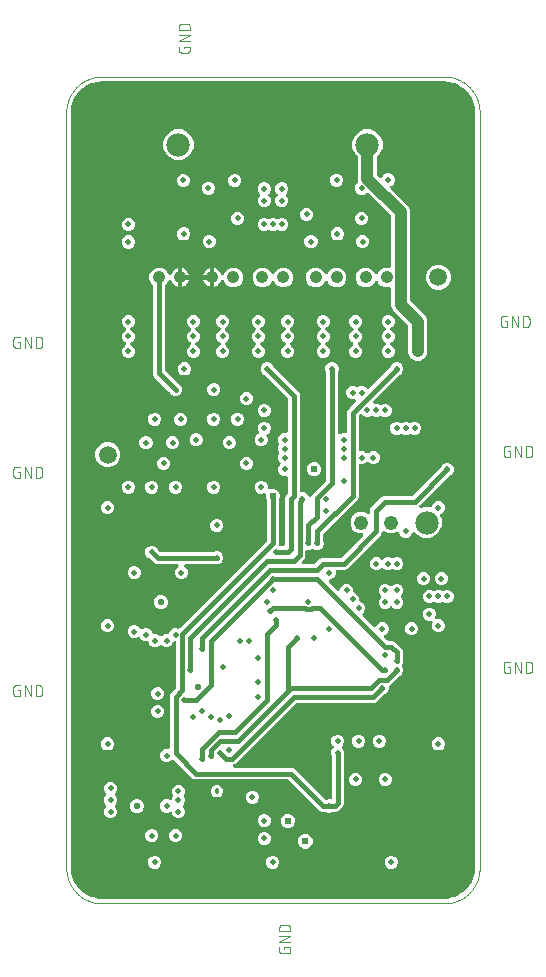
<source format=gbr>
G04 EAGLE Gerber RS-274X export*
G75*
%MOMM*%
%FSLAX35Y35*%
%LPD*%
%INcopper_layer2*%
%IPPOS*%
%AMOC8*
5,1,8,0,0,1.08239X$1,22.5*%
G01*
%ADD10C,0.010000*%
%ADD11C,0.076200*%
%ADD12C,0.503200*%
%ADD13C,1.219200*%
%ADD14C,1.066800*%
%ADD15C,1.981200*%
%ADD16C,2.250000*%
%ADD17C,1.500000*%
%ADD18C,0.603200*%
%ADD19C,0.400000*%
%ADD20C,0.553200*%
%ADD21C,0.457200*%
%ADD22C,1.000000*%

G36*
X3200328Y38638D02*
X3200328Y38638D01*
X3201177Y38647D01*
X3239722Y41680D01*
X3240445Y41822D01*
X3241179Y41867D01*
X3243028Y42330D01*
X3243116Y42347D01*
X3243139Y42358D01*
X3243180Y42368D01*
X3316498Y66190D01*
X3317700Y66741D01*
X3318931Y67226D01*
X3319403Y67522D01*
X3319642Y67631D01*
X3319907Y67837D01*
X3320680Y68321D01*
X3383048Y113634D01*
X3384021Y114529D01*
X3385041Y115371D01*
X3385399Y115798D01*
X3385592Y115976D01*
X3385781Y116254D01*
X3386366Y116952D01*
X3431679Y179320D01*
X3432328Y180473D01*
X3433038Y181588D01*
X3433247Y182105D01*
X3433375Y182333D01*
X3433469Y182656D01*
X3433809Y183501D01*
X3457632Y256819D01*
X3457777Y257540D01*
X3458017Y258237D01*
X3458297Y260125D01*
X3458314Y260209D01*
X3458313Y260234D01*
X3458319Y260277D01*
X3461353Y298823D01*
X3461341Y299152D01*
X3461399Y300000D01*
X3461399Y6700000D01*
X3461361Y6700327D01*
X3461353Y6701177D01*
X3458319Y6739722D01*
X3458178Y6740445D01*
X3458133Y6741179D01*
X3457670Y6743028D01*
X3457653Y6743116D01*
X3457642Y6743139D01*
X3457632Y6743180D01*
X3433809Y6816498D01*
X3433259Y6817700D01*
X3432774Y6818931D01*
X3432478Y6819403D01*
X3432369Y6819642D01*
X3432163Y6819907D01*
X3431679Y6820680D01*
X3386366Y6883048D01*
X3385470Y6884021D01*
X3384629Y6885041D01*
X3384202Y6885399D01*
X3384024Y6885592D01*
X3383746Y6885781D01*
X3383048Y6886366D01*
X3320680Y6931679D01*
X3319527Y6932328D01*
X3318412Y6933038D01*
X3317895Y6933247D01*
X3317666Y6933375D01*
X3317344Y6933469D01*
X3316498Y6933809D01*
X3243180Y6957632D01*
X3242459Y6957777D01*
X3241763Y6958017D01*
X3239874Y6958297D01*
X3239790Y6958314D01*
X3239765Y6958313D01*
X3239722Y6958319D01*
X3201177Y6961353D01*
X3200848Y6961341D01*
X3200000Y6961399D01*
X299999Y6961399D01*
X299672Y6961361D01*
X298823Y6961353D01*
X260278Y6958319D01*
X259555Y6958178D01*
X258820Y6958133D01*
X256972Y6957670D01*
X256884Y6957653D01*
X256861Y6957642D01*
X256819Y6957632D01*
X183502Y6933809D01*
X182300Y6933259D01*
X181068Y6932774D01*
X180596Y6932478D01*
X180358Y6932369D01*
X180093Y6932163D01*
X179320Y6931679D01*
X116952Y6886366D01*
X115979Y6885470D01*
X114958Y6884629D01*
X114601Y6884202D01*
X114408Y6884024D01*
X114219Y6883746D01*
X113634Y6883048D01*
X68321Y6820680D01*
X67672Y6819527D01*
X66961Y6818412D01*
X66753Y6817895D01*
X66624Y6817666D01*
X66531Y6817344D01*
X66190Y6816498D01*
X42368Y6743180D01*
X42223Y6742459D01*
X41983Y6741763D01*
X41703Y6739874D01*
X41686Y6739790D01*
X41687Y6739765D01*
X41680Y6739722D01*
X38647Y6701177D01*
X38659Y6700848D01*
X38600Y6700000D01*
X38600Y299999D01*
X38638Y299672D01*
X38647Y298823D01*
X41680Y260278D01*
X41822Y259555D01*
X41867Y258820D01*
X42330Y256972D01*
X42347Y256884D01*
X42358Y256861D01*
X42368Y256819D01*
X66190Y183502D01*
X66741Y182300D01*
X67226Y181068D01*
X67522Y180596D01*
X67631Y180358D01*
X67837Y180093D01*
X68321Y179320D01*
X113634Y116952D01*
X114529Y115979D01*
X115371Y114958D01*
X115798Y114601D01*
X115976Y114408D01*
X116254Y114219D01*
X116952Y113634D01*
X179320Y68321D01*
X180473Y67672D01*
X181588Y66961D01*
X182105Y66753D01*
X182333Y66624D01*
X182656Y66531D01*
X183502Y66190D01*
X256819Y42368D01*
X257540Y42223D01*
X258237Y41983D01*
X260126Y41703D01*
X260210Y41686D01*
X260234Y41687D01*
X260278Y41680D01*
X298823Y38647D01*
X299152Y38659D01*
X300000Y38600D01*
X3200000Y38600D01*
X3200328Y38638D01*
G37*
%LPC*%
G36*
X2214028Y769839D02*
X2214028Y769839D01*
X2204328Y773858D01*
X2204153Y773907D01*
X2203993Y773991D01*
X2202492Y774380D01*
X2201001Y774804D01*
X2200821Y774812D01*
X2200645Y774858D01*
X2198587Y774999D01*
X2165054Y774999D01*
X2146677Y782611D01*
X1883682Y1045606D01*
X1882588Y1046473D01*
X1881543Y1047381D01*
X1881241Y1047540D01*
X1880971Y1047753D01*
X1879709Y1048346D01*
X1878482Y1048991D01*
X1878151Y1049077D01*
X1877841Y1049223D01*
X1876480Y1049509D01*
X1875134Y1049858D01*
X1874678Y1049889D01*
X1874457Y1049936D01*
X1874116Y1049928D01*
X1873076Y1049999D01*
X1090054Y1049999D01*
X1071677Y1057611D01*
X1055502Y1073787D01*
X914255Y1215034D01*
X913978Y1215253D01*
X913748Y1215518D01*
X912629Y1216321D01*
X911544Y1217181D01*
X911224Y1217331D01*
X910939Y1217536D01*
X909664Y1218063D01*
X908413Y1218650D01*
X908069Y1218723D01*
X907743Y1218858D01*
X906379Y1219079D01*
X905029Y1219363D01*
X904677Y1219355D01*
X904330Y1219412D01*
X902956Y1219315D01*
X901572Y1219283D01*
X901230Y1219194D01*
X900880Y1219169D01*
X899561Y1218760D01*
X898225Y1218412D01*
X897915Y1218248D01*
X897578Y1218144D01*
X896385Y1217441D01*
X895166Y1216798D01*
X894901Y1216568D01*
X894598Y1216389D01*
X893042Y1215034D01*
X881246Y1203237D01*
X860972Y1194839D01*
X839028Y1194839D01*
X818754Y1203237D01*
X803237Y1218754D01*
X794839Y1239028D01*
X794839Y1260972D01*
X803237Y1281245D01*
X818754Y1296763D01*
X839028Y1305160D01*
X860000Y1305160D01*
X860349Y1305201D01*
X860701Y1305177D01*
X862066Y1305400D01*
X863435Y1305559D01*
X863766Y1305678D01*
X864113Y1305735D01*
X865391Y1306265D01*
X866688Y1306734D01*
X866982Y1306926D01*
X867308Y1307061D01*
X868427Y1307867D01*
X869585Y1308622D01*
X869829Y1308878D01*
X870113Y1309083D01*
X871016Y1310122D01*
X871973Y1311124D01*
X872151Y1311428D01*
X872381Y1311693D01*
X873024Y1312915D01*
X873723Y1314106D01*
X873827Y1314442D01*
X873991Y1314754D01*
X874337Y1316090D01*
X874745Y1317410D01*
X874770Y1317762D01*
X874858Y1318102D01*
X874999Y1320160D01*
X874999Y1759946D01*
X882611Y1778323D01*
X928466Y1824178D01*
X929333Y1825272D01*
X930241Y1826317D01*
X930400Y1826619D01*
X930613Y1826888D01*
X931206Y1828151D01*
X931851Y1829378D01*
X931937Y1829709D01*
X932083Y1830019D01*
X932369Y1831379D01*
X932718Y1832726D01*
X932749Y1833182D01*
X932796Y1833403D01*
X932788Y1833744D01*
X932859Y1834784D01*
X932859Y2204840D01*
X932819Y2205189D01*
X932843Y2205541D01*
X932619Y2206906D01*
X932461Y2208275D01*
X932341Y2208606D01*
X932284Y2208953D01*
X931754Y2210231D01*
X931286Y2211528D01*
X931094Y2211822D01*
X930959Y2212148D01*
X930153Y2213267D01*
X929398Y2214425D01*
X929142Y2214669D01*
X928937Y2214953D01*
X927898Y2215856D01*
X926896Y2216813D01*
X926592Y2216991D01*
X926327Y2217221D01*
X925105Y2217864D01*
X923913Y2218563D01*
X923578Y2218667D01*
X923266Y2218831D01*
X921930Y2219177D01*
X920610Y2219585D01*
X920258Y2219610D01*
X919918Y2219698D01*
X919314Y2219739D01*
X919309Y2219740D01*
X919297Y2219740D01*
X917860Y2219839D01*
X917590Y2219839D01*
X917342Y2219811D01*
X917159Y2219823D01*
X916643Y2219739D01*
X915851Y2219738D01*
X915012Y2219540D01*
X914154Y2219441D01*
X913333Y2219144D01*
X912485Y2218944D01*
X911714Y2218559D01*
X910902Y2218266D01*
X910171Y2217789D01*
X909391Y2217400D01*
X908728Y2216849D01*
X908005Y2216378D01*
X907402Y2215746D01*
X906732Y2215189D01*
X906213Y2214500D01*
X905617Y2213876D01*
X905175Y2213123D01*
X904651Y2212427D01*
X904009Y2211136D01*
X903866Y2210893D01*
X903830Y2210778D01*
X903732Y2210580D01*
X896763Y2193754D01*
X881245Y2178237D01*
X860972Y2169839D01*
X839028Y2169839D01*
X818754Y2178237D01*
X810606Y2186385D01*
X810331Y2186603D01*
X810099Y2186869D01*
X808975Y2187677D01*
X807895Y2188532D01*
X807577Y2188682D01*
X807291Y2188887D01*
X806015Y2189415D01*
X804765Y2190002D01*
X804420Y2190074D01*
X804095Y2190208D01*
X802734Y2190429D01*
X801381Y2190715D01*
X801028Y2190707D01*
X800682Y2190763D01*
X799305Y2190666D01*
X797923Y2190634D01*
X797583Y2190546D01*
X797232Y2190521D01*
X795914Y2190112D01*
X794577Y2189764D01*
X794265Y2189599D01*
X793929Y2189495D01*
X792743Y2188796D01*
X791518Y2188150D01*
X791252Y2187918D01*
X790949Y2187740D01*
X789394Y2186385D01*
X781245Y2178237D01*
X760972Y2169839D01*
X739028Y2169839D01*
X718754Y2178237D01*
X703237Y2193754D01*
X696268Y2210580D01*
X695844Y2211341D01*
X695509Y2212148D01*
X695004Y2212848D01*
X694585Y2213601D01*
X693997Y2214246D01*
X693487Y2214953D01*
X692837Y2215518D01*
X692255Y2216157D01*
X691534Y2216650D01*
X690877Y2217221D01*
X690113Y2217623D01*
X689401Y2218110D01*
X688588Y2218425D01*
X687816Y2218831D01*
X686980Y2219048D01*
X686176Y2219359D01*
X685313Y2219479D01*
X684468Y2219698D01*
X683032Y2219797D01*
X682751Y2219836D01*
X682629Y2219824D01*
X682410Y2219839D01*
X664028Y2219839D01*
X643754Y2228237D01*
X628237Y2243754D01*
X627404Y2245766D01*
X627233Y2246074D01*
X627121Y2246407D01*
X626394Y2247578D01*
X625721Y2248787D01*
X625484Y2249048D01*
X625298Y2249346D01*
X624322Y2250322D01*
X623391Y2251342D01*
X623101Y2251541D01*
X622852Y2251790D01*
X621678Y2252516D01*
X620538Y2253296D01*
X620209Y2253423D01*
X619910Y2253608D01*
X618599Y2254047D01*
X617313Y2254545D01*
X616965Y2254593D01*
X616630Y2254705D01*
X615255Y2254831D01*
X613888Y2255022D01*
X613536Y2254989D01*
X613186Y2255021D01*
X611820Y2254829D01*
X610444Y2254701D01*
X610110Y2254589D01*
X609762Y2254540D01*
X607806Y2253883D01*
X585972Y2244839D01*
X564028Y2244839D01*
X543754Y2253237D01*
X528237Y2268754D01*
X519839Y2289028D01*
X519839Y2310972D01*
X528237Y2331245D01*
X543754Y2346763D01*
X564028Y2355160D01*
X585972Y2355160D01*
X606245Y2346763D01*
X621763Y2331246D01*
X622596Y2329234D01*
X622767Y2328926D01*
X622879Y2328593D01*
X623605Y2327421D01*
X624278Y2326213D01*
X624516Y2325952D01*
X624701Y2325653D01*
X625678Y2324678D01*
X626608Y2323658D01*
X626899Y2323458D01*
X627148Y2323210D01*
X628322Y2322484D01*
X629462Y2321703D01*
X629790Y2321576D01*
X630090Y2321391D01*
X631400Y2320953D01*
X632687Y2320455D01*
X633035Y2320407D01*
X633369Y2320295D01*
X634744Y2320168D01*
X636112Y2319978D01*
X636463Y2320011D01*
X636813Y2319979D01*
X638180Y2320171D01*
X639556Y2320299D01*
X639889Y2320411D01*
X640238Y2320460D01*
X642193Y2321116D01*
X664028Y2330160D01*
X685972Y2330160D01*
X706245Y2321763D01*
X721763Y2306245D01*
X728732Y2289420D01*
X729156Y2288659D01*
X729491Y2287852D01*
X729995Y2287152D01*
X730415Y2286398D01*
X731003Y2285754D01*
X731513Y2285047D01*
X732163Y2284481D01*
X732745Y2283843D01*
X733465Y2283350D01*
X734123Y2282778D01*
X734886Y2282377D01*
X735598Y2281889D01*
X736412Y2281574D01*
X737184Y2281168D01*
X738019Y2280952D01*
X738823Y2280641D01*
X739687Y2280521D01*
X740532Y2280302D01*
X741968Y2280203D01*
X742249Y2280164D01*
X742371Y2280175D01*
X742590Y2280160D01*
X760972Y2280160D01*
X781245Y2271763D01*
X789394Y2263614D01*
X789670Y2263395D01*
X789901Y2263131D01*
X791019Y2262327D01*
X792105Y2261467D01*
X792424Y2261317D01*
X792709Y2261113D01*
X793984Y2260585D01*
X795235Y2259998D01*
X795579Y2259926D01*
X795905Y2259791D01*
X797270Y2259569D01*
X798619Y2259285D01*
X798971Y2259293D01*
X799318Y2259237D01*
X800693Y2259333D01*
X802077Y2259366D01*
X802418Y2259454D01*
X802768Y2259479D01*
X804088Y2259889D01*
X805423Y2260236D01*
X805734Y2260400D01*
X806071Y2260505D01*
X807264Y2261207D01*
X808482Y2261850D01*
X808747Y2262081D01*
X809051Y2262260D01*
X810606Y2263615D01*
X818754Y2271763D01*
X839028Y2280160D01*
X857410Y2280160D01*
X858278Y2280261D01*
X859148Y2280262D01*
X859988Y2280459D01*
X860845Y2280559D01*
X861666Y2280856D01*
X862514Y2281056D01*
X863286Y2281441D01*
X864098Y2281734D01*
X864829Y2282210D01*
X865609Y2282599D01*
X866271Y2283150D01*
X866995Y2283622D01*
X867598Y2284254D01*
X868268Y2284811D01*
X868786Y2285499D01*
X869383Y2286124D01*
X869824Y2286877D01*
X870349Y2287573D01*
X870991Y2288863D01*
X871133Y2289106D01*
X871169Y2289222D01*
X871268Y2289420D01*
X878237Y2306245D01*
X893754Y2321763D01*
X914028Y2330160D01*
X935972Y2330160D01*
X943313Y2327119D01*
X944153Y2326881D01*
X944958Y2326548D01*
X945809Y2326409D01*
X946639Y2326173D01*
X947511Y2326133D01*
X948372Y2325993D01*
X949233Y2326053D01*
X950094Y2326014D01*
X950950Y2326174D01*
X951822Y2326235D01*
X952646Y2326491D01*
X953493Y2326650D01*
X954292Y2327002D01*
X955124Y2327261D01*
X955866Y2327698D01*
X956657Y2328047D01*
X957354Y2328574D01*
X958104Y2329016D01*
X959191Y2329962D01*
X959416Y2330132D01*
X959493Y2330226D01*
X959660Y2330371D01*
X1695606Y3066318D01*
X1696473Y3067412D01*
X1697381Y3068457D01*
X1697540Y3068759D01*
X1697753Y3069028D01*
X1698346Y3070291D01*
X1698991Y3071518D01*
X1699077Y3071849D01*
X1699223Y3072159D01*
X1699509Y3073519D01*
X1699858Y3074866D01*
X1699889Y3075322D01*
X1699936Y3075543D01*
X1699928Y3075884D01*
X1699999Y3076924D01*
X1699999Y3410521D01*
X1699978Y3410701D01*
X1699995Y3410881D01*
X1699779Y3412415D01*
X1699601Y3413957D01*
X1699539Y3414127D01*
X1699514Y3414306D01*
X1698858Y3416261D01*
X1689839Y3438033D01*
X1689839Y3459349D01*
X1689660Y3460893D01*
X1689515Y3462452D01*
X1689460Y3462614D01*
X1689441Y3462784D01*
X1688913Y3464245D01*
X1688414Y3465730D01*
X1688324Y3465876D01*
X1688266Y3466037D01*
X1687413Y3467344D01*
X1686592Y3468669D01*
X1686472Y3468790D01*
X1686378Y3468934D01*
X1685242Y3470017D01*
X1684145Y3471113D01*
X1684000Y3471202D01*
X1683876Y3471321D01*
X1682526Y3472114D01*
X1681203Y3472931D01*
X1681041Y3472986D01*
X1680893Y3473072D01*
X1679404Y3473533D01*
X1677924Y3474028D01*
X1677753Y3474043D01*
X1677590Y3474094D01*
X1676029Y3474202D01*
X1674480Y3474344D01*
X1674311Y3474320D01*
X1674139Y3474332D01*
X1672595Y3474079D01*
X1671055Y3473863D01*
X1670847Y3473793D01*
X1670727Y3473773D01*
X1670465Y3473665D01*
X1669100Y3473206D01*
X1660972Y3469839D01*
X1639028Y3469839D01*
X1618754Y3478237D01*
X1603237Y3493754D01*
X1594839Y3514028D01*
X1594839Y3535972D01*
X1603237Y3556245D01*
X1618754Y3571763D01*
X1639028Y3580160D01*
X1660972Y3580160D01*
X1681245Y3571763D01*
X1696763Y3556245D01*
X1705160Y3535972D01*
X1705160Y3518992D01*
X1705340Y3517447D01*
X1705485Y3515889D01*
X1705539Y3515726D01*
X1705559Y3515557D01*
X1706088Y3514093D01*
X1706585Y3512611D01*
X1706676Y3512465D01*
X1706734Y3512304D01*
X1707586Y3510996D01*
X1708408Y3509672D01*
X1708528Y3509551D01*
X1708622Y3509407D01*
X1709753Y3508327D01*
X1710854Y3507228D01*
X1711000Y3507138D01*
X1711124Y3507019D01*
X1712468Y3506231D01*
X1713796Y3505409D01*
X1713959Y3505355D01*
X1714106Y3505268D01*
X1715593Y3504808D01*
X1717076Y3504313D01*
X1717246Y3504297D01*
X1717410Y3504247D01*
X1718970Y3504139D01*
X1720520Y3503997D01*
X1720688Y3504021D01*
X1720860Y3504009D01*
X1722404Y3504262D01*
X1723944Y3504478D01*
X1724153Y3504548D01*
X1724273Y3504568D01*
X1724534Y3504676D01*
X1725900Y3505134D01*
X1738033Y3510160D01*
X1761967Y3510160D01*
X1784078Y3501002D01*
X1801002Y3484078D01*
X1810160Y3461967D01*
X1810160Y3438033D01*
X1801142Y3416261D01*
X1801093Y3416088D01*
X1801008Y3415927D01*
X1800619Y3414423D01*
X1800196Y3412935D01*
X1800188Y3412755D01*
X1800142Y3412579D01*
X1800000Y3410521D01*
X1800000Y3040000D01*
X1800041Y3039651D01*
X1800017Y3039299D01*
X1800240Y3037933D01*
X1800399Y3036564D01*
X1800518Y3036234D01*
X1800575Y3035886D01*
X1801105Y3034609D01*
X1801574Y3033312D01*
X1801766Y3033018D01*
X1801901Y3032692D01*
X1802707Y3031573D01*
X1803462Y3030415D01*
X1803718Y3030171D01*
X1803923Y3029887D01*
X1804962Y3028983D01*
X1805964Y3028027D01*
X1806268Y3027849D01*
X1806533Y3027618D01*
X1807755Y3026976D01*
X1808946Y3026276D01*
X1809282Y3026173D01*
X1809594Y3026008D01*
X1810930Y3025663D01*
X1812250Y3025254D01*
X1812602Y3025230D01*
X1812942Y3025142D01*
X1815000Y3025000D01*
X1835000Y3025000D01*
X1835349Y3025041D01*
X1835701Y3025017D01*
X1837066Y3025240D01*
X1838435Y3025399D01*
X1838766Y3025518D01*
X1839113Y3025575D01*
X1840391Y3026105D01*
X1841688Y3026574D01*
X1841982Y3026766D01*
X1842308Y3026901D01*
X1843427Y3027707D01*
X1844585Y3028462D01*
X1844829Y3028718D01*
X1845113Y3028923D01*
X1846016Y3029962D01*
X1846973Y3030964D01*
X1847151Y3031268D01*
X1847381Y3031533D01*
X1848024Y3032755D01*
X1848723Y3033946D01*
X1848827Y3034282D01*
X1848991Y3034594D01*
X1849337Y3035930D01*
X1849745Y3037250D01*
X1849770Y3037602D01*
X1849858Y3037942D01*
X1849999Y3040000D01*
X1849999Y3434946D01*
X1857611Y3453323D01*
X1870606Y3466318D01*
X1871473Y3467412D01*
X1872381Y3468457D01*
X1872540Y3468759D01*
X1872753Y3469028D01*
X1873346Y3470291D01*
X1873991Y3471518D01*
X1874077Y3471849D01*
X1874223Y3472159D01*
X1874509Y3473519D01*
X1874858Y3474866D01*
X1874889Y3475322D01*
X1874936Y3475543D01*
X1874928Y3475884D01*
X1874999Y3476924D01*
X1874999Y3604840D01*
X1874959Y3605189D01*
X1874983Y3605541D01*
X1874759Y3606906D01*
X1874601Y3608275D01*
X1874481Y3608606D01*
X1874424Y3608953D01*
X1873894Y3610231D01*
X1873426Y3611528D01*
X1873234Y3611822D01*
X1873099Y3612148D01*
X1872293Y3613266D01*
X1871538Y3614425D01*
X1871282Y3614669D01*
X1871077Y3614953D01*
X1870038Y3615856D01*
X1869036Y3616813D01*
X1868732Y3616991D01*
X1868467Y3617221D01*
X1867245Y3617864D01*
X1866053Y3618563D01*
X1865718Y3618667D01*
X1865406Y3618831D01*
X1864070Y3619177D01*
X1862750Y3619585D01*
X1862398Y3619610D01*
X1862058Y3619698D01*
X1860000Y3619839D01*
X1839028Y3619839D01*
X1818754Y3628237D01*
X1803237Y3643754D01*
X1794839Y3664028D01*
X1794839Y3685972D01*
X1803237Y3706245D01*
X1811385Y3714394D01*
X1811604Y3714670D01*
X1811869Y3714901D01*
X1812673Y3716019D01*
X1813533Y3717105D01*
X1813683Y3717424D01*
X1813887Y3717709D01*
X1814414Y3718984D01*
X1815002Y3720235D01*
X1815074Y3720579D01*
X1815209Y3720905D01*
X1815430Y3722270D01*
X1815715Y3723619D01*
X1815707Y3723971D01*
X1815763Y3724318D01*
X1815666Y3725693D01*
X1815634Y3727077D01*
X1815545Y3727418D01*
X1815521Y3727768D01*
X1815111Y3729088D01*
X1814763Y3730423D01*
X1814600Y3730734D01*
X1814495Y3731071D01*
X1813793Y3732264D01*
X1813150Y3733482D01*
X1812919Y3733747D01*
X1812740Y3734051D01*
X1811385Y3735606D01*
X1803237Y3743754D01*
X1794839Y3764028D01*
X1794839Y3785972D01*
X1803450Y3806760D01*
X1803828Y3808089D01*
X1804272Y3809416D01*
X1804303Y3809758D01*
X1804396Y3810086D01*
X1804460Y3811472D01*
X1804588Y3812859D01*
X1804540Y3813199D01*
X1804556Y3813540D01*
X1804300Y3814907D01*
X1804107Y3816284D01*
X1803962Y3816716D01*
X1803920Y3816940D01*
X1803781Y3817253D01*
X1803450Y3818240D01*
X1794839Y3839028D01*
X1794839Y3860972D01*
X1803450Y3881760D01*
X1803829Y3883092D01*
X1804272Y3884416D01*
X1804303Y3884758D01*
X1804396Y3885086D01*
X1804460Y3886472D01*
X1804588Y3887859D01*
X1804540Y3888199D01*
X1804556Y3888540D01*
X1804300Y3889907D01*
X1804107Y3891284D01*
X1803962Y3891716D01*
X1803920Y3891940D01*
X1803781Y3892253D01*
X1803450Y3893240D01*
X1794839Y3914028D01*
X1794839Y3935972D01*
X1803237Y3956245D01*
X1818754Y3971763D01*
X1839028Y3980160D01*
X1860000Y3980160D01*
X1860349Y3980201D01*
X1860701Y3980177D01*
X1862066Y3980400D01*
X1863435Y3980559D01*
X1863766Y3980678D01*
X1864113Y3980735D01*
X1865391Y3981265D01*
X1866688Y3981734D01*
X1866982Y3981926D01*
X1867308Y3982061D01*
X1868427Y3982867D01*
X1869585Y3983622D01*
X1869829Y3983878D01*
X1870113Y3984083D01*
X1871016Y3985122D01*
X1871973Y3986124D01*
X1872151Y3986428D01*
X1872381Y3986693D01*
X1873024Y3987915D01*
X1873723Y3989106D01*
X1873827Y3989442D01*
X1873991Y3989754D01*
X1874337Y3991090D01*
X1874745Y3992410D01*
X1874770Y3992762D01*
X1874858Y3993102D01*
X1874999Y3995160D01*
X1874999Y4273076D01*
X1874839Y4274456D01*
X1874742Y4275844D01*
X1874640Y4276172D01*
X1874601Y4276511D01*
X1874128Y4277818D01*
X1873716Y4279147D01*
X1873543Y4279441D01*
X1873426Y4279764D01*
X1872664Y4280932D01*
X1871961Y4282127D01*
X1871662Y4282470D01*
X1871538Y4282661D01*
X1871289Y4282898D01*
X1870606Y4283682D01*
X1683321Y4470968D01*
X1683179Y4471081D01*
X1683063Y4471219D01*
X1681830Y4472149D01*
X1680610Y4473115D01*
X1680445Y4473192D01*
X1680302Y4473301D01*
X1678454Y4474219D01*
X1668754Y4478237D01*
X1653237Y4493754D01*
X1644839Y4514028D01*
X1644839Y4535972D01*
X1653237Y4556245D01*
X1668754Y4571763D01*
X1689028Y4580160D01*
X1710972Y4580160D01*
X1731245Y4571763D01*
X1746763Y4556246D01*
X1750780Y4546545D01*
X1750869Y4546387D01*
X1750922Y4546214D01*
X1751705Y4544885D01*
X1752463Y4543524D01*
X1752586Y4543389D01*
X1752677Y4543234D01*
X1754032Y4541679D01*
X1951213Y4344498D01*
X1967388Y4328323D01*
X1975000Y4309946D01*
X1975000Y3495160D01*
X1975041Y3494811D01*
X1975017Y3494459D01*
X1975240Y3493093D01*
X1975399Y3491724D01*
X1975518Y3491394D01*
X1975575Y3491046D01*
X1976105Y3489769D01*
X1976574Y3488472D01*
X1976766Y3488178D01*
X1976901Y3487852D01*
X1977707Y3486733D01*
X1978462Y3485575D01*
X1978718Y3485331D01*
X1978923Y3485047D01*
X1979962Y3484143D01*
X1980964Y3483187D01*
X1981268Y3483009D01*
X1981533Y3482778D01*
X1982755Y3482136D01*
X1983946Y3481436D01*
X1984282Y3481333D01*
X1984594Y3481168D01*
X1985930Y3480823D01*
X1987250Y3480414D01*
X1987602Y3480390D01*
X1987942Y3480302D01*
X1990000Y3480160D01*
X2010972Y3480160D01*
X2031245Y3471763D01*
X2046763Y3456246D01*
X2049809Y3448891D01*
X2050317Y3447979D01*
X2050737Y3447028D01*
X2051153Y3446477D01*
X2051492Y3445870D01*
X2052195Y3445098D01*
X2052822Y3444268D01*
X2053355Y3443826D01*
X2053822Y3443314D01*
X2054681Y3442726D01*
X2055483Y3442060D01*
X2056104Y3441751D01*
X2056675Y3441360D01*
X2057647Y3440984D01*
X2058580Y3440520D01*
X2059254Y3440362D01*
X2059900Y3440112D01*
X2060933Y3439968D01*
X2061947Y3439730D01*
X2062638Y3439731D01*
X2063325Y3439635D01*
X2064363Y3439732D01*
X2065405Y3439732D01*
X2066080Y3439892D01*
X2066769Y3439956D01*
X2067757Y3440287D01*
X2068771Y3440527D01*
X2069390Y3440835D01*
X2070047Y3441056D01*
X2070934Y3441606D01*
X2071865Y3442070D01*
X2072397Y3442513D01*
X2072987Y3442878D01*
X2073723Y3443616D01*
X2074524Y3444282D01*
X2074941Y3444835D01*
X2075430Y3445325D01*
X2075978Y3446210D01*
X2076606Y3447043D01*
X2077070Y3447978D01*
X2077249Y3448267D01*
X2077321Y3448481D01*
X2077524Y3448891D01*
X2082611Y3461172D01*
X2195606Y3574167D01*
X2196473Y3575261D01*
X2197381Y3576307D01*
X2197540Y3576608D01*
X2197753Y3576878D01*
X2198346Y3578140D01*
X2198991Y3579367D01*
X2199077Y3579698D01*
X2199223Y3580008D01*
X2199509Y3581369D01*
X2199858Y3582715D01*
X2199889Y3583171D01*
X2199936Y3583393D01*
X2199928Y3583733D01*
X2199999Y3584773D01*
X2199999Y4498587D01*
X2199978Y4498767D01*
X2199995Y4498947D01*
X2199779Y4500481D01*
X2199601Y4502022D01*
X2199539Y4502192D01*
X2199514Y4502371D01*
X2198858Y4504327D01*
X2194839Y4514028D01*
X2194839Y4535972D01*
X2203237Y4556245D01*
X2218754Y4571763D01*
X2239028Y4580160D01*
X2260972Y4580160D01*
X2281245Y4571763D01*
X2296763Y4556245D01*
X2305160Y4535972D01*
X2305160Y4514028D01*
X2301142Y4504327D01*
X2301093Y4504153D01*
X2301008Y4503993D01*
X2300619Y4502488D01*
X2300196Y4501001D01*
X2300188Y4500821D01*
X2300142Y4500645D01*
X2300000Y4498587D01*
X2300000Y3986443D01*
X2300180Y3984897D01*
X2300325Y3983340D01*
X2300379Y3983177D01*
X2300399Y3983007D01*
X2300929Y3981539D01*
X2301425Y3980062D01*
X2301515Y3979916D01*
X2301574Y3979755D01*
X2302428Y3978444D01*
X2303248Y3977122D01*
X2303368Y3977002D01*
X2303462Y3976858D01*
X2304593Y3975778D01*
X2305694Y3974678D01*
X2305840Y3974588D01*
X2305964Y3974470D01*
X2307308Y3973681D01*
X2308636Y3972860D01*
X2308799Y3972805D01*
X2308946Y3972719D01*
X2310433Y3972259D01*
X2311916Y3971763D01*
X2312086Y3971748D01*
X2312250Y3971697D01*
X2313810Y3971590D01*
X2315360Y3971448D01*
X2315528Y3971471D01*
X2315700Y3971459D01*
X2317244Y3971712D01*
X2318784Y3971928D01*
X2318993Y3971998D01*
X2319113Y3972018D01*
X2319374Y3972127D01*
X2320740Y3972585D01*
X2339028Y3980160D01*
X2360000Y3980160D01*
X2360349Y3980201D01*
X2360701Y3980177D01*
X2362066Y3980400D01*
X2363435Y3980559D01*
X2363766Y3980678D01*
X2364113Y3980735D01*
X2365391Y3981265D01*
X2366688Y3981734D01*
X2366982Y3981926D01*
X2367308Y3982061D01*
X2368427Y3982867D01*
X2369585Y3983622D01*
X2369829Y3983878D01*
X2370113Y3984083D01*
X2371016Y3985122D01*
X2371973Y3986124D01*
X2372151Y3986428D01*
X2372381Y3986693D01*
X2373024Y3987915D01*
X2373723Y3989106D01*
X2373827Y3989442D01*
X2373991Y3989754D01*
X2374337Y3991090D01*
X2374745Y3992410D01*
X2374770Y3992762D01*
X2374858Y3993102D01*
X2374999Y3995160D01*
X2374999Y4159946D01*
X2382611Y4178323D01*
X2398787Y4194498D01*
X2448523Y4244234D01*
X2449170Y4245051D01*
X2449889Y4245804D01*
X2450239Y4246401D01*
X2450670Y4246945D01*
X2451113Y4247890D01*
X2451640Y4248787D01*
X2451844Y4249447D01*
X2452139Y4250075D01*
X2452354Y4251094D01*
X2452662Y4252090D01*
X2452710Y4252783D01*
X2452852Y4253459D01*
X2452828Y4254499D01*
X2452900Y4255541D01*
X2452788Y4256225D01*
X2452772Y4256917D01*
X2452509Y4257924D01*
X2452341Y4258953D01*
X2452075Y4259594D01*
X2451901Y4260263D01*
X2451416Y4261183D01*
X2451016Y4262148D01*
X2450610Y4262711D01*
X2450287Y4263322D01*
X2449603Y4264108D01*
X2448994Y4264953D01*
X2448472Y4265407D01*
X2448016Y4265930D01*
X2447168Y4266539D01*
X2446383Y4267221D01*
X2445771Y4267543D01*
X2445208Y4267948D01*
X2444244Y4268347D01*
X2443323Y4268831D01*
X2442652Y4269005D01*
X2442012Y4269269D01*
X2440984Y4269436D01*
X2439975Y4269698D01*
X2438934Y4269769D01*
X2438598Y4269824D01*
X2438373Y4269808D01*
X2437917Y4269839D01*
X2414028Y4269839D01*
X2393754Y4278237D01*
X2378237Y4293754D01*
X2369839Y4314028D01*
X2369839Y4335972D01*
X2378237Y4356245D01*
X2393754Y4371763D01*
X2414028Y4380160D01*
X2435972Y4380160D01*
X2456760Y4371550D01*
X2458094Y4371170D01*
X2459416Y4370728D01*
X2459758Y4370697D01*
X2460086Y4370603D01*
X2461473Y4370539D01*
X2462860Y4370412D01*
X2463199Y4370460D01*
X2463541Y4370444D01*
X2464908Y4370700D01*
X2466284Y4370893D01*
X2466716Y4371038D01*
X2466940Y4371080D01*
X2467253Y4371218D01*
X2468240Y4371550D01*
X2489028Y4380160D01*
X2510972Y4380160D01*
X2531246Y4371763D01*
X2543042Y4359966D01*
X2543317Y4359748D01*
X2543549Y4359482D01*
X2544673Y4358674D01*
X2545753Y4357819D01*
X2546071Y4357669D01*
X2546358Y4357464D01*
X2547634Y4356936D01*
X2548884Y4356349D01*
X2549228Y4356277D01*
X2549553Y4356143D01*
X2550914Y4355922D01*
X2552268Y4355636D01*
X2552620Y4355644D01*
X2552967Y4355588D01*
X2554344Y4355685D01*
X2555725Y4355717D01*
X2556065Y4355805D01*
X2556417Y4355830D01*
X2557734Y4356239D01*
X2559072Y4356587D01*
X2559384Y4356752D01*
X2559719Y4356856D01*
X2560907Y4357556D01*
X2562131Y4358201D01*
X2562396Y4358433D01*
X2562699Y4358611D01*
X2564255Y4359966D01*
X2745968Y4541679D01*
X2746081Y4541821D01*
X2746219Y4541937D01*
X2747149Y4543170D01*
X2748115Y4544390D01*
X2748192Y4544554D01*
X2748301Y4544698D01*
X2749219Y4546545D01*
X2753237Y4556246D01*
X2768754Y4571763D01*
X2789028Y4580160D01*
X2810972Y4580160D01*
X2831245Y4571763D01*
X2846763Y4556245D01*
X2855160Y4535972D01*
X2855160Y4514028D01*
X2846763Y4493754D01*
X2831246Y4478237D01*
X2821545Y4474219D01*
X2821387Y4474131D01*
X2821214Y4474078D01*
X2819885Y4473295D01*
X2818524Y4472537D01*
X2818389Y4472414D01*
X2818234Y4472323D01*
X2816679Y4470968D01*
X2601477Y4255766D01*
X2600830Y4254949D01*
X2600111Y4254195D01*
X2599760Y4253599D01*
X2599330Y4253055D01*
X2598886Y4252110D01*
X2598360Y4251213D01*
X2598155Y4250553D01*
X2597861Y4249924D01*
X2597646Y4248905D01*
X2597338Y4247909D01*
X2597290Y4247217D01*
X2597148Y4246540D01*
X2597172Y4245500D01*
X2597100Y4244459D01*
X2597212Y4243775D01*
X2597228Y4243083D01*
X2597490Y4242076D01*
X2597659Y4241046D01*
X2597925Y4240405D01*
X2598099Y4239736D01*
X2598584Y4238817D01*
X2598984Y4237852D01*
X2599390Y4237289D01*
X2599713Y4236678D01*
X2600397Y4235892D01*
X2601006Y4235047D01*
X2601528Y4234593D01*
X2601984Y4234070D01*
X2602832Y4233461D01*
X2603617Y4232778D01*
X2604229Y4232456D01*
X2604792Y4232052D01*
X2605756Y4231653D01*
X2606677Y4231168D01*
X2607348Y4230995D01*
X2607988Y4230730D01*
X2609015Y4230563D01*
X2610025Y4230302D01*
X2611066Y4230230D01*
X2611402Y4230176D01*
X2611627Y4230192D01*
X2612083Y4230160D01*
X2635972Y4230160D01*
X2656760Y4221550D01*
X2658092Y4221171D01*
X2659416Y4220728D01*
X2659758Y4220697D01*
X2660086Y4220603D01*
X2661472Y4220539D01*
X2662859Y4220412D01*
X2663199Y4220460D01*
X2663540Y4220444D01*
X2664907Y4220700D01*
X2666284Y4220893D01*
X2666716Y4221038D01*
X2666940Y4221080D01*
X2667253Y4221218D01*
X2668240Y4221550D01*
X2689028Y4230160D01*
X2710972Y4230160D01*
X2731245Y4221763D01*
X2746763Y4206245D01*
X2755160Y4185972D01*
X2755160Y4164028D01*
X2746763Y4143754D01*
X2731245Y4128237D01*
X2710972Y4119839D01*
X2689028Y4119839D01*
X2668240Y4128450D01*
X2666906Y4128829D01*
X2665583Y4129272D01*
X2665242Y4129303D01*
X2664913Y4129396D01*
X2663527Y4129460D01*
X2662140Y4129588D01*
X2661801Y4129540D01*
X2661459Y4129556D01*
X2660092Y4129300D01*
X2658715Y4129107D01*
X2658283Y4128962D01*
X2658060Y4128920D01*
X2657747Y4128781D01*
X2656760Y4128450D01*
X2635972Y4119839D01*
X2614028Y4119839D01*
X2593240Y4128450D01*
X2591906Y4128829D01*
X2590583Y4129272D01*
X2590242Y4129303D01*
X2589913Y4129396D01*
X2588527Y4129460D01*
X2587140Y4129588D01*
X2586801Y4129540D01*
X2586459Y4129556D01*
X2585092Y4129300D01*
X2583715Y4129107D01*
X2583283Y4128962D01*
X2583060Y4128920D01*
X2582747Y4128781D01*
X2581760Y4128450D01*
X2560972Y4119839D01*
X2539028Y4119839D01*
X2518754Y4128237D01*
X2506958Y4140034D01*
X2506682Y4140252D01*
X2506450Y4140518D01*
X2505328Y4141325D01*
X2504247Y4142181D01*
X2503929Y4142330D01*
X2503642Y4142536D01*
X2502364Y4143065D01*
X2501116Y4143650D01*
X2500772Y4143723D01*
X2500446Y4143858D01*
X2499083Y4144079D01*
X2497732Y4144363D01*
X2497380Y4144355D01*
X2497033Y4144412D01*
X2495658Y4144315D01*
X2494275Y4144283D01*
X2493933Y4144194D01*
X2493583Y4144169D01*
X2492267Y4143761D01*
X2490928Y4143413D01*
X2490616Y4143248D01*
X2490280Y4143144D01*
X2489089Y4142443D01*
X2487869Y4141798D01*
X2487604Y4141568D01*
X2487300Y4141389D01*
X2485745Y4140034D01*
X2479393Y4133682D01*
X2478528Y4132589D01*
X2477618Y4131543D01*
X2477459Y4131240D01*
X2477246Y4130971D01*
X2476655Y4129711D01*
X2476008Y4128482D01*
X2475923Y4128150D01*
X2475777Y4127840D01*
X2475491Y4126482D01*
X2475142Y4125134D01*
X2475111Y4124678D01*
X2475064Y4124456D01*
X2475072Y4124116D01*
X2475000Y4123076D01*
X2475000Y3845160D01*
X2475041Y3844811D01*
X2475017Y3844459D01*
X2475240Y3843093D01*
X2475399Y3841724D01*
X2475518Y3841393D01*
X2475575Y3841046D01*
X2476105Y3839769D01*
X2476574Y3838472D01*
X2476766Y3838178D01*
X2476901Y3837852D01*
X2477707Y3836733D01*
X2478462Y3835575D01*
X2478718Y3835331D01*
X2478923Y3835047D01*
X2479963Y3834143D01*
X2480964Y3833187D01*
X2481268Y3833009D01*
X2481533Y3832778D01*
X2482755Y3832136D01*
X2483946Y3831436D01*
X2484282Y3831333D01*
X2484594Y3831168D01*
X2485930Y3830823D01*
X2487250Y3830414D01*
X2487602Y3830390D01*
X2487942Y3830302D01*
X2490000Y3830160D01*
X2510972Y3830160D01*
X2531246Y3821763D01*
X2539393Y3813615D01*
X2539668Y3813397D01*
X2539900Y3813131D01*
X2541025Y3812323D01*
X2542104Y3811468D01*
X2542423Y3811318D01*
X2542709Y3811113D01*
X2543985Y3810585D01*
X2545235Y3809998D01*
X2545580Y3809926D01*
X2545904Y3809791D01*
X2547265Y3809570D01*
X2548619Y3809285D01*
X2548971Y3809293D01*
X2549318Y3809237D01*
X2550695Y3809333D01*
X2552076Y3809366D01*
X2552417Y3809454D01*
X2552768Y3809479D01*
X2554086Y3809888D01*
X2555423Y3810236D01*
X2555735Y3810401D01*
X2556070Y3810505D01*
X2557257Y3811203D01*
X2558482Y3811850D01*
X2558748Y3812081D01*
X2559050Y3812260D01*
X2560606Y3813614D01*
X2568754Y3821763D01*
X2589028Y3830160D01*
X2610972Y3830160D01*
X2631245Y3821763D01*
X2646763Y3806245D01*
X2655160Y3785972D01*
X2655160Y3764028D01*
X2646763Y3743754D01*
X2631245Y3728237D01*
X2610972Y3719839D01*
X2589028Y3719839D01*
X2568754Y3728237D01*
X2560606Y3736385D01*
X2560329Y3736604D01*
X2560099Y3736869D01*
X2558983Y3737671D01*
X2557895Y3738533D01*
X2557576Y3738683D01*
X2557291Y3738887D01*
X2556015Y3739414D01*
X2554764Y3740002D01*
X2554421Y3740074D01*
X2554095Y3740209D01*
X2552730Y3740430D01*
X2551380Y3740715D01*
X2551028Y3740707D01*
X2550681Y3740763D01*
X2549307Y3740666D01*
X2547923Y3740634D01*
X2547582Y3740545D01*
X2547231Y3740521D01*
X2545912Y3740111D01*
X2544576Y3739763D01*
X2544266Y3739600D01*
X2543929Y3739495D01*
X2542736Y3738793D01*
X2541518Y3738150D01*
X2541253Y3737919D01*
X2540949Y3737740D01*
X2539393Y3736385D01*
X2531246Y3728237D01*
X2510972Y3719839D01*
X2490000Y3719839D01*
X2489651Y3719799D01*
X2489299Y3719823D01*
X2487933Y3719599D01*
X2486564Y3719441D01*
X2486234Y3719321D01*
X2485886Y3719264D01*
X2484609Y3718734D01*
X2483312Y3718266D01*
X2483018Y3718074D01*
X2482692Y3717939D01*
X2481573Y3717133D01*
X2480415Y3716378D01*
X2480171Y3716122D01*
X2479887Y3715917D01*
X2478983Y3714878D01*
X2478027Y3713876D01*
X2477849Y3713572D01*
X2477618Y3713307D01*
X2476976Y3712085D01*
X2476276Y3710893D01*
X2476173Y3710558D01*
X2476008Y3710246D01*
X2475663Y3708910D01*
X2475254Y3707590D01*
X2475230Y3707238D01*
X2475142Y3706898D01*
X2475000Y3704840D01*
X2475000Y3440054D01*
X2467388Y3421677D01*
X2451215Y3405504D01*
X2451213Y3405502D01*
X2179393Y3133682D01*
X2178527Y3132588D01*
X2177618Y3131543D01*
X2177460Y3131241D01*
X2177246Y3130971D01*
X2176654Y3129709D01*
X2176008Y3128482D01*
X2175923Y3128151D01*
X2175777Y3127841D01*
X2175491Y3126480D01*
X2175142Y3125134D01*
X2175111Y3124678D01*
X2175064Y3124457D01*
X2175072Y3124116D01*
X2175000Y3123076D01*
X2175000Y3076413D01*
X2175021Y3076233D01*
X2175005Y3076053D01*
X2175220Y3074519D01*
X2175399Y3072978D01*
X2175461Y3072808D01*
X2175486Y3072628D01*
X2176142Y3070673D01*
X2180160Y3060972D01*
X2180160Y3039028D01*
X2171763Y3018754D01*
X2156245Y3003237D01*
X2135972Y2994839D01*
X2114028Y2994839D01*
X2093240Y3003450D01*
X2091908Y3003829D01*
X2090584Y3004272D01*
X2090242Y3004303D01*
X2089914Y3004396D01*
X2088528Y3004460D01*
X2087140Y3004588D01*
X2086801Y3004540D01*
X2086459Y3004556D01*
X2085093Y3004300D01*
X2083716Y3004107D01*
X2083283Y3003962D01*
X2083060Y3003920D01*
X2082747Y3003781D01*
X2081760Y3003450D01*
X2060972Y2994839D01*
X2040000Y2994839D01*
X2039651Y2994799D01*
X2039299Y2994823D01*
X2037933Y2994599D01*
X2036564Y2994441D01*
X2036234Y2994321D01*
X2035886Y2994264D01*
X2034609Y2993734D01*
X2033312Y2993266D01*
X2033018Y2993074D01*
X2032692Y2992939D01*
X2031573Y2992133D01*
X2030415Y2991378D01*
X2030171Y2991122D01*
X2029887Y2990917D01*
X2028983Y2989878D01*
X2028027Y2988876D01*
X2027849Y2988572D01*
X2027618Y2988307D01*
X2026976Y2987085D01*
X2026276Y2985893D01*
X2026173Y2985558D01*
X2026008Y2985246D01*
X2025663Y2983910D01*
X2025254Y2982590D01*
X2025230Y2982238D01*
X2025142Y2981898D01*
X2025000Y2979840D01*
X2025000Y2940054D01*
X2017388Y2921677D01*
X2001213Y2905502D01*
X1996317Y2900606D01*
X1995670Y2899789D01*
X1994951Y2899035D01*
X1994600Y2898438D01*
X1994170Y2897895D01*
X1993727Y2896950D01*
X1993200Y2896053D01*
X1992995Y2895393D01*
X1992701Y2894765D01*
X1992486Y2893745D01*
X1992178Y2892749D01*
X1992130Y2892058D01*
X1991988Y2891381D01*
X1992012Y2890340D01*
X1991940Y2889299D01*
X1992052Y2888615D01*
X1992068Y2887923D01*
X1992330Y2886915D01*
X1992499Y2885886D01*
X1992764Y2885246D01*
X1992938Y2884577D01*
X1993424Y2883656D01*
X1993824Y2882692D01*
X1994229Y2882130D01*
X1994552Y2881518D01*
X1995237Y2880732D01*
X1995846Y2879887D01*
X1996368Y2879433D01*
X1996823Y2878910D01*
X1997671Y2878301D01*
X1998457Y2877618D01*
X1999068Y2877297D01*
X1999632Y2876892D01*
X2000596Y2876493D01*
X2001517Y2876008D01*
X2002187Y2875835D01*
X2002828Y2875570D01*
X2003856Y2875403D01*
X2004865Y2875142D01*
X2005905Y2875071D01*
X2006241Y2875016D01*
X2006467Y2875032D01*
X2006923Y2875000D01*
X2098076Y2875000D01*
X2099456Y2875160D01*
X2100844Y2875258D01*
X2101172Y2875360D01*
X2101511Y2875399D01*
X2102818Y2875871D01*
X2104147Y2876284D01*
X2104441Y2876457D01*
X2104764Y2876574D01*
X2105932Y2877335D01*
X2107127Y2878039D01*
X2107470Y2878338D01*
X2107661Y2878462D01*
X2107898Y2878710D01*
X2108682Y2879393D01*
X2146677Y2917388D01*
X2165054Y2925000D01*
X2323076Y2925000D01*
X2324456Y2925160D01*
X2325844Y2925258D01*
X2326172Y2925360D01*
X2326511Y2925399D01*
X2327818Y2925871D01*
X2329147Y2926284D01*
X2329441Y2926457D01*
X2329764Y2926574D01*
X2330932Y2927335D01*
X2332127Y2928039D01*
X2332470Y2928338D01*
X2332661Y2928462D01*
X2332898Y2928710D01*
X2333682Y2929393D01*
X2512723Y3108434D01*
X2513370Y3109251D01*
X2514089Y3110004D01*
X2514439Y3110601D01*
X2514870Y3111145D01*
X2515313Y3112090D01*
X2515840Y3112987D01*
X2516044Y3113647D01*
X2516339Y3114275D01*
X2516554Y3115294D01*
X2516862Y3116290D01*
X2516910Y3116983D01*
X2517052Y3117659D01*
X2517028Y3118699D01*
X2517100Y3119741D01*
X2516988Y3120425D01*
X2516972Y3121117D01*
X2516709Y3122124D01*
X2516541Y3123153D01*
X2516275Y3123794D01*
X2516101Y3124463D01*
X2515616Y3125383D01*
X2515216Y3126348D01*
X2514810Y3126911D01*
X2514487Y3127522D01*
X2513803Y3128308D01*
X2513194Y3129153D01*
X2512672Y3129607D01*
X2512216Y3130130D01*
X2511368Y3130739D01*
X2510583Y3131421D01*
X2509971Y3131743D01*
X2509408Y3132148D01*
X2508444Y3132547D01*
X2507523Y3133031D01*
X2506852Y3133205D01*
X2506212Y3133469D01*
X2505184Y3133636D01*
X2504175Y3133898D01*
X2503134Y3133969D01*
X2502798Y3134024D01*
X2502573Y3134008D01*
X2502117Y3134039D01*
X2479906Y3134039D01*
X2446475Y3147887D01*
X2420887Y3173475D01*
X2407039Y3206906D01*
X2407039Y3243093D01*
X2420887Y3276524D01*
X2446475Y3302113D01*
X2479906Y3315960D01*
X2516093Y3315960D01*
X2549596Y3302083D01*
X2550209Y3301598D01*
X2550964Y3300877D01*
X2551561Y3300527D01*
X2552104Y3300097D01*
X2553049Y3299653D01*
X2553947Y3299126D01*
X2554607Y3298922D01*
X2555234Y3298627D01*
X2556254Y3298412D01*
X2557250Y3298104D01*
X2557942Y3298057D01*
X2558618Y3297914D01*
X2559659Y3297938D01*
X2560701Y3297866D01*
X2561385Y3297978D01*
X2562076Y3297994D01*
X2563084Y3298256D01*
X2564113Y3298425D01*
X2564753Y3298690D01*
X2565423Y3298864D01*
X2566344Y3299350D01*
X2567308Y3299750D01*
X2567870Y3300156D01*
X2568481Y3300478D01*
X2569267Y3301162D01*
X2570113Y3301772D01*
X2570567Y3302295D01*
X2571089Y3302749D01*
X2571698Y3303596D01*
X2572381Y3304383D01*
X2572703Y3304995D01*
X2573108Y3305557D01*
X2573506Y3306521D01*
X2573991Y3307443D01*
X2574165Y3308114D01*
X2574429Y3308753D01*
X2574596Y3309781D01*
X2574858Y3310791D01*
X2574929Y3311831D01*
X2574984Y3312167D01*
X2574968Y3312393D01*
X2574999Y3312849D01*
X2574999Y3334946D01*
X2582611Y3353323D01*
X2671677Y3442388D01*
X2690054Y3450000D01*
X2923076Y3450000D01*
X2924456Y3450160D01*
X2925844Y3450258D01*
X2926172Y3450360D01*
X2926511Y3450399D01*
X2927818Y3450871D01*
X2929147Y3451284D01*
X2929441Y3451457D01*
X2929764Y3451574D01*
X2930932Y3452335D01*
X2932127Y3453039D01*
X2932470Y3453338D01*
X2932661Y3453462D01*
X2932898Y3453710D01*
X2933682Y3454393D01*
X3170968Y3691679D01*
X3171080Y3691821D01*
X3171219Y3691936D01*
X3172150Y3693172D01*
X3173115Y3694390D01*
X3173192Y3694553D01*
X3173300Y3694698D01*
X3174219Y3696545D01*
X3178237Y3706245D01*
X3193754Y3721763D01*
X3214028Y3730160D01*
X3235972Y3730160D01*
X3256245Y3721763D01*
X3271763Y3706245D01*
X3280160Y3685972D01*
X3280160Y3664028D01*
X3271763Y3643754D01*
X3256245Y3628237D01*
X3246545Y3624219D01*
X3246387Y3624131D01*
X3246214Y3624077D01*
X3244881Y3623292D01*
X3243524Y3622536D01*
X3243390Y3622413D01*
X3243234Y3622322D01*
X3241679Y3620968D01*
X2993050Y3372339D01*
X2992726Y3371929D01*
X2992340Y3371577D01*
X2991656Y3370579D01*
X2990903Y3369628D01*
X2990681Y3369154D01*
X2990386Y3368724D01*
X2989948Y3367594D01*
X2989434Y3366498D01*
X2989327Y3365987D01*
X2989138Y3365499D01*
X2988970Y3364296D01*
X2988721Y3363113D01*
X2988733Y3362592D01*
X2988661Y3362073D01*
X2988773Y3360866D01*
X2988802Y3359656D01*
X2988933Y3359151D01*
X2988982Y3358630D01*
X2989368Y3357479D01*
X2989672Y3356309D01*
X2989915Y3355848D01*
X2990082Y3355352D01*
X2990722Y3354320D01*
X2991286Y3353251D01*
X2991629Y3352857D01*
X2991904Y3352413D01*
X2992761Y3351557D01*
X2993557Y3350643D01*
X2993982Y3350338D01*
X2994351Y3349969D01*
X2995382Y3349332D01*
X2996366Y3348625D01*
X2996848Y3348425D01*
X2997293Y3348150D01*
X2998443Y3347766D01*
X2999561Y3347303D01*
X3000076Y3347220D01*
X3000573Y3347054D01*
X3001782Y3346943D01*
X3002975Y3346749D01*
X3003496Y3346786D01*
X3004017Y3346738D01*
X3005215Y3346906D01*
X3006425Y3346991D01*
X3006924Y3347146D01*
X3007441Y3347219D01*
X3009397Y3347875D01*
X3024328Y3354060D01*
X3075672Y3354060D01*
X3075731Y3354036D01*
X3076068Y3353940D01*
X3076385Y3353783D01*
X3077733Y3353466D01*
X3079057Y3353089D01*
X3079408Y3353073D01*
X3079752Y3352993D01*
X3081135Y3352993D01*
X3082511Y3352930D01*
X3082858Y3352995D01*
X3083210Y3352995D01*
X3084551Y3353312D01*
X3085911Y3353566D01*
X3086234Y3353708D01*
X3086576Y3353789D01*
X3087811Y3354406D01*
X3089074Y3354963D01*
X3089354Y3355175D01*
X3089670Y3355333D01*
X3090733Y3356217D01*
X3091833Y3357048D01*
X3092058Y3357319D01*
X3092329Y3357544D01*
X3093158Y3358645D01*
X3094042Y3359709D01*
X3094199Y3360026D01*
X3094410Y3360306D01*
X3095329Y3362153D01*
X3103237Y3381245D01*
X3118754Y3396763D01*
X3139028Y3405160D01*
X3160972Y3405160D01*
X3181245Y3396763D01*
X3196763Y3381245D01*
X3205160Y3360972D01*
X3205160Y3339028D01*
X3196763Y3318754D01*
X3181245Y3303237D01*
X3174653Y3300506D01*
X3174346Y3300335D01*
X3174012Y3300223D01*
X3172838Y3299495D01*
X3171632Y3298823D01*
X3171372Y3298586D01*
X3171073Y3298401D01*
X3170097Y3297424D01*
X3169077Y3296493D01*
X3168878Y3296203D01*
X3168629Y3295954D01*
X3167903Y3294778D01*
X3167123Y3293640D01*
X3166996Y3293312D01*
X3166811Y3293013D01*
X3166372Y3291700D01*
X3165874Y3290415D01*
X3165826Y3290068D01*
X3165714Y3289733D01*
X3165588Y3288357D01*
X3165398Y3286990D01*
X3165430Y3286638D01*
X3165398Y3286289D01*
X3165590Y3284923D01*
X3165718Y3283546D01*
X3165830Y3283213D01*
X3165879Y3282864D01*
X3166536Y3280909D01*
X3179060Y3250672D01*
X3179060Y3199328D01*
X3159412Y3151893D01*
X3123106Y3115588D01*
X3075672Y3095939D01*
X3024328Y3095939D01*
X2976894Y3115588D01*
X2952856Y3139625D01*
X2951635Y3140593D01*
X2950433Y3141590D01*
X2950279Y3141666D01*
X2950145Y3141772D01*
X2948738Y3142433D01*
X2947336Y3143130D01*
X2947169Y3143169D01*
X2947014Y3143242D01*
X2945487Y3143563D01*
X2943969Y3143919D01*
X2943798Y3143919D01*
X2943630Y3143955D01*
X2942072Y3143918D01*
X2940511Y3143918D01*
X2940344Y3143878D01*
X2940173Y3143874D01*
X2938666Y3143482D01*
X2937145Y3143123D01*
X2936992Y3143047D01*
X2936826Y3143003D01*
X2935450Y3142278D01*
X2934051Y3141579D01*
X2933919Y3141470D01*
X2933768Y3141390D01*
X2932593Y3140367D01*
X2931392Y3139368D01*
X2931289Y3139231D01*
X2931160Y3139118D01*
X2930251Y3137853D01*
X2929311Y3136606D01*
X2929213Y3136409D01*
X2929142Y3136310D01*
X2929033Y3136049D01*
X2928392Y3134759D01*
X2921763Y3118754D01*
X2906245Y3103237D01*
X2885972Y3094839D01*
X2864028Y3094839D01*
X2843754Y3103237D01*
X2828237Y3118754D01*
X2820058Y3138500D01*
X2819887Y3138808D01*
X2819775Y3139141D01*
X2819047Y3140315D01*
X2818375Y3141522D01*
X2818138Y3141782D01*
X2817953Y3142081D01*
X2816976Y3143056D01*
X2816045Y3144077D01*
X2815755Y3144276D01*
X2815506Y3144524D01*
X2814330Y3145251D01*
X2813192Y3146031D01*
X2812864Y3146158D01*
X2812564Y3146343D01*
X2811253Y3146781D01*
X2809967Y3147279D01*
X2809618Y3147328D01*
X2809284Y3147439D01*
X2807912Y3147565D01*
X2806541Y3147756D01*
X2806190Y3147723D01*
X2805841Y3147755D01*
X2804475Y3147563D01*
X2803098Y3147435D01*
X2802764Y3147323D01*
X2802416Y3147274D01*
X2800460Y3146618D01*
X2770093Y3134039D01*
X2733906Y3134039D01*
X2700403Y3147917D01*
X2699791Y3148402D01*
X2699035Y3149123D01*
X2698439Y3149473D01*
X2697896Y3149903D01*
X2696951Y3150347D01*
X2696053Y3150874D01*
X2695393Y3151078D01*
X2694765Y3151373D01*
X2693745Y3151588D01*
X2692749Y3151896D01*
X2692058Y3151943D01*
X2691382Y3152086D01*
X2690340Y3152062D01*
X2689299Y3152133D01*
X2688615Y3152022D01*
X2687924Y3152005D01*
X2686916Y3151743D01*
X2685886Y3151575D01*
X2685247Y3151309D01*
X2684577Y3151135D01*
X2683656Y3150649D01*
X2682692Y3150249D01*
X2682130Y3149844D01*
X2681518Y3149522D01*
X2680733Y3148838D01*
X2679887Y3148228D01*
X2679433Y3147705D01*
X2678911Y3147250D01*
X2678302Y3146404D01*
X2677618Y3145617D01*
X2677297Y3145005D01*
X2676892Y3144443D01*
X2676588Y3143707D01*
X2676142Y3142810D01*
X2676008Y3142556D01*
X2675961Y3142373D01*
X2667388Y3121677D01*
X2378323Y2832611D01*
X2359946Y2824999D01*
X2295160Y2824999D01*
X2294811Y2824959D01*
X2294459Y2824983D01*
X2293093Y2824759D01*
X2291724Y2824601D01*
X2291394Y2824481D01*
X2291046Y2824424D01*
X2289769Y2823894D01*
X2288472Y2823426D01*
X2288178Y2823234D01*
X2287852Y2823099D01*
X2286733Y2822293D01*
X2285575Y2821538D01*
X2285331Y2821282D01*
X2285047Y2821077D01*
X2284143Y2820038D01*
X2283187Y2819036D01*
X2283009Y2818732D01*
X2282778Y2818467D01*
X2282136Y2817245D01*
X2281436Y2816053D01*
X2281333Y2815718D01*
X2281168Y2815406D01*
X2280823Y2814070D01*
X2280414Y2812750D01*
X2280390Y2812398D01*
X2280302Y2812058D01*
X2280160Y2810000D01*
X2280160Y2789028D01*
X2271763Y2768754D01*
X2256245Y2753237D01*
X2235661Y2744710D01*
X2235007Y2744695D01*
X2234336Y2744520D01*
X2233648Y2744441D01*
X2232667Y2744087D01*
X2231660Y2743824D01*
X2231048Y2743502D01*
X2230395Y2743266D01*
X2229521Y2742696D01*
X2228601Y2742211D01*
X2228079Y2741756D01*
X2227498Y2741378D01*
X2226778Y2740623D01*
X2225993Y2739939D01*
X2225589Y2739377D01*
X2225111Y2738876D01*
X2224583Y2737977D01*
X2223975Y2737131D01*
X2223710Y2736490D01*
X2223360Y2735893D01*
X2223052Y2734898D01*
X2222654Y2733935D01*
X2222543Y2733253D01*
X2222338Y2732590D01*
X2222266Y2731548D01*
X2222099Y2730522D01*
X2222148Y2729832D01*
X2222100Y2729139D01*
X2222268Y2728111D01*
X2222341Y2727072D01*
X2222547Y2726410D01*
X2222659Y2725727D01*
X2223058Y2724763D01*
X2223367Y2723769D01*
X2223718Y2723174D01*
X2223984Y2722533D01*
X2224594Y2721686D01*
X2225122Y2720789D01*
X2225807Y2720003D01*
X2226006Y2719727D01*
X2226177Y2719579D01*
X2226477Y2719234D01*
X2294234Y2651477D01*
X2295051Y2650830D01*
X2295804Y2650111D01*
X2296401Y2649760D01*
X2296945Y2649330D01*
X2297890Y2648886D01*
X2298787Y2648360D01*
X2299447Y2648155D01*
X2300075Y2647861D01*
X2301094Y2647646D01*
X2302090Y2647338D01*
X2302783Y2647290D01*
X2303459Y2647148D01*
X2304499Y2647172D01*
X2305541Y2647100D01*
X2306225Y2647212D01*
X2306917Y2647228D01*
X2307924Y2647490D01*
X2308953Y2647659D01*
X2309594Y2647925D01*
X2310263Y2648099D01*
X2311183Y2648584D01*
X2312148Y2648984D01*
X2312711Y2649390D01*
X2313322Y2649713D01*
X2314108Y2650397D01*
X2314953Y2651006D01*
X2315407Y2651528D01*
X2315930Y2651984D01*
X2316539Y2652832D01*
X2317221Y2653617D01*
X2317543Y2654229D01*
X2317948Y2654792D01*
X2318347Y2655756D01*
X2318831Y2656677D01*
X2319005Y2657348D01*
X2319269Y2657988D01*
X2319436Y2659015D01*
X2319698Y2660025D01*
X2319748Y2660751D01*
X2328237Y2681245D01*
X2343754Y2696763D01*
X2364028Y2705160D01*
X2385972Y2705160D01*
X2406245Y2696763D01*
X2421763Y2681245D01*
X2430160Y2660972D01*
X2430160Y2642590D01*
X2430261Y2641722D01*
X2430262Y2640851D01*
X2430459Y2640012D01*
X2430559Y2639154D01*
X2430856Y2638333D01*
X2431056Y2637485D01*
X2431441Y2636714D01*
X2431734Y2635902D01*
X2432210Y2635171D01*
X2432599Y2634391D01*
X2433150Y2633728D01*
X2433622Y2633005D01*
X2434254Y2632402D01*
X2434811Y2631732D01*
X2435499Y2631213D01*
X2436124Y2630617D01*
X2436877Y2630175D01*
X2437573Y2629651D01*
X2438863Y2629009D01*
X2439106Y2628866D01*
X2439222Y2628830D01*
X2439420Y2628732D01*
X2456245Y2621763D01*
X2471763Y2606245D01*
X2480160Y2585972D01*
X2480160Y2567590D01*
X2480261Y2566722D01*
X2480262Y2565851D01*
X2480459Y2565012D01*
X2480559Y2564154D01*
X2480856Y2563333D01*
X2481056Y2562485D01*
X2481441Y2561714D01*
X2481734Y2560902D01*
X2482210Y2560171D01*
X2482599Y2559391D01*
X2483150Y2558728D01*
X2483622Y2558005D01*
X2484254Y2557402D01*
X2484811Y2556732D01*
X2485499Y2556213D01*
X2486124Y2555617D01*
X2486877Y2555175D01*
X2487573Y2554651D01*
X2488863Y2554009D01*
X2489106Y2553866D01*
X2489222Y2553830D01*
X2489420Y2553732D01*
X2506245Y2546763D01*
X2521763Y2531245D01*
X2530160Y2510972D01*
X2530160Y2489028D01*
X2521763Y2468754D01*
X2509966Y2456958D01*
X2509748Y2456683D01*
X2509482Y2456451D01*
X2508674Y2455326D01*
X2507819Y2454247D01*
X2507669Y2453928D01*
X2507464Y2453642D01*
X2506934Y2452362D01*
X2506349Y2451116D01*
X2506277Y2450771D01*
X2506143Y2450447D01*
X2505922Y2449086D01*
X2505636Y2447732D01*
X2505644Y2447380D01*
X2505588Y2447033D01*
X2505685Y2445656D01*
X2505717Y2444275D01*
X2505805Y2443934D01*
X2505830Y2443583D01*
X2506239Y2442265D01*
X2506587Y2440928D01*
X2506752Y2440616D01*
X2506856Y2440281D01*
X2507556Y2439093D01*
X2508201Y2437869D01*
X2508433Y2437603D01*
X2508611Y2437301D01*
X2509966Y2435745D01*
X2601008Y2344703D01*
X2602237Y2343729D01*
X2603431Y2342738D01*
X2603584Y2342663D01*
X2603719Y2342556D01*
X2605135Y2341891D01*
X2606528Y2341198D01*
X2606694Y2341159D01*
X2606849Y2341087D01*
X2608370Y2340766D01*
X2609894Y2340408D01*
X2610067Y2340408D01*
X2610233Y2340373D01*
X2611793Y2340410D01*
X2613353Y2340411D01*
X2613518Y2340450D01*
X2613691Y2340454D01*
X2615202Y2340847D01*
X2616718Y2341205D01*
X2616872Y2341282D01*
X2617038Y2341325D01*
X2618411Y2342049D01*
X2619813Y2342749D01*
X2619946Y2342859D01*
X2620096Y2342938D01*
X2621275Y2343965D01*
X2622472Y2344961D01*
X2622574Y2345096D01*
X2622704Y2345210D01*
X2623619Y2346483D01*
X2624553Y2347722D01*
X2624651Y2347919D01*
X2624722Y2348018D01*
X2624830Y2348279D01*
X2625472Y2349569D01*
X2628237Y2356246D01*
X2643754Y2371763D01*
X2664028Y2380160D01*
X2685972Y2380160D01*
X2706245Y2371763D01*
X2721763Y2356245D01*
X2730160Y2335972D01*
X2730160Y2314028D01*
X2721763Y2293754D01*
X2706246Y2278237D01*
X2699569Y2275472D01*
X2698204Y2274711D01*
X2696827Y2273985D01*
X2696698Y2273872D01*
X2696548Y2273789D01*
X2695399Y2272742D01*
X2694219Y2271713D01*
X2694119Y2271574D01*
X2693993Y2271459D01*
X2693113Y2270174D01*
X2692201Y2268905D01*
X2692135Y2268747D01*
X2692039Y2268605D01*
X2691476Y2267152D01*
X2690880Y2265709D01*
X2690852Y2265540D01*
X2690790Y2265380D01*
X2690574Y2263829D01*
X2690325Y2262296D01*
X2690337Y2262126D01*
X2690313Y2261955D01*
X2690458Y2260401D01*
X2690567Y2258846D01*
X2690618Y2258682D01*
X2690634Y2258512D01*
X2691128Y2257039D01*
X2691593Y2255543D01*
X2691680Y2255395D01*
X2691735Y2255233D01*
X2692558Y2253906D01*
X2693348Y2252563D01*
X2693492Y2252398D01*
X2693557Y2252294D01*
X2693757Y2252094D01*
X2694703Y2251008D01*
X2716317Y2229393D01*
X2717411Y2228527D01*
X2718457Y2227618D01*
X2718759Y2227460D01*
X2719028Y2227246D01*
X2720291Y2226654D01*
X2721518Y2226008D01*
X2721848Y2225923D01*
X2722159Y2225777D01*
X2723519Y2225491D01*
X2724865Y2225142D01*
X2725321Y2225111D01*
X2725543Y2225064D01*
X2725883Y2225072D01*
X2726923Y2225000D01*
X2759946Y2225000D01*
X2778323Y2217388D01*
X2842388Y2153323D01*
X2850000Y2134946D01*
X2850000Y2076413D01*
X2850021Y2076233D01*
X2850005Y2076053D01*
X2850220Y2074519D01*
X2850399Y2072978D01*
X2850461Y2072808D01*
X2850486Y2072628D01*
X2851142Y2070673D01*
X2855160Y2060972D01*
X2855160Y2039028D01*
X2846550Y2018240D01*
X2846171Y2016908D01*
X2845728Y2015584D01*
X2845697Y2015242D01*
X2845603Y2014914D01*
X2845539Y2013528D01*
X2845412Y2012140D01*
X2845460Y2011801D01*
X2845444Y2011459D01*
X2845700Y2010093D01*
X2845893Y2008716D01*
X2846038Y2008283D01*
X2846080Y2008060D01*
X2846218Y2007747D01*
X2846550Y2006760D01*
X2855160Y1985972D01*
X2855160Y1964028D01*
X2846763Y1943754D01*
X2831245Y1928237D01*
X2821545Y1924219D01*
X2821387Y1924131D01*
X2821214Y1924077D01*
X2819880Y1923292D01*
X2818523Y1922536D01*
X2818389Y1922413D01*
X2818234Y1922322D01*
X2816678Y1920968D01*
X2743483Y1847772D01*
X2739420Y1846089D01*
X2738659Y1845665D01*
X2737852Y1845330D01*
X2737151Y1844825D01*
X2736399Y1844406D01*
X2735755Y1843818D01*
X2735047Y1843308D01*
X2734481Y1842657D01*
X2733843Y1842076D01*
X2733350Y1841355D01*
X2732778Y1840698D01*
X2732377Y1839934D01*
X2731889Y1839222D01*
X2731574Y1838409D01*
X2731168Y1837637D01*
X2730952Y1836801D01*
X2730641Y1835997D01*
X2730521Y1835133D01*
X2730302Y1834289D01*
X2730203Y1832853D01*
X2730164Y1832572D01*
X2730175Y1832450D01*
X2730160Y1832231D01*
X2730160Y1814028D01*
X2721763Y1793754D01*
X2706245Y1778237D01*
X2696545Y1774219D01*
X2696387Y1774131D01*
X2696214Y1774077D01*
X2694881Y1773292D01*
X2693524Y1772536D01*
X2693390Y1772413D01*
X2693234Y1772322D01*
X2691679Y1770968D01*
X2628323Y1707611D01*
X2609946Y1699999D01*
X1951924Y1699999D01*
X1950544Y1699839D01*
X1949156Y1699742D01*
X1948828Y1699640D01*
X1948488Y1699601D01*
X1947182Y1699128D01*
X1945853Y1698716D01*
X1945558Y1698543D01*
X1945236Y1698426D01*
X1944068Y1697664D01*
X1942873Y1696961D01*
X1942530Y1696662D01*
X1942339Y1696538D01*
X1942102Y1696289D01*
X1941318Y1695606D01*
X1428323Y1182612D01*
X1419259Y1178858D01*
X1418803Y1178603D01*
X1418311Y1178426D01*
X1417294Y1177763D01*
X1416238Y1177174D01*
X1415853Y1176823D01*
X1415414Y1176537D01*
X1414576Y1175659D01*
X1413683Y1174844D01*
X1413388Y1174413D01*
X1413027Y1174035D01*
X1412413Y1172990D01*
X1411729Y1171991D01*
X1411540Y1171503D01*
X1411276Y1171053D01*
X1410918Y1169895D01*
X1410480Y1168766D01*
X1410408Y1168249D01*
X1410254Y1167749D01*
X1410170Y1166540D01*
X1410003Y1165341D01*
X1410052Y1164821D01*
X1410016Y1164299D01*
X1410212Y1163102D01*
X1410324Y1161898D01*
X1410490Y1161403D01*
X1410575Y1160886D01*
X1411040Y1159764D01*
X1411425Y1158619D01*
X1411699Y1158176D01*
X1411900Y1157692D01*
X1412609Y1156708D01*
X1413247Y1155680D01*
X1413617Y1155310D01*
X1413922Y1154887D01*
X1414835Y1154093D01*
X1415693Y1153236D01*
X1416138Y1152961D01*
X1416533Y1152618D01*
X1417603Y1152056D01*
X1418635Y1151417D01*
X1419132Y1151251D01*
X1419593Y1151008D01*
X1420766Y1150705D01*
X1421915Y1150321D01*
X1422434Y1150273D01*
X1422941Y1150142D01*
X1424999Y1150000D01*
X1909946Y1150000D01*
X1928323Y1142388D01*
X2190340Y880371D01*
X2191024Y879828D01*
X2191641Y879213D01*
X2192374Y878760D01*
X2193051Y878223D01*
X2193842Y877853D01*
X2194583Y877394D01*
X2195400Y877121D01*
X2196182Y876754D01*
X2197034Y876575D01*
X2197863Y876298D01*
X2198723Y876219D01*
X2199566Y876041D01*
X2200438Y876062D01*
X2201306Y875982D01*
X2202160Y876102D01*
X2203023Y876122D01*
X2203867Y876342D01*
X2204731Y876463D01*
X2206099Y876922D01*
X2206370Y876993D01*
X2206477Y877049D01*
X2206687Y877119D01*
X2214028Y880160D01*
X2235000Y880160D01*
X2235349Y880201D01*
X2235701Y880177D01*
X2237066Y880400D01*
X2238435Y880559D01*
X2238766Y880678D01*
X2239113Y880735D01*
X2240391Y881265D01*
X2241688Y881734D01*
X2241982Y881926D01*
X2242308Y882061D01*
X2243427Y882867D01*
X2244585Y883622D01*
X2244829Y883878D01*
X2245113Y884083D01*
X2246016Y885122D01*
X2246973Y886124D01*
X2247151Y886428D01*
X2247381Y886693D01*
X2248024Y887915D01*
X2248723Y889106D01*
X2248827Y889442D01*
X2248991Y889754D01*
X2249337Y891090D01*
X2249745Y892410D01*
X2249770Y892762D01*
X2249858Y893102D01*
X2249999Y895160D01*
X2249999Y1248587D01*
X2249978Y1248767D01*
X2249995Y1248947D01*
X2249779Y1250483D01*
X2249601Y1252023D01*
X2249539Y1252193D01*
X2249514Y1252372D01*
X2248858Y1254328D01*
X2244839Y1264028D01*
X2244839Y1285972D01*
X2253237Y1306246D01*
X2261385Y1314393D01*
X2261603Y1314668D01*
X2261869Y1314900D01*
X2262677Y1316025D01*
X2263532Y1317104D01*
X2263682Y1317423D01*
X2263887Y1317709D01*
X2264415Y1318985D01*
X2265002Y1320235D01*
X2265074Y1320580D01*
X2265208Y1320904D01*
X2265429Y1322265D01*
X2265715Y1323619D01*
X2265707Y1323971D01*
X2265763Y1324318D01*
X2265666Y1325695D01*
X2265634Y1327076D01*
X2265546Y1327417D01*
X2265521Y1327768D01*
X2265112Y1329086D01*
X2264764Y1330423D01*
X2264599Y1330735D01*
X2264495Y1331070D01*
X2263796Y1332257D01*
X2263150Y1333482D01*
X2262918Y1333748D01*
X2262740Y1334050D01*
X2261385Y1335606D01*
X2253237Y1343754D01*
X2244839Y1364028D01*
X2244839Y1385972D01*
X2253237Y1406245D01*
X2268754Y1421763D01*
X2289028Y1430160D01*
X2310972Y1430160D01*
X2331245Y1421763D01*
X2346763Y1406245D01*
X2355160Y1385972D01*
X2355160Y1364028D01*
X2346763Y1343754D01*
X2338614Y1335606D01*
X2338395Y1335329D01*
X2338131Y1335099D01*
X2337327Y1333981D01*
X2336467Y1332895D01*
X2336317Y1332576D01*
X2336113Y1332291D01*
X2335585Y1331015D01*
X2334998Y1329764D01*
X2334926Y1329421D01*
X2334791Y1329095D01*
X2334569Y1327730D01*
X2334285Y1326380D01*
X2334293Y1326028D01*
X2334237Y1325681D01*
X2334333Y1324307D01*
X2334366Y1322923D01*
X2334454Y1322582D01*
X2334479Y1322231D01*
X2334889Y1320912D01*
X2335236Y1319576D01*
X2335400Y1319266D01*
X2335505Y1318929D01*
X2336207Y1317736D01*
X2336850Y1316518D01*
X2337081Y1316253D01*
X2337260Y1315949D01*
X2338615Y1314393D01*
X2346763Y1306246D01*
X2355160Y1285972D01*
X2355160Y1264028D01*
X2351142Y1254328D01*
X2351093Y1254153D01*
X2351008Y1253993D01*
X2350620Y1252492D01*
X2350196Y1251001D01*
X2350188Y1250821D01*
X2350142Y1250645D01*
X2350000Y1248587D01*
X2350000Y840054D01*
X2342388Y821677D01*
X2303323Y782611D01*
X2284946Y774999D01*
X2251413Y774999D01*
X2251233Y774978D01*
X2251053Y774995D01*
X2249517Y774779D01*
X2247977Y774601D01*
X2247807Y774539D01*
X2247628Y774514D01*
X2245672Y773858D01*
X2235972Y769839D01*
X2214028Y769839D01*
G37*
%LPD*%
%LPC*%
G36*
X2959086Y4594999D02*
X2959086Y4594999D01*
X2929683Y4607178D01*
X2907178Y4629683D01*
X2894999Y4659086D01*
X2894999Y4885649D01*
X2894839Y4887029D01*
X2894742Y4888418D01*
X2894640Y4888745D01*
X2894601Y4889085D01*
X2894128Y4890392D01*
X2893716Y4891720D01*
X2893543Y4892015D01*
X2893426Y4892337D01*
X2892664Y4893506D01*
X2891961Y4894700D01*
X2891662Y4895043D01*
X2891538Y4895234D01*
X2891289Y4895471D01*
X2890606Y4896256D01*
X2762118Y5024743D01*
X2749939Y5054146D01*
X2749939Y5202273D01*
X2749760Y5203820D01*
X2749615Y5205377D01*
X2749560Y5205538D01*
X2749541Y5205708D01*
X2749010Y5207178D01*
X2748514Y5208655D01*
X2748424Y5208800D01*
X2748366Y5208961D01*
X2747509Y5210275D01*
X2746691Y5211594D01*
X2746571Y5211714D01*
X2746478Y5211858D01*
X2745346Y5212938D01*
X2744244Y5214038D01*
X2744099Y5214128D01*
X2743976Y5214245D01*
X2742635Y5215033D01*
X2741303Y5215856D01*
X2741140Y5215910D01*
X2740993Y5215996D01*
X2739501Y5216458D01*
X2738023Y5216952D01*
X2737854Y5216968D01*
X2737690Y5217018D01*
X2736124Y5217126D01*
X2734579Y5217268D01*
X2734410Y5217244D01*
X2734239Y5217256D01*
X2732695Y5217003D01*
X2731154Y5216787D01*
X2730946Y5216717D01*
X2730827Y5216697D01*
X2730735Y5216659D01*
X2697322Y5216659D01*
X2666692Y5229347D01*
X2643247Y5252791D01*
X2638858Y5263389D01*
X2638350Y5264300D01*
X2637929Y5265253D01*
X2637512Y5265804D01*
X2637175Y5266410D01*
X2636473Y5267180D01*
X2635844Y5268012D01*
X2635310Y5268455D01*
X2634845Y5268965D01*
X2633987Y5269553D01*
X2633183Y5270220D01*
X2632563Y5270528D01*
X2631992Y5270919D01*
X2631020Y5271296D01*
X2630087Y5271760D01*
X2629412Y5271918D01*
X2628767Y5272168D01*
X2627733Y5272312D01*
X2626720Y5272549D01*
X2626028Y5272549D01*
X2625341Y5272645D01*
X2624303Y5272548D01*
X2623262Y5272548D01*
X2622587Y5272388D01*
X2621898Y5272324D01*
X2620910Y5271993D01*
X2619896Y5271753D01*
X2619277Y5271444D01*
X2618619Y5271224D01*
X2617733Y5270674D01*
X2616801Y5270209D01*
X2616269Y5269767D01*
X2615680Y5269402D01*
X2614943Y5268664D01*
X2614143Y5267998D01*
X2613725Y5267444D01*
X2613236Y5266955D01*
X2612689Y5266070D01*
X2612061Y5265236D01*
X2611597Y5264302D01*
X2611418Y5264013D01*
X2611346Y5263798D01*
X2611143Y5263389D01*
X2606753Y5252792D01*
X2583308Y5229347D01*
X2552678Y5216659D01*
X2519522Y5216659D01*
X2488892Y5229347D01*
X2465447Y5252792D01*
X2452759Y5283422D01*
X2452759Y5316578D01*
X2465447Y5347208D01*
X2488892Y5370653D01*
X2519522Y5383340D01*
X2552678Y5383340D01*
X2583308Y5370653D01*
X2606753Y5347208D01*
X2611143Y5336611D01*
X2611649Y5335701D01*
X2612071Y5334747D01*
X2612488Y5334195D01*
X2612825Y5333589D01*
X2613528Y5332819D01*
X2614156Y5331988D01*
X2614688Y5331546D01*
X2615155Y5331034D01*
X2616016Y5330445D01*
X2616817Y5329780D01*
X2617437Y5329472D01*
X2618009Y5329080D01*
X2618980Y5328704D01*
X2619914Y5328240D01*
X2620588Y5328082D01*
X2621234Y5327832D01*
X2622265Y5327688D01*
X2623281Y5327450D01*
X2623973Y5327451D01*
X2624659Y5327355D01*
X2625698Y5327452D01*
X2626739Y5327453D01*
X2627412Y5327611D01*
X2628103Y5327676D01*
X2629090Y5328007D01*
X2630105Y5328247D01*
X2630725Y5328556D01*
X2631381Y5328776D01*
X2632267Y5329326D01*
X2633199Y5329791D01*
X2633731Y5330233D01*
X2634320Y5330598D01*
X2635057Y5331336D01*
X2635858Y5332002D01*
X2636275Y5332555D01*
X2636764Y5333045D01*
X2637312Y5333932D01*
X2637939Y5334764D01*
X2638403Y5335697D01*
X2638583Y5335987D01*
X2638654Y5336202D01*
X2638858Y5336611D01*
X2643247Y5347208D01*
X2666692Y5370653D01*
X2697322Y5383340D01*
X2731030Y5383340D01*
X2732190Y5382982D01*
X2732361Y5382970D01*
X2732525Y5382923D01*
X2734083Y5382851D01*
X2735641Y5382744D01*
X2735809Y5382771D01*
X2735979Y5382763D01*
X2737511Y5383050D01*
X2739053Y5383303D01*
X2739212Y5383368D01*
X2739379Y5383399D01*
X2740804Y5384029D01*
X2742248Y5384628D01*
X2742386Y5384728D01*
X2742542Y5384797D01*
X2743787Y5385737D01*
X2745053Y5386650D01*
X2745165Y5386779D01*
X2745301Y5386882D01*
X2746298Y5388083D01*
X2747321Y5389260D01*
X2747400Y5389411D01*
X2747510Y5389543D01*
X2748205Y5390941D01*
X2748931Y5392321D01*
X2748974Y5392487D01*
X2749050Y5392639D01*
X2749407Y5394157D01*
X2749798Y5395669D01*
X2749813Y5395888D01*
X2749840Y5396006D01*
X2749840Y5396288D01*
X2749939Y5397727D01*
X2749939Y5815963D01*
X2749779Y5817342D01*
X2749682Y5818731D01*
X2749580Y5819058D01*
X2749541Y5819398D01*
X2749068Y5820705D01*
X2748656Y5822033D01*
X2748483Y5822328D01*
X2748366Y5822650D01*
X2747604Y5823819D01*
X2746901Y5825013D01*
X2746602Y5825356D01*
X2746478Y5825548D01*
X2746229Y5825784D01*
X2745546Y5826569D01*
X2559168Y6012947D01*
X2558892Y6013166D01*
X2558661Y6013431D01*
X2557540Y6014237D01*
X2556457Y6015094D01*
X2556138Y6015244D01*
X2555852Y6015449D01*
X2554576Y6015977D01*
X2553326Y6016563D01*
X2552982Y6016636D01*
X2552656Y6016771D01*
X2551293Y6016992D01*
X2549942Y6017277D01*
X2549590Y6017268D01*
X2549243Y6017325D01*
X2547868Y6017228D01*
X2546485Y6017196D01*
X2546143Y6017107D01*
X2545793Y6017083D01*
X2544474Y6016673D01*
X2543138Y6016325D01*
X2542827Y6016161D01*
X2542490Y6016057D01*
X2541301Y6015356D01*
X2540079Y6014712D01*
X2539813Y6014480D01*
X2539511Y6014302D01*
X2537955Y6012947D01*
X2535245Y6010237D01*
X2514972Y6001839D01*
X2493028Y6001839D01*
X2472754Y6010237D01*
X2457237Y6025754D01*
X2448839Y6046028D01*
X2448839Y6067972D01*
X2457237Y6088246D01*
X2468282Y6099290D01*
X2468823Y6099973D01*
X2469440Y6100592D01*
X2469894Y6101326D01*
X2470429Y6102001D01*
X2470800Y6102791D01*
X2471258Y6103533D01*
X2471532Y6104351D01*
X2471898Y6105132D01*
X2472078Y6105986D01*
X2472355Y6106813D01*
X2472434Y6107672D01*
X2472612Y6108516D01*
X2472591Y6109388D01*
X2472671Y6110257D01*
X2472551Y6111111D01*
X2472531Y6111973D01*
X2472311Y6112818D01*
X2472190Y6113682D01*
X2471732Y6115046D01*
X2471661Y6115320D01*
X2471603Y6115428D01*
X2471533Y6115637D01*
X2469999Y6119340D01*
X2469999Y6316268D01*
X2469839Y6317648D01*
X2469742Y6319037D01*
X2469640Y6319364D01*
X2469601Y6319704D01*
X2469128Y6321011D01*
X2468716Y6322339D01*
X2468543Y6322634D01*
X2468426Y6322956D01*
X2467664Y6324125D01*
X2466961Y6325319D01*
X2466662Y6325662D01*
X2466538Y6325853D01*
X2466289Y6326090D01*
X2465606Y6326875D01*
X2440588Y6351893D01*
X2420939Y6399328D01*
X2420939Y6450672D01*
X2440588Y6498106D01*
X2476893Y6534412D01*
X2524328Y6554060D01*
X2575672Y6554060D01*
X2623106Y6534412D01*
X2659412Y6498106D01*
X2679060Y6450672D01*
X2679060Y6399328D01*
X2659412Y6351893D01*
X2634393Y6326875D01*
X2633527Y6325781D01*
X2632618Y6324735D01*
X2632460Y6324433D01*
X2632246Y6324164D01*
X2631654Y6322901D01*
X2631008Y6321674D01*
X2630923Y6321343D01*
X2630777Y6321033D01*
X2630491Y6319673D01*
X2630142Y6318327D01*
X2630111Y6317871D01*
X2630064Y6317649D01*
X2630072Y6317308D01*
X2630000Y6316268D01*
X2630000Y6174603D01*
X2630160Y6173224D01*
X2630258Y6171835D01*
X2630360Y6171508D01*
X2630399Y6171168D01*
X2630871Y6169861D01*
X2631284Y6168533D01*
X2631457Y6168238D01*
X2631574Y6167916D01*
X2632335Y6166747D01*
X2633039Y6165553D01*
X2633338Y6165210D01*
X2633462Y6165018D01*
X2633710Y6164782D01*
X2634393Y6163997D01*
X2651793Y6146598D01*
X2653022Y6145624D01*
X2654216Y6144633D01*
X2654369Y6144558D01*
X2654504Y6144451D01*
X2655923Y6143785D01*
X2657313Y6143093D01*
X2657479Y6143054D01*
X2657634Y6142982D01*
X2659158Y6142661D01*
X2660680Y6142303D01*
X2660852Y6142303D01*
X2661018Y6142268D01*
X2662578Y6142305D01*
X2664138Y6142306D01*
X2664304Y6142345D01*
X2664476Y6142349D01*
X2665986Y6142742D01*
X2667504Y6143100D01*
X2667658Y6143177D01*
X2667823Y6143220D01*
X2669199Y6143946D01*
X2670598Y6144644D01*
X2670730Y6144753D01*
X2670881Y6144833D01*
X2672060Y6145860D01*
X2673257Y6146856D01*
X2673360Y6146992D01*
X2673489Y6147105D01*
X2674401Y6148373D01*
X2675338Y6149617D01*
X2675436Y6149814D01*
X2675507Y6149913D01*
X2675615Y6150174D01*
X2676257Y6151464D01*
X2678237Y6156246D01*
X2693754Y6171763D01*
X2714028Y6180160D01*
X2735972Y6180160D01*
X2756245Y6171763D01*
X2771763Y6156245D01*
X2780160Y6135972D01*
X2780160Y6114028D01*
X2771763Y6093754D01*
X2756246Y6078237D01*
X2751464Y6076257D01*
X2750094Y6075494D01*
X2748722Y6074770D01*
X2748593Y6074658D01*
X2748443Y6074574D01*
X2747290Y6073523D01*
X2746114Y6072498D01*
X2746014Y6072359D01*
X2745888Y6072244D01*
X2745007Y6070958D01*
X2744096Y6069690D01*
X2744031Y6069532D01*
X2743934Y6069391D01*
X2743369Y6067933D01*
X2742775Y6066494D01*
X2742747Y6066326D01*
X2742685Y6066166D01*
X2742469Y6064613D01*
X2742220Y6063081D01*
X2742232Y6062911D01*
X2742208Y6062740D01*
X2742353Y6061186D01*
X2742462Y6059631D01*
X2742513Y6059467D01*
X2742529Y6059297D01*
X2743025Y6057819D01*
X2743488Y6056328D01*
X2743575Y6056182D01*
X2743629Y6056018D01*
X2744456Y6054686D01*
X2745243Y6053348D01*
X2745387Y6053183D01*
X2745452Y6053079D01*
X2745652Y6052879D01*
X2746598Y6051793D01*
X2897761Y5900629D01*
X2909940Y5871227D01*
X2909940Y5109410D01*
X2910100Y5108031D01*
X2910198Y5106642D01*
X2910300Y5106314D01*
X2910339Y5105975D01*
X2910811Y5104668D01*
X2911224Y5103340D01*
X2911397Y5103045D01*
X2911514Y5102723D01*
X2912275Y5101554D01*
X2912979Y5100360D01*
X2913278Y5100017D01*
X2913402Y5099825D01*
X2913650Y5099589D01*
X2914333Y5098804D01*
X3042821Y4970316D01*
X3055000Y4940913D01*
X3055000Y4659086D01*
X3042821Y4629683D01*
X3020316Y4607178D01*
X2990913Y4594999D01*
X2959086Y4594999D01*
G37*
%LPD*%
%LPC*%
G36*
X914028Y4294839D02*
X914028Y4294839D01*
X893754Y4303237D01*
X878237Y4318754D01*
X874219Y4328454D01*
X874131Y4328613D01*
X874078Y4328785D01*
X873295Y4330115D01*
X872537Y4331476D01*
X872414Y4331610D01*
X872323Y4331765D01*
X870968Y4333321D01*
X743711Y4460577D01*
X736099Y4478954D01*
X736099Y5225926D01*
X735939Y5227306D01*
X735842Y5228694D01*
X735740Y5229022D01*
X735701Y5229361D01*
X735228Y5230668D01*
X734816Y5231997D01*
X734643Y5232291D01*
X734526Y5232614D01*
X733764Y5233782D01*
X733061Y5234977D01*
X732762Y5235320D01*
X732638Y5235511D01*
X732389Y5235748D01*
X731706Y5236532D01*
X715447Y5252792D01*
X702759Y5283422D01*
X702759Y5316578D01*
X715447Y5347208D01*
X738892Y5370653D01*
X769522Y5383340D01*
X802678Y5383340D01*
X833308Y5370653D01*
X856753Y5347208D01*
X863632Y5330600D01*
X864138Y5329691D01*
X864560Y5328736D01*
X864978Y5328183D01*
X865315Y5327579D01*
X866016Y5326810D01*
X866645Y5325978D01*
X867178Y5325535D01*
X867645Y5325023D01*
X868505Y5324434D01*
X869307Y5323769D01*
X869927Y5323461D01*
X870498Y5323070D01*
X871470Y5322693D01*
X872403Y5322229D01*
X873078Y5322071D01*
X873723Y5321821D01*
X874754Y5321678D01*
X875770Y5321439D01*
X876462Y5321440D01*
X877148Y5321344D01*
X878187Y5321441D01*
X879228Y5321442D01*
X879902Y5321601D01*
X880592Y5321665D01*
X881579Y5321997D01*
X882594Y5322236D01*
X883215Y5322546D01*
X883870Y5322766D01*
X884756Y5323314D01*
X885688Y5323780D01*
X886220Y5324222D01*
X886809Y5324588D01*
X887546Y5325325D01*
X888347Y5325992D01*
X888764Y5326545D01*
X889253Y5327034D01*
X889801Y5327921D01*
X890428Y5328753D01*
X890892Y5329684D01*
X891072Y5329976D01*
X891144Y5330192D01*
X891347Y5330600D01*
X894121Y5337298D01*
X902738Y5350193D01*
X913706Y5361162D01*
X926603Y5369779D01*
X940931Y5375714D01*
X946120Y5376746D01*
X946120Y5302782D01*
X946161Y5302433D01*
X946136Y5302081D01*
X946360Y5300716D01*
X946427Y5300138D01*
X946374Y5299968D01*
X946350Y5299616D01*
X946262Y5299276D01*
X946120Y5297218D01*
X946120Y5223253D01*
X940931Y5224286D01*
X926603Y5230221D01*
X913706Y5238838D01*
X902738Y5249806D01*
X894121Y5262702D01*
X891347Y5269399D01*
X890840Y5270310D01*
X890419Y5271263D01*
X890002Y5271815D01*
X889664Y5272421D01*
X888962Y5273191D01*
X888334Y5274022D01*
X887801Y5274464D01*
X887334Y5274976D01*
X886474Y5275565D01*
X885672Y5276230D01*
X885053Y5276538D01*
X884481Y5276930D01*
X883508Y5277307D01*
X882576Y5277770D01*
X881902Y5277928D01*
X881256Y5278178D01*
X880224Y5278322D01*
X879209Y5278560D01*
X878517Y5278560D01*
X877831Y5278655D01*
X876792Y5278558D01*
X875751Y5278558D01*
X875077Y5278399D01*
X874387Y5278335D01*
X873398Y5278003D01*
X872385Y5277764D01*
X871766Y5277455D01*
X871109Y5277234D01*
X870223Y5276685D01*
X869290Y5276220D01*
X868758Y5275777D01*
X868169Y5275412D01*
X867432Y5274674D01*
X866632Y5274008D01*
X866216Y5273456D01*
X865726Y5272965D01*
X865178Y5272078D01*
X864550Y5271247D01*
X864086Y5270313D01*
X863907Y5270024D01*
X863836Y5269809D01*
X863632Y5269399D01*
X856753Y5252791D01*
X840493Y5236532D01*
X839627Y5235438D01*
X838718Y5234393D01*
X838560Y5234091D01*
X838346Y5233821D01*
X837754Y5232559D01*
X837108Y5231332D01*
X837023Y5231001D01*
X836877Y5230691D01*
X836591Y5229330D01*
X836242Y5227984D01*
X836211Y5227528D01*
X836164Y5227307D01*
X836172Y5226966D01*
X836100Y5225926D01*
X836100Y4515824D01*
X836260Y4514444D01*
X836358Y4513056D01*
X836460Y4512728D01*
X836499Y4512388D01*
X836971Y4511082D01*
X837384Y4509753D01*
X837557Y4509458D01*
X837674Y4509136D01*
X838435Y4507968D01*
X839139Y4506773D01*
X839438Y4506430D01*
X839562Y4506239D01*
X839810Y4506002D01*
X840493Y4505218D01*
X941679Y4404032D01*
X941821Y4403919D01*
X941937Y4403780D01*
X943170Y4402851D01*
X944390Y4401885D01*
X944554Y4401808D01*
X944698Y4401699D01*
X946545Y4400780D01*
X956246Y4396763D01*
X971763Y4381245D01*
X980160Y4360972D01*
X980160Y4339028D01*
X971763Y4318754D01*
X956245Y4303237D01*
X935972Y4294839D01*
X914028Y4294839D01*
G37*
%LPD*%
%LPC*%
G36*
X964028Y2744839D02*
X964028Y2744839D01*
X943754Y2753237D01*
X928237Y2768754D01*
X919839Y2789028D01*
X919839Y2810972D01*
X928237Y2831245D01*
X944237Y2847245D01*
X945277Y2847825D01*
X945663Y2848177D01*
X946102Y2848463D01*
X946939Y2849340D01*
X947833Y2850155D01*
X948128Y2850586D01*
X948489Y2850964D01*
X949103Y2852009D01*
X949787Y2853008D01*
X949976Y2853496D01*
X950240Y2853947D01*
X950598Y2855103D01*
X951036Y2856233D01*
X951108Y2856751D01*
X951262Y2857250D01*
X951345Y2858458D01*
X951513Y2859658D01*
X951464Y2860179D01*
X951500Y2860701D01*
X951304Y2861895D01*
X951192Y2863102D01*
X951026Y2863598D01*
X950941Y2864113D01*
X950476Y2865234D01*
X950092Y2866380D01*
X949817Y2866823D01*
X949616Y2867308D01*
X948907Y2868292D01*
X948270Y2869319D01*
X947900Y2869689D01*
X947594Y2870113D01*
X946680Y2870908D01*
X945823Y2871763D01*
X945378Y2872038D01*
X944983Y2872381D01*
X943913Y2872944D01*
X942882Y2873582D01*
X942384Y2873748D01*
X941923Y2873991D01*
X940752Y2874294D01*
X939602Y2874679D01*
X939081Y2874727D01*
X938575Y2874858D01*
X936517Y2874999D01*
X765054Y2874999D01*
X746677Y2882611D01*
X708321Y2920968D01*
X708179Y2921080D01*
X708063Y2921219D01*
X706828Y2922150D01*
X705610Y2923115D01*
X705446Y2923192D01*
X705302Y2923300D01*
X703455Y2924219D01*
X693754Y2928237D01*
X678237Y2943754D01*
X669839Y2964028D01*
X669839Y2985972D01*
X678237Y3006245D01*
X693754Y3021763D01*
X714028Y3030160D01*
X735972Y3030160D01*
X756245Y3021763D01*
X771763Y3006245D01*
X775781Y2996545D01*
X775869Y2996387D01*
X775923Y2996214D01*
X776708Y2994881D01*
X777464Y2993524D01*
X777586Y2993390D01*
X777678Y2993234D01*
X779032Y2991679D01*
X791318Y2979393D01*
X792412Y2978527D01*
X793457Y2977618D01*
X793759Y2977460D01*
X794028Y2977246D01*
X795291Y2976654D01*
X796518Y2976008D01*
X796849Y2975923D01*
X797159Y2975777D01*
X798519Y2975491D01*
X799866Y2975142D01*
X800322Y2975111D01*
X800543Y2975064D01*
X800884Y2975072D01*
X801924Y2975000D01*
X1248587Y2975000D01*
X1248767Y2975021D01*
X1248947Y2975005D01*
X1250481Y2975220D01*
X1252022Y2975399D01*
X1252192Y2975461D01*
X1252371Y2975486D01*
X1254327Y2976142D01*
X1264028Y2980160D01*
X1285972Y2980160D01*
X1306245Y2971763D01*
X1321763Y2956245D01*
X1330160Y2935972D01*
X1330160Y2914028D01*
X1321763Y2893754D01*
X1306245Y2878237D01*
X1285972Y2869839D01*
X1264028Y2869839D01*
X1254327Y2873858D01*
X1254153Y2873907D01*
X1253993Y2873991D01*
X1252488Y2874381D01*
X1251001Y2874804D01*
X1250821Y2874812D01*
X1250645Y2874858D01*
X1248587Y2874999D01*
X1013483Y2874999D01*
X1012963Y2874939D01*
X1012441Y2874963D01*
X1011250Y2874740D01*
X1010048Y2874601D01*
X1009556Y2874423D01*
X1009042Y2874327D01*
X1007934Y2873837D01*
X1006795Y2873426D01*
X1006357Y2873140D01*
X1005879Y2872929D01*
X1004914Y2872200D01*
X1003898Y2871538D01*
X1003536Y2871158D01*
X1003120Y2870844D01*
X1002348Y2869913D01*
X1001510Y2869036D01*
X1001245Y2868584D01*
X1000912Y2868182D01*
X1000373Y2867098D01*
X999759Y2866053D01*
X999605Y2865554D01*
X999372Y2865086D01*
X999095Y2863907D01*
X998738Y2862750D01*
X998702Y2862228D01*
X998582Y2861719D01*
X998583Y2860509D01*
X998500Y2859299D01*
X998584Y2858783D01*
X998585Y2858261D01*
X998863Y2857084D01*
X999058Y2855887D01*
X999259Y2855403D01*
X999379Y2854895D01*
X999919Y2853813D01*
X1000384Y2852693D01*
X1000690Y2852268D01*
X1000923Y2851800D01*
X1001698Y2850869D01*
X1002406Y2849887D01*
X1002800Y2849544D01*
X1003135Y2849142D01*
X1004103Y2848412D01*
X1005016Y2847619D01*
X1005479Y2847375D01*
X1005897Y2847061D01*
X1005998Y2847010D01*
X1021763Y2831245D01*
X1030160Y2810972D01*
X1030160Y2789028D01*
X1021763Y2768754D01*
X1006245Y2753237D01*
X985972Y2744839D01*
X964028Y2744839D01*
G37*
%LPD*%
%LPC*%
G36*
X924328Y6295939D02*
X924328Y6295939D01*
X876893Y6315588D01*
X840588Y6351893D01*
X820939Y6399328D01*
X820939Y6450672D01*
X840588Y6498106D01*
X876893Y6534412D01*
X924328Y6554060D01*
X975672Y6554060D01*
X1023106Y6534412D01*
X1059412Y6498106D01*
X1079060Y6450672D01*
X1079060Y6399328D01*
X1059412Y6351893D01*
X1023106Y6315588D01*
X975672Y6295939D01*
X924328Y6295939D01*
G37*
%LPD*%
%LPC*%
G36*
X1644522Y5216659D02*
X1644522Y5216659D01*
X1613892Y5229347D01*
X1590447Y5252792D01*
X1577759Y5283422D01*
X1577759Y5316578D01*
X1590447Y5347208D01*
X1613892Y5370653D01*
X1644522Y5383340D01*
X1677678Y5383340D01*
X1708308Y5370653D01*
X1731753Y5347208D01*
X1736142Y5336611D01*
X1736649Y5335700D01*
X1737070Y5334747D01*
X1737488Y5334195D01*
X1737825Y5333590D01*
X1738527Y5332820D01*
X1739155Y5331988D01*
X1739689Y5331545D01*
X1740155Y5331034D01*
X1741013Y5330447D01*
X1741817Y5329780D01*
X1742437Y5329471D01*
X1743008Y5329080D01*
X1743980Y5328704D01*
X1744913Y5328240D01*
X1745588Y5328082D01*
X1746233Y5327832D01*
X1747267Y5327688D01*
X1748280Y5327450D01*
X1748971Y5327451D01*
X1749658Y5327355D01*
X1750696Y5327452D01*
X1751738Y5327452D01*
X1752413Y5327612D01*
X1753102Y5327676D01*
X1754090Y5328007D01*
X1755104Y5328247D01*
X1755723Y5328555D01*
X1756380Y5328776D01*
X1757267Y5329326D01*
X1758198Y5329790D01*
X1758730Y5330233D01*
X1759320Y5330598D01*
X1760056Y5331336D01*
X1760857Y5332002D01*
X1761274Y5332555D01*
X1761763Y5333045D01*
X1762311Y5333930D01*
X1762939Y5334763D01*
X1763403Y5335698D01*
X1763582Y5335987D01*
X1763654Y5336201D01*
X1763857Y5336611D01*
X1768247Y5347208D01*
X1791692Y5370653D01*
X1822322Y5383340D01*
X1855478Y5383340D01*
X1886108Y5370653D01*
X1909553Y5347208D01*
X1922240Y5316578D01*
X1922240Y5283422D01*
X1909553Y5252792D01*
X1886108Y5229347D01*
X1855478Y5216659D01*
X1822322Y5216659D01*
X1791692Y5229347D01*
X1768247Y5252792D01*
X1763857Y5263389D01*
X1763351Y5264298D01*
X1762929Y5265253D01*
X1762512Y5265805D01*
X1762174Y5266410D01*
X1761472Y5267181D01*
X1760844Y5268012D01*
X1760311Y5268454D01*
X1759844Y5268966D01*
X1758984Y5269555D01*
X1758183Y5270220D01*
X1757563Y5270528D01*
X1756991Y5270919D01*
X1756019Y5271296D01*
X1755086Y5271760D01*
X1754411Y5271918D01*
X1753766Y5272168D01*
X1752735Y5272311D01*
X1751719Y5272550D01*
X1751027Y5272549D01*
X1750341Y5272645D01*
X1749302Y5272548D01*
X1748261Y5272547D01*
X1747588Y5272388D01*
X1746897Y5272324D01*
X1745909Y5271993D01*
X1744895Y5271753D01*
X1744275Y5271444D01*
X1743619Y5271223D01*
X1742733Y5270674D01*
X1741801Y5270209D01*
X1741269Y5269767D01*
X1740679Y5269401D01*
X1739943Y5268664D01*
X1739142Y5267998D01*
X1738725Y5267444D01*
X1738236Y5266954D01*
X1737688Y5266068D01*
X1737061Y5265236D01*
X1736597Y5264303D01*
X1736417Y5264013D01*
X1736345Y5263798D01*
X1736142Y5263389D01*
X1731753Y5252791D01*
X1708308Y5229347D01*
X1677678Y5216659D01*
X1644522Y5216659D01*
G37*
%LPD*%
%LPC*%
G36*
X2094522Y5216659D02*
X2094522Y5216659D01*
X2063892Y5229347D01*
X2040447Y5252792D01*
X2027759Y5283422D01*
X2027759Y5316578D01*
X2040447Y5347208D01*
X2063892Y5370653D01*
X2094522Y5383340D01*
X2127678Y5383340D01*
X2158308Y5370653D01*
X2181753Y5347208D01*
X2186142Y5336611D01*
X2186649Y5335700D01*
X2187070Y5334747D01*
X2187488Y5334195D01*
X2187825Y5333590D01*
X2188527Y5332820D01*
X2189155Y5331988D01*
X2189689Y5331545D01*
X2190155Y5331034D01*
X2191013Y5330447D01*
X2191817Y5329780D01*
X2192437Y5329471D01*
X2193008Y5329080D01*
X2193980Y5328704D01*
X2194913Y5328240D01*
X2195588Y5328082D01*
X2196233Y5327832D01*
X2197267Y5327688D01*
X2198280Y5327450D01*
X2198971Y5327451D01*
X2199658Y5327355D01*
X2200696Y5327452D01*
X2201738Y5327452D01*
X2202413Y5327612D01*
X2203102Y5327676D01*
X2204090Y5328007D01*
X2205104Y5328247D01*
X2205723Y5328555D01*
X2206380Y5328776D01*
X2207267Y5329326D01*
X2208198Y5329790D01*
X2208730Y5330233D01*
X2209320Y5330598D01*
X2210056Y5331336D01*
X2210857Y5332002D01*
X2211274Y5332555D01*
X2211763Y5333045D01*
X2212311Y5333930D01*
X2212939Y5334763D01*
X2213403Y5335698D01*
X2213582Y5335987D01*
X2213654Y5336201D01*
X2213857Y5336611D01*
X2218247Y5347208D01*
X2241692Y5370653D01*
X2272322Y5383340D01*
X2305478Y5383340D01*
X2336108Y5370653D01*
X2359553Y5347208D01*
X2372240Y5316578D01*
X2372240Y5283422D01*
X2359553Y5252792D01*
X2336108Y5229347D01*
X2305478Y5216659D01*
X2272322Y5216659D01*
X2241692Y5229347D01*
X2218247Y5252792D01*
X2213857Y5263389D01*
X2213351Y5264298D01*
X2212929Y5265253D01*
X2212512Y5265805D01*
X2212174Y5266410D01*
X2211472Y5267181D01*
X2210844Y5268012D01*
X2210311Y5268454D01*
X2209844Y5268966D01*
X2208984Y5269555D01*
X2208183Y5270220D01*
X2207563Y5270528D01*
X2206991Y5270919D01*
X2206019Y5271296D01*
X2205086Y5271760D01*
X2204411Y5271918D01*
X2203766Y5272168D01*
X2202735Y5272311D01*
X2201719Y5272550D01*
X2201027Y5272549D01*
X2200341Y5272645D01*
X2199302Y5272548D01*
X2198261Y5272547D01*
X2197588Y5272388D01*
X2196897Y5272324D01*
X2195909Y5271993D01*
X2194895Y5271753D01*
X2194275Y5271444D01*
X2193619Y5271223D01*
X2192733Y5270674D01*
X2191801Y5270209D01*
X2191269Y5269767D01*
X2190679Y5269401D01*
X2189943Y5268664D01*
X2189142Y5267998D01*
X2188725Y5267444D01*
X2188236Y5266954D01*
X2187688Y5266068D01*
X2187061Y5265236D01*
X2186597Y5264303D01*
X2186417Y5264013D01*
X2186345Y5263798D01*
X2186142Y5263389D01*
X2181753Y5252791D01*
X2158308Y5229347D01*
X2127678Y5216659D01*
X2094522Y5216659D01*
G37*
%LPD*%
%LPC*%
G36*
X2689028Y2494839D02*
X2689028Y2494839D01*
X2668754Y2503237D01*
X2653237Y2518754D01*
X2644839Y2539028D01*
X2644839Y2560972D01*
X2653237Y2581246D01*
X2661385Y2589393D01*
X2661603Y2589668D01*
X2661869Y2589900D01*
X2662677Y2591025D01*
X2663532Y2592104D01*
X2663682Y2592423D01*
X2663887Y2592709D01*
X2664415Y2593985D01*
X2665002Y2595235D01*
X2665074Y2595580D01*
X2665208Y2595904D01*
X2665429Y2597265D01*
X2665715Y2598619D01*
X2665707Y2598971D01*
X2665763Y2599318D01*
X2665666Y2600695D01*
X2665634Y2602076D01*
X2665546Y2602417D01*
X2665521Y2602768D01*
X2665112Y2604086D01*
X2664764Y2605423D01*
X2664599Y2605735D01*
X2664495Y2606070D01*
X2663796Y2607257D01*
X2663150Y2608482D01*
X2662918Y2608748D01*
X2662740Y2609050D01*
X2661385Y2610606D01*
X2653237Y2618754D01*
X2644839Y2639028D01*
X2644839Y2660972D01*
X2653237Y2681245D01*
X2668754Y2696763D01*
X2689028Y2705160D01*
X2710972Y2705160D01*
X2731246Y2696763D01*
X2739393Y2688615D01*
X2739668Y2688397D01*
X2739900Y2688131D01*
X2741025Y2687323D01*
X2742104Y2686468D01*
X2742423Y2686318D01*
X2742709Y2686113D01*
X2743985Y2685585D01*
X2745235Y2684998D01*
X2745580Y2684926D01*
X2745904Y2684791D01*
X2747265Y2684570D01*
X2748619Y2684285D01*
X2748971Y2684293D01*
X2749318Y2684237D01*
X2750695Y2684333D01*
X2752076Y2684366D01*
X2752417Y2684454D01*
X2752768Y2684479D01*
X2754086Y2684888D01*
X2755423Y2685236D01*
X2755735Y2685401D01*
X2756070Y2685505D01*
X2757257Y2686203D01*
X2758482Y2686850D01*
X2758748Y2687081D01*
X2759050Y2687260D01*
X2760606Y2688614D01*
X2768754Y2696763D01*
X2789028Y2705160D01*
X2810972Y2705160D01*
X2831245Y2696763D01*
X2846763Y2681245D01*
X2855160Y2660972D01*
X2855160Y2639028D01*
X2846763Y2618754D01*
X2838614Y2610606D01*
X2838395Y2610329D01*
X2838131Y2610099D01*
X2837327Y2608981D01*
X2836467Y2607895D01*
X2836317Y2607576D01*
X2836113Y2607291D01*
X2835585Y2606015D01*
X2834998Y2604764D01*
X2834926Y2604421D01*
X2834791Y2604095D01*
X2834569Y2602730D01*
X2834285Y2601380D01*
X2834293Y2601028D01*
X2834237Y2600681D01*
X2834333Y2599307D01*
X2834366Y2597923D01*
X2834454Y2597582D01*
X2834479Y2597231D01*
X2834889Y2595912D01*
X2835236Y2594576D01*
X2835400Y2594266D01*
X2835505Y2593929D01*
X2836207Y2592736D01*
X2836850Y2591518D01*
X2837081Y2591253D01*
X2837260Y2590949D01*
X2838615Y2589393D01*
X2846763Y2581246D01*
X2855160Y2560972D01*
X2855160Y2539028D01*
X2846763Y2518754D01*
X2831245Y2503237D01*
X2810972Y2494839D01*
X2789028Y2494839D01*
X2768754Y2503237D01*
X2760606Y2511385D01*
X2760331Y2511603D01*
X2760099Y2511869D01*
X2758975Y2512677D01*
X2757895Y2513532D01*
X2757577Y2513682D01*
X2757291Y2513887D01*
X2756015Y2514415D01*
X2754765Y2515002D01*
X2754420Y2515074D01*
X2754095Y2515208D01*
X2752734Y2515429D01*
X2751381Y2515715D01*
X2751028Y2515707D01*
X2750682Y2515763D01*
X2749305Y2515666D01*
X2747923Y2515634D01*
X2747583Y2515546D01*
X2747232Y2515521D01*
X2745914Y2515112D01*
X2744577Y2514764D01*
X2744265Y2514599D01*
X2743929Y2514495D01*
X2742743Y2513796D01*
X2741518Y2513150D01*
X2741252Y2512918D01*
X2740949Y2512740D01*
X2739394Y2511385D01*
X2731245Y2503237D01*
X2710972Y2494839D01*
X2689028Y2494839D01*
G37*
%LPD*%
%LPC*%
G36*
X939028Y719839D02*
X939028Y719839D01*
X918754Y728237D01*
X903237Y743754D01*
X894060Y765909D01*
X893910Y766323D01*
X893414Y767801D01*
X893324Y767946D01*
X893266Y768108D01*
X892412Y769418D01*
X891592Y770740D01*
X891471Y770861D01*
X891378Y771005D01*
X890246Y772084D01*
X889145Y773184D01*
X889000Y773274D01*
X888876Y773392D01*
X887532Y774181D01*
X886204Y775002D01*
X886041Y775057D01*
X885893Y775143D01*
X884406Y775603D01*
X882924Y776099D01*
X882753Y776114D01*
X882590Y776165D01*
X881029Y776273D01*
X879480Y776415D01*
X879311Y776391D01*
X879139Y776403D01*
X877595Y776150D01*
X876055Y775934D01*
X875847Y775864D01*
X875727Y775844D01*
X875465Y775736D01*
X874100Y775277D01*
X860972Y769839D01*
X839028Y769839D01*
X818754Y778237D01*
X803237Y793754D01*
X794839Y814028D01*
X794839Y835972D01*
X803237Y856245D01*
X818754Y871763D01*
X839028Y880160D01*
X860972Y880160D01*
X874100Y874723D01*
X875595Y874297D01*
X877090Y873835D01*
X877263Y873823D01*
X877426Y873776D01*
X878975Y873705D01*
X880541Y873597D01*
X880711Y873625D01*
X880881Y873617D01*
X882408Y873903D01*
X883953Y874156D01*
X884112Y874221D01*
X884280Y874253D01*
X885700Y874880D01*
X887148Y875481D01*
X887288Y875582D01*
X887443Y875651D01*
X888684Y876588D01*
X889953Y877503D01*
X890065Y877632D01*
X890202Y877735D01*
X891202Y878941D01*
X892221Y880113D01*
X892301Y880264D01*
X892411Y880397D01*
X893108Y881800D01*
X893831Y883174D01*
X893874Y883339D01*
X893951Y883493D01*
X894131Y884262D01*
X903450Y906760D01*
X903829Y908094D01*
X904272Y909416D01*
X904303Y909758D01*
X904396Y910086D01*
X904460Y911473D01*
X904588Y912860D01*
X904540Y913199D01*
X904556Y913541D01*
X904300Y914908D01*
X904107Y916284D01*
X903962Y916716D01*
X903920Y916940D01*
X903781Y917253D01*
X903450Y918240D01*
X894839Y939028D01*
X894839Y960972D01*
X903237Y981245D01*
X918754Y996763D01*
X939028Y1005160D01*
X960972Y1005160D01*
X981245Y996763D01*
X996763Y981245D01*
X1005160Y960972D01*
X1005160Y939028D01*
X996550Y918240D01*
X996171Y916908D01*
X995728Y915584D01*
X995697Y915242D01*
X995603Y914914D01*
X995539Y913528D01*
X995412Y912140D01*
X995460Y911801D01*
X995444Y911459D01*
X995700Y910093D01*
X995893Y908716D01*
X996038Y908283D01*
X996080Y908060D01*
X996218Y907747D01*
X996550Y906760D01*
X1005160Y885972D01*
X1005160Y864028D01*
X996763Y843754D01*
X988615Y835606D01*
X988397Y835331D01*
X988131Y835099D01*
X987323Y833975D01*
X986468Y832895D01*
X986318Y832577D01*
X986113Y832291D01*
X985585Y831015D01*
X984998Y829765D01*
X984926Y829420D01*
X984791Y829095D01*
X984570Y827734D01*
X984285Y826381D01*
X984293Y826028D01*
X984237Y825682D01*
X984333Y824305D01*
X984366Y822923D01*
X984454Y822583D01*
X984479Y822232D01*
X984888Y820914D01*
X985236Y819577D01*
X985401Y819265D01*
X985505Y818929D01*
X986203Y817743D01*
X986850Y816518D01*
X987081Y816252D01*
X987260Y815949D01*
X988614Y814394D01*
X996763Y806245D01*
X1005160Y785972D01*
X1005160Y764028D01*
X996763Y743754D01*
X981245Y728237D01*
X960972Y719839D01*
X939028Y719839D01*
G37*
%LPD*%
%LPC*%
G36*
X329113Y3694999D02*
X329113Y3694999D01*
X290522Y3710984D01*
X260984Y3740522D01*
X244999Y3779113D01*
X244999Y3820886D01*
X260984Y3859478D01*
X290522Y3889015D01*
X329113Y3905000D01*
X370886Y3905000D01*
X409478Y3889015D01*
X439015Y3859478D01*
X455000Y3820886D01*
X455000Y3779113D01*
X439015Y3740522D01*
X409478Y3710984D01*
X370886Y3694999D01*
X329113Y3694999D01*
G37*
%LPD*%
%LPC*%
G36*
X3129113Y5194999D02*
X3129113Y5194999D01*
X3090522Y5210984D01*
X3060984Y5240522D01*
X3044999Y5279113D01*
X3044999Y5320886D01*
X3060984Y5359478D01*
X3090522Y5389015D01*
X3129113Y5405000D01*
X3170886Y5405000D01*
X3209478Y5389015D01*
X3239015Y5359478D01*
X3255000Y5320886D01*
X3255000Y5279113D01*
X3239015Y5240522D01*
X3209478Y5210984D01*
X3170886Y5194999D01*
X3129113Y5194999D01*
G37*
%LPD*%
%LPC*%
G36*
X2714028Y4619839D02*
X2714028Y4619839D01*
X2693754Y4628237D01*
X2678237Y4643754D01*
X2669839Y4664028D01*
X2669839Y4685972D01*
X2678237Y4706245D01*
X2693754Y4721763D01*
X2698292Y4723643D01*
X2699202Y4724149D01*
X2700155Y4724571D01*
X2700708Y4724988D01*
X2701313Y4725325D01*
X2702083Y4726028D01*
X2702914Y4726656D01*
X2703357Y4727188D01*
X2703869Y4727656D01*
X2704458Y4728516D01*
X2705123Y4729317D01*
X2705431Y4729937D01*
X2705823Y4730509D01*
X2706199Y4731482D01*
X2706663Y4732414D01*
X2706821Y4733087D01*
X2707071Y4733734D01*
X2707215Y4734767D01*
X2707453Y4735781D01*
X2707452Y4736473D01*
X2707548Y4737159D01*
X2707451Y4738198D01*
X2707450Y4739239D01*
X2707291Y4739912D01*
X2707227Y4740603D01*
X2706895Y4741592D01*
X2706656Y4742605D01*
X2706347Y4743224D01*
X2706126Y4743881D01*
X2705577Y4744768D01*
X2705112Y4745699D01*
X2704669Y4746231D01*
X2704304Y4746820D01*
X2703567Y4747557D01*
X2702900Y4748358D01*
X2702347Y4748775D01*
X2701857Y4749264D01*
X2700971Y4749812D01*
X2700139Y4750439D01*
X2699206Y4750903D01*
X2698916Y4751083D01*
X2698701Y4751154D01*
X2698292Y4751358D01*
X2693754Y4753237D01*
X2678237Y4768754D01*
X2669839Y4789028D01*
X2669839Y4810972D01*
X2678237Y4831245D01*
X2693754Y4846763D01*
X2698292Y4848643D01*
X2699202Y4849149D01*
X2700155Y4849571D01*
X2700708Y4849988D01*
X2701313Y4850325D01*
X2702083Y4851028D01*
X2702914Y4851656D01*
X2703357Y4852188D01*
X2703869Y4852656D01*
X2704458Y4853516D01*
X2705123Y4854317D01*
X2705431Y4854937D01*
X2705823Y4855509D01*
X2706199Y4856482D01*
X2706663Y4857414D01*
X2706821Y4858087D01*
X2707071Y4858734D01*
X2707215Y4859767D01*
X2707453Y4860781D01*
X2707452Y4861473D01*
X2707548Y4862159D01*
X2707451Y4863198D01*
X2707450Y4864239D01*
X2707291Y4864912D01*
X2707227Y4865603D01*
X2706895Y4866592D01*
X2706656Y4867605D01*
X2706347Y4868224D01*
X2706126Y4868881D01*
X2705577Y4869768D01*
X2705112Y4870699D01*
X2704669Y4871231D01*
X2704304Y4871820D01*
X2703567Y4872557D01*
X2702900Y4873358D01*
X2702347Y4873775D01*
X2701857Y4874264D01*
X2700971Y4874812D01*
X2700139Y4875439D01*
X2699206Y4875903D01*
X2698916Y4876083D01*
X2698701Y4876154D01*
X2698292Y4876358D01*
X2693754Y4878237D01*
X2678237Y4893754D01*
X2669839Y4914028D01*
X2669839Y4935972D01*
X2678237Y4956245D01*
X2693754Y4971763D01*
X2714028Y4980160D01*
X2735972Y4980160D01*
X2756245Y4971763D01*
X2771763Y4956245D01*
X2780160Y4935972D01*
X2780160Y4914028D01*
X2771763Y4893754D01*
X2756246Y4878237D01*
X2751708Y4876358D01*
X2750798Y4875851D01*
X2749845Y4875430D01*
X2749292Y4875012D01*
X2748687Y4874675D01*
X2747917Y4873973D01*
X2747086Y4873345D01*
X2746643Y4872812D01*
X2746132Y4872345D01*
X2745542Y4871484D01*
X2744878Y4870683D01*
X2744569Y4870064D01*
X2744178Y4869492D01*
X2743801Y4868520D01*
X2743337Y4867587D01*
X2743179Y4866912D01*
X2742929Y4866267D01*
X2742785Y4865234D01*
X2742548Y4864220D01*
X2742548Y4863528D01*
X2742452Y4862841D01*
X2742549Y4861803D01*
X2742549Y4860762D01*
X2742709Y4860087D01*
X2742773Y4859398D01*
X2743104Y4858411D01*
X2743343Y4857396D01*
X2743653Y4856776D01*
X2743873Y4856119D01*
X2744423Y4855233D01*
X2744888Y4854301D01*
X2745330Y4853769D01*
X2745695Y4853180D01*
X2746434Y4852442D01*
X2747099Y4851643D01*
X2747651Y4851227D01*
X2748142Y4850736D01*
X2749029Y4850188D01*
X2749861Y4849561D01*
X2750794Y4849097D01*
X2751084Y4848918D01*
X2751298Y4848846D01*
X2751708Y4848643D01*
X2756245Y4846763D01*
X2771763Y4831245D01*
X2780160Y4810972D01*
X2780160Y4789028D01*
X2771763Y4768754D01*
X2756246Y4753237D01*
X2751708Y4751358D01*
X2750798Y4750851D01*
X2749845Y4750430D01*
X2749292Y4750012D01*
X2748687Y4749675D01*
X2747917Y4748973D01*
X2747086Y4748345D01*
X2746643Y4747812D01*
X2746132Y4747345D01*
X2745542Y4746484D01*
X2744878Y4745683D01*
X2744569Y4745064D01*
X2744178Y4744492D01*
X2743801Y4743520D01*
X2743337Y4742587D01*
X2743179Y4741912D01*
X2742929Y4741267D01*
X2742785Y4740234D01*
X2742548Y4739220D01*
X2742548Y4738528D01*
X2742452Y4737841D01*
X2742549Y4736803D01*
X2742549Y4735762D01*
X2742709Y4735087D01*
X2742773Y4734398D01*
X2743104Y4733411D01*
X2743343Y4732396D01*
X2743653Y4731776D01*
X2743873Y4731119D01*
X2744423Y4730233D01*
X2744888Y4729301D01*
X2745330Y4728769D01*
X2745695Y4728180D01*
X2746434Y4727442D01*
X2747099Y4726643D01*
X2747651Y4726227D01*
X2748142Y4725736D01*
X2749029Y4725188D01*
X2749861Y4724561D01*
X2750794Y4724097D01*
X2751084Y4723918D01*
X2751298Y4723846D01*
X2751708Y4723643D01*
X2756245Y4721763D01*
X2771763Y4706245D01*
X2780160Y4685972D01*
X2780160Y4664028D01*
X2771763Y4643754D01*
X2756245Y4628237D01*
X2735972Y4619839D01*
X2714028Y4619839D01*
G37*
%LPD*%
%LPC*%
G36*
X1614028Y4619839D02*
X1614028Y4619839D01*
X1593754Y4628237D01*
X1578237Y4643754D01*
X1569839Y4664028D01*
X1569839Y4685972D01*
X1578237Y4706245D01*
X1593754Y4721763D01*
X1598292Y4723643D01*
X1599203Y4724150D01*
X1600156Y4724571D01*
X1600708Y4724988D01*
X1601313Y4725325D01*
X1602084Y4726028D01*
X1602915Y4726656D01*
X1603357Y4727189D01*
X1603869Y4727655D01*
X1604458Y4728515D01*
X1605123Y4729318D01*
X1605432Y4729938D01*
X1605823Y4730509D01*
X1606199Y4731481D01*
X1606663Y4732414D01*
X1606821Y4733088D01*
X1607071Y4733734D01*
X1607215Y4734765D01*
X1607453Y4735781D01*
X1607452Y4736473D01*
X1607548Y4737159D01*
X1607451Y4738198D01*
X1607450Y4739239D01*
X1607292Y4739913D01*
X1607227Y4740603D01*
X1606896Y4741590D01*
X1606656Y4742605D01*
X1606347Y4743225D01*
X1606127Y4743881D01*
X1605578Y4744766D01*
X1605112Y4745699D01*
X1604669Y4746232D01*
X1604304Y4746820D01*
X1603567Y4747557D01*
X1602901Y4748358D01*
X1602348Y4748775D01*
X1601858Y4749264D01*
X1600971Y4749812D01*
X1600139Y4750439D01*
X1599206Y4750903D01*
X1598916Y4751083D01*
X1598700Y4751155D01*
X1598292Y4751358D01*
X1593754Y4753237D01*
X1578237Y4768754D01*
X1569839Y4789028D01*
X1569839Y4810972D01*
X1578237Y4831245D01*
X1593754Y4846763D01*
X1598292Y4848643D01*
X1599203Y4849150D01*
X1600156Y4849571D01*
X1600708Y4849988D01*
X1601313Y4850325D01*
X1602084Y4851028D01*
X1602915Y4851656D01*
X1603357Y4852189D01*
X1603869Y4852655D01*
X1604458Y4853515D01*
X1605123Y4854318D01*
X1605432Y4854938D01*
X1605823Y4855509D01*
X1606199Y4856481D01*
X1606663Y4857414D01*
X1606821Y4858088D01*
X1607071Y4858734D01*
X1607215Y4859765D01*
X1607453Y4860781D01*
X1607452Y4861473D01*
X1607548Y4862159D01*
X1607451Y4863198D01*
X1607450Y4864239D01*
X1607292Y4864913D01*
X1607227Y4865603D01*
X1606896Y4866590D01*
X1606656Y4867605D01*
X1606347Y4868225D01*
X1606127Y4868881D01*
X1605578Y4869766D01*
X1605112Y4870699D01*
X1604669Y4871232D01*
X1604304Y4871820D01*
X1603567Y4872557D01*
X1602901Y4873358D01*
X1602348Y4873775D01*
X1601858Y4874264D01*
X1600971Y4874812D01*
X1600139Y4875439D01*
X1599206Y4875903D01*
X1598916Y4876083D01*
X1598700Y4876155D01*
X1598292Y4876358D01*
X1593754Y4878237D01*
X1578237Y4893754D01*
X1569839Y4914028D01*
X1569839Y4935972D01*
X1578237Y4956245D01*
X1593754Y4971763D01*
X1614028Y4980160D01*
X1635972Y4980160D01*
X1656245Y4971763D01*
X1671763Y4956245D01*
X1680160Y4935972D01*
X1680160Y4914028D01*
X1671763Y4893754D01*
X1656246Y4878237D01*
X1651708Y4876358D01*
X1650798Y4875851D01*
X1649844Y4875429D01*
X1649291Y4875012D01*
X1648687Y4874675D01*
X1647917Y4873973D01*
X1647085Y4873344D01*
X1646643Y4872811D01*
X1646131Y4872345D01*
X1645543Y4871486D01*
X1644877Y4870683D01*
X1644568Y4870063D01*
X1644177Y4869492D01*
X1643801Y4868520D01*
X1643337Y4867587D01*
X1643179Y4866912D01*
X1642929Y4866267D01*
X1642785Y4865233D01*
X1642547Y4864220D01*
X1642548Y4863529D01*
X1642452Y4862842D01*
X1642548Y4861804D01*
X1642549Y4860762D01*
X1642708Y4860086D01*
X1642773Y4859398D01*
X1643104Y4858411D01*
X1643343Y4857396D01*
X1643653Y4856776D01*
X1643873Y4856120D01*
X1644422Y4855234D01*
X1644887Y4854301D01*
X1645331Y4853768D01*
X1645695Y4853180D01*
X1646432Y4852444D01*
X1647099Y4851643D01*
X1647651Y4851226D01*
X1648142Y4850736D01*
X1649028Y4850188D01*
X1649860Y4849561D01*
X1650793Y4849097D01*
X1651083Y4848918D01*
X1651299Y4848846D01*
X1651708Y4848643D01*
X1656245Y4846763D01*
X1671763Y4831245D01*
X1680160Y4810972D01*
X1680160Y4789028D01*
X1671763Y4768754D01*
X1656246Y4753237D01*
X1651708Y4751358D01*
X1650798Y4750851D01*
X1649844Y4750429D01*
X1649291Y4750012D01*
X1648687Y4749675D01*
X1647917Y4748973D01*
X1647085Y4748344D01*
X1646643Y4747811D01*
X1646131Y4747345D01*
X1645543Y4746486D01*
X1644877Y4745683D01*
X1644568Y4745063D01*
X1644177Y4744492D01*
X1643801Y4743520D01*
X1643337Y4742587D01*
X1643179Y4741912D01*
X1642929Y4741267D01*
X1642785Y4740233D01*
X1642547Y4739220D01*
X1642548Y4738529D01*
X1642452Y4737842D01*
X1642548Y4736804D01*
X1642549Y4735762D01*
X1642708Y4735086D01*
X1642773Y4734398D01*
X1643104Y4733411D01*
X1643343Y4732396D01*
X1643653Y4731776D01*
X1643873Y4731120D01*
X1644422Y4730234D01*
X1644887Y4729301D01*
X1645331Y4728768D01*
X1645695Y4728180D01*
X1646432Y4727444D01*
X1647099Y4726643D01*
X1647651Y4726226D01*
X1648142Y4725736D01*
X1649028Y4725188D01*
X1649860Y4724561D01*
X1650793Y4724097D01*
X1651083Y4723918D01*
X1651299Y4723846D01*
X1651708Y4723643D01*
X1656245Y4721763D01*
X1671763Y4706245D01*
X1680160Y4685972D01*
X1680160Y4664028D01*
X1671763Y4643754D01*
X1656245Y4628237D01*
X1635972Y4619839D01*
X1614028Y4619839D01*
G37*
%LPD*%
%LPC*%
G36*
X1314028Y4619839D02*
X1314028Y4619839D01*
X1293754Y4628237D01*
X1278237Y4643754D01*
X1269839Y4664028D01*
X1269839Y4685972D01*
X1278237Y4706245D01*
X1293754Y4721763D01*
X1298292Y4723643D01*
X1299203Y4724150D01*
X1300156Y4724571D01*
X1300708Y4724988D01*
X1301313Y4725325D01*
X1302084Y4726028D01*
X1302915Y4726656D01*
X1303357Y4727189D01*
X1303869Y4727655D01*
X1304458Y4728515D01*
X1305123Y4729318D01*
X1305432Y4729938D01*
X1305823Y4730509D01*
X1306199Y4731481D01*
X1306663Y4732414D01*
X1306821Y4733088D01*
X1307071Y4733734D01*
X1307215Y4734765D01*
X1307453Y4735781D01*
X1307452Y4736473D01*
X1307548Y4737159D01*
X1307451Y4738198D01*
X1307450Y4739239D01*
X1307292Y4739913D01*
X1307227Y4740603D01*
X1306896Y4741590D01*
X1306656Y4742605D01*
X1306347Y4743225D01*
X1306127Y4743881D01*
X1305578Y4744766D01*
X1305112Y4745699D01*
X1304669Y4746232D01*
X1304304Y4746820D01*
X1303567Y4747557D01*
X1302901Y4748358D01*
X1302348Y4748775D01*
X1301858Y4749264D01*
X1300971Y4749812D01*
X1300139Y4750439D01*
X1299206Y4750903D01*
X1298916Y4751083D01*
X1298700Y4751155D01*
X1298292Y4751358D01*
X1293754Y4753237D01*
X1278237Y4768754D01*
X1269839Y4789028D01*
X1269839Y4810972D01*
X1278237Y4831245D01*
X1293754Y4846763D01*
X1298292Y4848643D01*
X1299203Y4849150D01*
X1300156Y4849571D01*
X1300708Y4849988D01*
X1301313Y4850325D01*
X1302084Y4851028D01*
X1302915Y4851656D01*
X1303357Y4852189D01*
X1303869Y4852655D01*
X1304458Y4853515D01*
X1305123Y4854318D01*
X1305432Y4854938D01*
X1305823Y4855509D01*
X1306199Y4856481D01*
X1306663Y4857414D01*
X1306821Y4858088D01*
X1307071Y4858734D01*
X1307215Y4859765D01*
X1307453Y4860781D01*
X1307452Y4861473D01*
X1307548Y4862159D01*
X1307451Y4863198D01*
X1307450Y4864239D01*
X1307292Y4864913D01*
X1307227Y4865603D01*
X1306896Y4866590D01*
X1306656Y4867605D01*
X1306347Y4868225D01*
X1306127Y4868881D01*
X1305578Y4869766D01*
X1305112Y4870699D01*
X1304669Y4871232D01*
X1304304Y4871820D01*
X1303567Y4872557D01*
X1302901Y4873358D01*
X1302348Y4873775D01*
X1301858Y4874264D01*
X1300971Y4874812D01*
X1300139Y4875439D01*
X1299206Y4875903D01*
X1298916Y4876083D01*
X1298700Y4876155D01*
X1298292Y4876358D01*
X1293754Y4878237D01*
X1278237Y4893754D01*
X1269839Y4914028D01*
X1269839Y4935972D01*
X1278237Y4956245D01*
X1293754Y4971763D01*
X1314028Y4980160D01*
X1335972Y4980160D01*
X1356245Y4971763D01*
X1371763Y4956245D01*
X1380160Y4935972D01*
X1380160Y4914028D01*
X1371763Y4893754D01*
X1356246Y4878237D01*
X1351708Y4876358D01*
X1350798Y4875851D01*
X1349844Y4875429D01*
X1349291Y4875012D01*
X1348687Y4874675D01*
X1347917Y4873973D01*
X1347085Y4873344D01*
X1346643Y4872811D01*
X1346131Y4872345D01*
X1345543Y4871486D01*
X1344877Y4870683D01*
X1344568Y4870063D01*
X1344177Y4869492D01*
X1343801Y4868520D01*
X1343337Y4867587D01*
X1343179Y4866912D01*
X1342929Y4866267D01*
X1342785Y4865233D01*
X1342547Y4864220D01*
X1342548Y4863529D01*
X1342452Y4862842D01*
X1342548Y4861804D01*
X1342549Y4860762D01*
X1342708Y4860086D01*
X1342773Y4859398D01*
X1343104Y4858411D01*
X1343343Y4857396D01*
X1343653Y4856776D01*
X1343873Y4856120D01*
X1344422Y4855234D01*
X1344887Y4854301D01*
X1345331Y4853768D01*
X1345695Y4853180D01*
X1346432Y4852444D01*
X1347099Y4851643D01*
X1347651Y4851226D01*
X1348142Y4850736D01*
X1349028Y4850188D01*
X1349860Y4849561D01*
X1350793Y4849097D01*
X1351083Y4848918D01*
X1351299Y4848846D01*
X1351708Y4848643D01*
X1356245Y4846763D01*
X1371763Y4831245D01*
X1380160Y4810972D01*
X1380160Y4789028D01*
X1371763Y4768754D01*
X1356246Y4753237D01*
X1351708Y4751358D01*
X1350798Y4750851D01*
X1349844Y4750429D01*
X1349291Y4750012D01*
X1348687Y4749675D01*
X1347917Y4748973D01*
X1347085Y4748344D01*
X1346643Y4747811D01*
X1346131Y4747345D01*
X1345543Y4746486D01*
X1344877Y4745683D01*
X1344568Y4745063D01*
X1344177Y4744492D01*
X1343801Y4743520D01*
X1343337Y4742587D01*
X1343179Y4741912D01*
X1342929Y4741267D01*
X1342785Y4740233D01*
X1342547Y4739220D01*
X1342548Y4738529D01*
X1342452Y4737842D01*
X1342548Y4736804D01*
X1342549Y4735762D01*
X1342708Y4735086D01*
X1342773Y4734398D01*
X1343104Y4733411D01*
X1343343Y4732396D01*
X1343653Y4731776D01*
X1343873Y4731120D01*
X1344422Y4730234D01*
X1344887Y4729301D01*
X1345331Y4728768D01*
X1345695Y4728180D01*
X1346432Y4727444D01*
X1347099Y4726643D01*
X1347651Y4726226D01*
X1348142Y4725736D01*
X1349028Y4725188D01*
X1349860Y4724561D01*
X1350793Y4724097D01*
X1351083Y4723918D01*
X1351299Y4723846D01*
X1351708Y4723643D01*
X1356245Y4721763D01*
X1371763Y4706245D01*
X1380160Y4685972D01*
X1380160Y4664028D01*
X1371763Y4643754D01*
X1356245Y4628237D01*
X1335972Y4619839D01*
X1314028Y4619839D01*
G37*
%LPD*%
%LPC*%
G36*
X2439028Y4619839D02*
X2439028Y4619839D01*
X2418754Y4628237D01*
X2403237Y4643754D01*
X2394839Y4664028D01*
X2394839Y4685972D01*
X2403237Y4706245D01*
X2418754Y4721763D01*
X2423292Y4723643D01*
X2424203Y4724150D01*
X2425156Y4724571D01*
X2425708Y4724988D01*
X2426313Y4725325D01*
X2427084Y4726028D01*
X2427915Y4726656D01*
X2428357Y4727189D01*
X2428869Y4727655D01*
X2429458Y4728515D01*
X2430123Y4729318D01*
X2430432Y4729938D01*
X2430823Y4730509D01*
X2431199Y4731481D01*
X2431663Y4732414D01*
X2431821Y4733088D01*
X2432071Y4733734D01*
X2432215Y4734765D01*
X2432453Y4735781D01*
X2432452Y4736473D01*
X2432548Y4737159D01*
X2432451Y4738198D01*
X2432450Y4739239D01*
X2432292Y4739913D01*
X2432227Y4740603D01*
X2431896Y4741590D01*
X2431656Y4742605D01*
X2431347Y4743225D01*
X2431127Y4743881D01*
X2430578Y4744766D01*
X2430112Y4745699D01*
X2429669Y4746232D01*
X2429304Y4746820D01*
X2428567Y4747557D01*
X2427901Y4748358D01*
X2427348Y4748775D01*
X2426858Y4749264D01*
X2425971Y4749812D01*
X2425139Y4750439D01*
X2424206Y4750903D01*
X2423916Y4751083D01*
X2423700Y4751155D01*
X2423292Y4751358D01*
X2418754Y4753237D01*
X2403237Y4768754D01*
X2394839Y4789028D01*
X2394839Y4810972D01*
X2403237Y4831245D01*
X2418754Y4846763D01*
X2423292Y4848643D01*
X2424203Y4849150D01*
X2425156Y4849571D01*
X2425708Y4849988D01*
X2426313Y4850325D01*
X2427084Y4851028D01*
X2427915Y4851656D01*
X2428357Y4852189D01*
X2428869Y4852655D01*
X2429458Y4853515D01*
X2430123Y4854318D01*
X2430432Y4854938D01*
X2430823Y4855509D01*
X2431199Y4856481D01*
X2431663Y4857414D01*
X2431821Y4858088D01*
X2432071Y4858734D01*
X2432215Y4859765D01*
X2432453Y4860781D01*
X2432452Y4861473D01*
X2432548Y4862159D01*
X2432451Y4863198D01*
X2432450Y4864239D01*
X2432292Y4864913D01*
X2432227Y4865603D01*
X2431896Y4866590D01*
X2431656Y4867605D01*
X2431347Y4868225D01*
X2431127Y4868881D01*
X2430578Y4869766D01*
X2430112Y4870699D01*
X2429669Y4871232D01*
X2429304Y4871820D01*
X2428567Y4872557D01*
X2427901Y4873358D01*
X2427348Y4873775D01*
X2426858Y4874264D01*
X2425971Y4874812D01*
X2425139Y4875439D01*
X2424206Y4875903D01*
X2423916Y4876083D01*
X2423700Y4876155D01*
X2423292Y4876358D01*
X2418754Y4878237D01*
X2403237Y4893754D01*
X2394839Y4914028D01*
X2394839Y4935972D01*
X2403237Y4956245D01*
X2418754Y4971763D01*
X2439028Y4980160D01*
X2460972Y4980160D01*
X2481245Y4971763D01*
X2496763Y4956245D01*
X2505160Y4935972D01*
X2505160Y4914028D01*
X2496763Y4893754D01*
X2481246Y4878237D01*
X2476708Y4876358D01*
X2475798Y4875851D01*
X2474844Y4875429D01*
X2474291Y4875012D01*
X2473687Y4874675D01*
X2472917Y4873973D01*
X2472085Y4873344D01*
X2471643Y4872811D01*
X2471131Y4872345D01*
X2470543Y4871486D01*
X2469877Y4870683D01*
X2469568Y4870063D01*
X2469177Y4869492D01*
X2468801Y4868520D01*
X2468337Y4867587D01*
X2468179Y4866912D01*
X2467929Y4866267D01*
X2467785Y4865233D01*
X2467547Y4864220D01*
X2467548Y4863529D01*
X2467452Y4862842D01*
X2467548Y4861804D01*
X2467549Y4860762D01*
X2467708Y4860086D01*
X2467773Y4859398D01*
X2468104Y4858411D01*
X2468343Y4857396D01*
X2468653Y4856776D01*
X2468873Y4856120D01*
X2469422Y4855234D01*
X2469887Y4854301D01*
X2470331Y4853768D01*
X2470695Y4853180D01*
X2471432Y4852444D01*
X2472099Y4851643D01*
X2472651Y4851226D01*
X2473142Y4850736D01*
X2474028Y4850188D01*
X2474860Y4849561D01*
X2475793Y4849097D01*
X2476083Y4848918D01*
X2476299Y4848846D01*
X2476708Y4848643D01*
X2481245Y4846763D01*
X2496763Y4831245D01*
X2505160Y4810972D01*
X2505160Y4789028D01*
X2496763Y4768754D01*
X2481246Y4753237D01*
X2476708Y4751358D01*
X2475798Y4750851D01*
X2474844Y4750429D01*
X2474291Y4750012D01*
X2473687Y4749675D01*
X2472917Y4748973D01*
X2472085Y4748344D01*
X2471643Y4747811D01*
X2471131Y4747345D01*
X2470543Y4746486D01*
X2469877Y4745683D01*
X2469568Y4745063D01*
X2469177Y4744492D01*
X2468801Y4743520D01*
X2468337Y4742587D01*
X2468179Y4741912D01*
X2467929Y4741267D01*
X2467785Y4740233D01*
X2467547Y4739220D01*
X2467548Y4738529D01*
X2467452Y4737842D01*
X2467548Y4736804D01*
X2467549Y4735762D01*
X2467708Y4735086D01*
X2467773Y4734398D01*
X2468104Y4733411D01*
X2468343Y4732396D01*
X2468653Y4731776D01*
X2468873Y4731120D01*
X2469422Y4730234D01*
X2469887Y4729301D01*
X2470331Y4728768D01*
X2470695Y4728180D01*
X2471432Y4727444D01*
X2472099Y4726643D01*
X2472651Y4726226D01*
X2473142Y4725736D01*
X2474028Y4725188D01*
X2474860Y4724561D01*
X2475793Y4724097D01*
X2476083Y4723918D01*
X2476299Y4723846D01*
X2476708Y4723643D01*
X2481245Y4721763D01*
X2496763Y4706245D01*
X2505160Y4685972D01*
X2505160Y4664028D01*
X2496763Y4643754D01*
X2481245Y4628237D01*
X2460972Y4619839D01*
X2439028Y4619839D01*
G37*
%LPD*%
%LPC*%
G36*
X1064028Y4619839D02*
X1064028Y4619839D01*
X1043754Y4628237D01*
X1028237Y4643754D01*
X1019839Y4664028D01*
X1019839Y4685972D01*
X1028237Y4706245D01*
X1043754Y4721763D01*
X1048292Y4723643D01*
X1049203Y4724150D01*
X1050156Y4724571D01*
X1050708Y4724988D01*
X1051313Y4725325D01*
X1052084Y4726028D01*
X1052915Y4726656D01*
X1053357Y4727189D01*
X1053869Y4727655D01*
X1054458Y4728515D01*
X1055123Y4729318D01*
X1055432Y4729938D01*
X1055823Y4730509D01*
X1056199Y4731481D01*
X1056663Y4732414D01*
X1056821Y4733088D01*
X1057071Y4733734D01*
X1057215Y4734765D01*
X1057453Y4735781D01*
X1057452Y4736473D01*
X1057548Y4737159D01*
X1057451Y4738198D01*
X1057450Y4739239D01*
X1057292Y4739913D01*
X1057227Y4740603D01*
X1056896Y4741590D01*
X1056656Y4742605D01*
X1056347Y4743225D01*
X1056127Y4743881D01*
X1055578Y4744766D01*
X1055112Y4745699D01*
X1054669Y4746232D01*
X1054304Y4746820D01*
X1053567Y4747557D01*
X1052901Y4748358D01*
X1052348Y4748775D01*
X1051858Y4749264D01*
X1050971Y4749812D01*
X1050139Y4750439D01*
X1049206Y4750903D01*
X1048916Y4751083D01*
X1048700Y4751155D01*
X1048292Y4751358D01*
X1043754Y4753237D01*
X1028237Y4768754D01*
X1019839Y4789028D01*
X1019839Y4810972D01*
X1028237Y4831245D01*
X1043754Y4846763D01*
X1048292Y4848642D01*
X1049202Y4849149D01*
X1050156Y4849570D01*
X1050708Y4849988D01*
X1051313Y4850325D01*
X1052083Y4851027D01*
X1052915Y4851655D01*
X1053357Y4852188D01*
X1053868Y4852655D01*
X1054457Y4853514D01*
X1055123Y4854317D01*
X1055431Y4854937D01*
X1055823Y4855508D01*
X1056199Y4856480D01*
X1056663Y4857413D01*
X1056821Y4858088D01*
X1057071Y4858733D01*
X1057215Y4859767D01*
X1057453Y4860780D01*
X1057452Y4861471D01*
X1057548Y4862158D01*
X1057451Y4863196D01*
X1057451Y4864238D01*
X1057291Y4864913D01*
X1057227Y4865602D01*
X1056896Y4866589D01*
X1056656Y4867604D01*
X1056347Y4868223D01*
X1056127Y4868880D01*
X1055578Y4869766D01*
X1055113Y4870698D01*
X1054669Y4871231D01*
X1054305Y4871819D01*
X1053568Y4872556D01*
X1052901Y4873357D01*
X1052348Y4873774D01*
X1051858Y4874263D01*
X1050971Y4874812D01*
X1050139Y4875439D01*
X1049207Y4875903D01*
X1048917Y4876082D01*
X1048701Y4876154D01*
X1048292Y4876357D01*
X1043754Y4878237D01*
X1028237Y4893754D01*
X1019839Y4914028D01*
X1019839Y4935972D01*
X1028237Y4956245D01*
X1043754Y4971763D01*
X1064028Y4980160D01*
X1085972Y4980160D01*
X1106245Y4971763D01*
X1121763Y4956245D01*
X1130160Y4935972D01*
X1130160Y4914028D01*
X1121763Y4893754D01*
X1106245Y4878237D01*
X1101708Y4876357D01*
X1100797Y4875850D01*
X1099844Y4875429D01*
X1099292Y4875012D01*
X1098686Y4874674D01*
X1097916Y4873972D01*
X1097085Y4873344D01*
X1096643Y4872811D01*
X1096131Y4872344D01*
X1095542Y4871484D01*
X1094877Y4870682D01*
X1094568Y4870062D01*
X1094177Y4869491D01*
X1093801Y4868519D01*
X1093337Y4867586D01*
X1093179Y4866912D01*
X1092929Y4866266D01*
X1092785Y4865234D01*
X1092547Y4864219D01*
X1092548Y4863527D01*
X1092452Y4862841D01*
X1092549Y4861802D01*
X1092549Y4860761D01*
X1092708Y4860087D01*
X1092773Y4859397D01*
X1093104Y4858409D01*
X1093343Y4857395D01*
X1093653Y4856775D01*
X1093873Y4856119D01*
X1094422Y4855234D01*
X1094888Y4854300D01*
X1095331Y4853768D01*
X1095695Y4853179D01*
X1096433Y4852443D01*
X1097099Y4851642D01*
X1097652Y4851225D01*
X1098142Y4850736D01*
X1099028Y4850188D01*
X1099861Y4849560D01*
X1100793Y4849097D01*
X1101084Y4848917D01*
X1101299Y4848845D01*
X1101708Y4848642D01*
X1106246Y4846763D01*
X1121763Y4831245D01*
X1130160Y4810972D01*
X1130160Y4789028D01*
X1121763Y4768754D01*
X1106246Y4753237D01*
X1101708Y4751358D01*
X1100798Y4750851D01*
X1099844Y4750429D01*
X1099291Y4750012D01*
X1098687Y4749675D01*
X1097917Y4748973D01*
X1097085Y4748344D01*
X1096643Y4747811D01*
X1096131Y4747345D01*
X1095543Y4746486D01*
X1094877Y4745683D01*
X1094568Y4745063D01*
X1094177Y4744492D01*
X1093801Y4743520D01*
X1093337Y4742587D01*
X1093179Y4741912D01*
X1092929Y4741267D01*
X1092785Y4740233D01*
X1092547Y4739220D01*
X1092548Y4738529D01*
X1092452Y4737842D01*
X1092548Y4736804D01*
X1092549Y4735762D01*
X1092708Y4735086D01*
X1092773Y4734398D01*
X1093104Y4733411D01*
X1093343Y4732396D01*
X1093653Y4731776D01*
X1093873Y4731120D01*
X1094422Y4730234D01*
X1094887Y4729301D01*
X1095331Y4728768D01*
X1095695Y4728180D01*
X1096432Y4727444D01*
X1097099Y4726643D01*
X1097651Y4726226D01*
X1098142Y4725736D01*
X1099028Y4725188D01*
X1099860Y4724561D01*
X1100793Y4724097D01*
X1101083Y4723918D01*
X1101299Y4723846D01*
X1101708Y4723643D01*
X1106245Y4721763D01*
X1121763Y4706245D01*
X1130160Y4685972D01*
X1130160Y4664028D01*
X1121763Y4643754D01*
X1106245Y4628237D01*
X1085972Y4619839D01*
X1064028Y4619839D01*
G37*
%LPD*%
%LPC*%
G36*
X514028Y4619839D02*
X514028Y4619839D01*
X493754Y4628237D01*
X478237Y4643754D01*
X469839Y4664028D01*
X469839Y4685972D01*
X478237Y4706245D01*
X493754Y4721763D01*
X498292Y4723642D01*
X499202Y4724149D01*
X500156Y4724570D01*
X500708Y4724988D01*
X501313Y4725325D01*
X502083Y4726027D01*
X502915Y4726655D01*
X503357Y4727188D01*
X503868Y4727655D01*
X504457Y4728514D01*
X505123Y4729317D01*
X505431Y4729937D01*
X505823Y4730508D01*
X506199Y4731480D01*
X506663Y4732413D01*
X506821Y4733088D01*
X507071Y4733733D01*
X507215Y4734767D01*
X507453Y4735780D01*
X507452Y4736471D01*
X507548Y4737158D01*
X507451Y4738196D01*
X507451Y4739238D01*
X507291Y4739913D01*
X507227Y4740602D01*
X506896Y4741589D01*
X506656Y4742604D01*
X506347Y4743223D01*
X506127Y4743880D01*
X505578Y4744766D01*
X505113Y4745698D01*
X504669Y4746231D01*
X504305Y4746819D01*
X503568Y4747556D01*
X502901Y4748357D01*
X502348Y4748774D01*
X501858Y4749263D01*
X500971Y4749812D01*
X500139Y4750439D01*
X499207Y4750903D01*
X498917Y4751082D01*
X498701Y4751154D01*
X498292Y4751357D01*
X493754Y4753237D01*
X478237Y4768754D01*
X469839Y4789028D01*
X469839Y4810972D01*
X478237Y4831245D01*
X493754Y4846763D01*
X498292Y4848643D01*
X499203Y4849150D01*
X500156Y4849571D01*
X500708Y4849988D01*
X501313Y4850325D01*
X502084Y4851028D01*
X502915Y4851656D01*
X503357Y4852189D01*
X503869Y4852655D01*
X504458Y4853515D01*
X505123Y4854318D01*
X505432Y4854938D01*
X505823Y4855509D01*
X506199Y4856481D01*
X506663Y4857414D01*
X506821Y4858088D01*
X507071Y4858734D01*
X507215Y4859765D01*
X507453Y4860781D01*
X507452Y4861473D01*
X507548Y4862159D01*
X507451Y4863198D01*
X507450Y4864239D01*
X507292Y4864913D01*
X507227Y4865603D01*
X506896Y4866590D01*
X506656Y4867605D01*
X506347Y4868225D01*
X506127Y4868881D01*
X505578Y4869766D01*
X505112Y4870699D01*
X504669Y4871232D01*
X504304Y4871820D01*
X503567Y4872557D01*
X502901Y4873358D01*
X502348Y4873775D01*
X501858Y4874264D01*
X500971Y4874812D01*
X500139Y4875439D01*
X499206Y4875903D01*
X498916Y4876083D01*
X498700Y4876155D01*
X498292Y4876358D01*
X493754Y4878237D01*
X478237Y4893754D01*
X469839Y4914028D01*
X469839Y4935972D01*
X478237Y4956245D01*
X493754Y4971763D01*
X514028Y4980160D01*
X535972Y4980160D01*
X556245Y4971763D01*
X571763Y4956245D01*
X580160Y4935972D01*
X580160Y4914028D01*
X571763Y4893754D01*
X556246Y4878237D01*
X551708Y4876358D01*
X550798Y4875851D01*
X549844Y4875429D01*
X549291Y4875012D01*
X548687Y4874675D01*
X547917Y4873973D01*
X547085Y4873344D01*
X546643Y4872811D01*
X546131Y4872345D01*
X545543Y4871486D01*
X544877Y4870683D01*
X544568Y4870063D01*
X544177Y4869492D01*
X543801Y4868520D01*
X543337Y4867587D01*
X543179Y4866912D01*
X542929Y4866267D01*
X542785Y4865233D01*
X542547Y4864220D01*
X542548Y4863529D01*
X542452Y4862842D01*
X542548Y4861804D01*
X542549Y4860762D01*
X542708Y4860086D01*
X542773Y4859398D01*
X543104Y4858411D01*
X543343Y4857396D01*
X543653Y4856776D01*
X543873Y4856120D01*
X544422Y4855234D01*
X544887Y4854301D01*
X545331Y4853768D01*
X545695Y4853180D01*
X546432Y4852444D01*
X547099Y4851643D01*
X547651Y4851226D01*
X548142Y4850736D01*
X549028Y4850188D01*
X549860Y4849561D01*
X550793Y4849097D01*
X551083Y4848918D01*
X551299Y4848846D01*
X551708Y4848643D01*
X556245Y4846763D01*
X571763Y4831245D01*
X580160Y4810972D01*
X580160Y4789028D01*
X571763Y4768754D01*
X556245Y4753237D01*
X551708Y4751357D01*
X550797Y4750850D01*
X549844Y4750429D01*
X549292Y4750012D01*
X548686Y4749674D01*
X547916Y4748972D01*
X547085Y4748344D01*
X546643Y4747811D01*
X546131Y4747344D01*
X545542Y4746484D01*
X544877Y4745682D01*
X544568Y4745062D01*
X544177Y4744491D01*
X543801Y4743519D01*
X543337Y4742586D01*
X543179Y4741912D01*
X542929Y4741266D01*
X542785Y4740234D01*
X542547Y4739219D01*
X542548Y4738527D01*
X542452Y4737841D01*
X542549Y4736802D01*
X542549Y4735761D01*
X542708Y4735087D01*
X542773Y4734397D01*
X543104Y4733409D01*
X543343Y4732395D01*
X543653Y4731775D01*
X543873Y4731119D01*
X544422Y4730234D01*
X544888Y4729300D01*
X545331Y4728768D01*
X545695Y4728179D01*
X546433Y4727443D01*
X547099Y4726642D01*
X547652Y4726225D01*
X548142Y4725736D01*
X549028Y4725188D01*
X549861Y4724560D01*
X550793Y4724097D01*
X551084Y4723917D01*
X551299Y4723845D01*
X551708Y4723642D01*
X556246Y4721763D01*
X571763Y4706245D01*
X580160Y4685972D01*
X580160Y4664028D01*
X571763Y4643754D01*
X556245Y4628237D01*
X535972Y4619839D01*
X514028Y4619839D01*
G37*
%LPD*%
%LPC*%
G36*
X2164028Y4619839D02*
X2164028Y4619839D01*
X2143754Y4628237D01*
X2128237Y4643754D01*
X2119839Y4664028D01*
X2119839Y4685972D01*
X2128237Y4706245D01*
X2143754Y4721763D01*
X2148292Y4723642D01*
X2149202Y4724149D01*
X2150156Y4724570D01*
X2150708Y4724988D01*
X2151313Y4725325D01*
X2152083Y4726027D01*
X2152915Y4726655D01*
X2153357Y4727188D01*
X2153868Y4727655D01*
X2154457Y4728514D01*
X2155123Y4729317D01*
X2155431Y4729937D01*
X2155823Y4730508D01*
X2156199Y4731480D01*
X2156663Y4732413D01*
X2156821Y4733088D01*
X2157071Y4733733D01*
X2157215Y4734767D01*
X2157453Y4735780D01*
X2157452Y4736471D01*
X2157548Y4737158D01*
X2157451Y4738196D01*
X2157451Y4739238D01*
X2157291Y4739913D01*
X2157227Y4740602D01*
X2156896Y4741589D01*
X2156656Y4742604D01*
X2156347Y4743223D01*
X2156127Y4743880D01*
X2155578Y4744766D01*
X2155113Y4745698D01*
X2154669Y4746231D01*
X2154305Y4746819D01*
X2153568Y4747556D01*
X2152901Y4748357D01*
X2152348Y4748774D01*
X2151858Y4749263D01*
X2150971Y4749812D01*
X2150139Y4750439D01*
X2149207Y4750903D01*
X2148917Y4751082D01*
X2148701Y4751154D01*
X2148292Y4751357D01*
X2143754Y4753237D01*
X2128237Y4768754D01*
X2119839Y4789028D01*
X2119839Y4810972D01*
X2128237Y4831245D01*
X2143754Y4846763D01*
X2148292Y4848643D01*
X2149203Y4849150D01*
X2150156Y4849571D01*
X2150708Y4849988D01*
X2151313Y4850325D01*
X2152084Y4851028D01*
X2152915Y4851656D01*
X2153357Y4852189D01*
X2153869Y4852655D01*
X2154458Y4853515D01*
X2155123Y4854318D01*
X2155432Y4854938D01*
X2155823Y4855509D01*
X2156199Y4856481D01*
X2156663Y4857414D01*
X2156821Y4858088D01*
X2157071Y4858734D01*
X2157215Y4859765D01*
X2157453Y4860781D01*
X2157452Y4861473D01*
X2157548Y4862159D01*
X2157451Y4863198D01*
X2157450Y4864239D01*
X2157292Y4864913D01*
X2157227Y4865603D01*
X2156896Y4866590D01*
X2156656Y4867605D01*
X2156347Y4868225D01*
X2156127Y4868881D01*
X2155578Y4869766D01*
X2155112Y4870699D01*
X2154669Y4871232D01*
X2154304Y4871820D01*
X2153567Y4872557D01*
X2152901Y4873358D01*
X2152348Y4873775D01*
X2151858Y4874264D01*
X2150971Y4874812D01*
X2150139Y4875439D01*
X2149206Y4875903D01*
X2148916Y4876083D01*
X2148700Y4876155D01*
X2148292Y4876358D01*
X2143754Y4878237D01*
X2128237Y4893754D01*
X2119839Y4914028D01*
X2119839Y4935972D01*
X2128237Y4956245D01*
X2143754Y4971763D01*
X2164028Y4980160D01*
X2185972Y4980160D01*
X2206245Y4971763D01*
X2221763Y4956245D01*
X2230160Y4935972D01*
X2230160Y4914028D01*
X2221763Y4893754D01*
X2206246Y4878237D01*
X2201708Y4876358D01*
X2200798Y4875851D01*
X2199844Y4875429D01*
X2199291Y4875012D01*
X2198687Y4874675D01*
X2197917Y4873973D01*
X2197085Y4873344D01*
X2196643Y4872811D01*
X2196131Y4872345D01*
X2195543Y4871486D01*
X2194877Y4870683D01*
X2194568Y4870063D01*
X2194177Y4869492D01*
X2193801Y4868520D01*
X2193337Y4867587D01*
X2193179Y4866912D01*
X2192929Y4866267D01*
X2192785Y4865233D01*
X2192547Y4864220D01*
X2192548Y4863529D01*
X2192452Y4862842D01*
X2192548Y4861804D01*
X2192549Y4860762D01*
X2192708Y4860086D01*
X2192773Y4859398D01*
X2193104Y4858411D01*
X2193343Y4857396D01*
X2193653Y4856776D01*
X2193873Y4856120D01*
X2194422Y4855234D01*
X2194887Y4854301D01*
X2195331Y4853768D01*
X2195695Y4853180D01*
X2196432Y4852444D01*
X2197099Y4851643D01*
X2197651Y4851226D01*
X2198142Y4850736D01*
X2199028Y4850188D01*
X2199860Y4849561D01*
X2200793Y4849097D01*
X2201083Y4848918D01*
X2201299Y4848846D01*
X2201708Y4848643D01*
X2206245Y4846763D01*
X2221763Y4831245D01*
X2230160Y4810972D01*
X2230160Y4789028D01*
X2221763Y4768754D01*
X2206245Y4753237D01*
X2201708Y4751357D01*
X2200797Y4750850D01*
X2199844Y4750429D01*
X2199292Y4750012D01*
X2198686Y4749674D01*
X2197916Y4748972D01*
X2197085Y4748344D01*
X2196643Y4747811D01*
X2196131Y4747344D01*
X2195542Y4746484D01*
X2194877Y4745682D01*
X2194568Y4745062D01*
X2194177Y4744491D01*
X2193801Y4743519D01*
X2193337Y4742586D01*
X2193179Y4741912D01*
X2192929Y4741266D01*
X2192785Y4740234D01*
X2192547Y4739219D01*
X2192548Y4738527D01*
X2192452Y4737841D01*
X2192549Y4736802D01*
X2192549Y4735761D01*
X2192708Y4735087D01*
X2192773Y4734397D01*
X2193104Y4733409D01*
X2193343Y4732395D01*
X2193653Y4731775D01*
X2193873Y4731119D01*
X2194422Y4730234D01*
X2194888Y4729300D01*
X2195331Y4728768D01*
X2195695Y4728179D01*
X2196433Y4727443D01*
X2197099Y4726642D01*
X2197652Y4726225D01*
X2198142Y4725736D01*
X2199028Y4725188D01*
X2199861Y4724560D01*
X2200793Y4724097D01*
X2201084Y4723917D01*
X2201299Y4723845D01*
X2201708Y4723642D01*
X2206246Y4721763D01*
X2221763Y4706245D01*
X2230160Y4685972D01*
X2230160Y4664028D01*
X2221763Y4643754D01*
X2206245Y4628237D01*
X2185972Y4619839D01*
X2164028Y4619839D01*
G37*
%LPD*%
%LPC*%
G36*
X1864028Y4619839D02*
X1864028Y4619839D01*
X1843754Y4628237D01*
X1828237Y4643754D01*
X1819839Y4664028D01*
X1819839Y4685972D01*
X1828237Y4706245D01*
X1843754Y4721763D01*
X1848292Y4723643D01*
X1849203Y4724150D01*
X1850156Y4724571D01*
X1850708Y4724988D01*
X1851313Y4725325D01*
X1852084Y4726028D01*
X1852915Y4726656D01*
X1853357Y4727189D01*
X1853869Y4727655D01*
X1854458Y4728515D01*
X1855123Y4729318D01*
X1855432Y4729938D01*
X1855823Y4730509D01*
X1856199Y4731481D01*
X1856663Y4732414D01*
X1856821Y4733088D01*
X1857071Y4733734D01*
X1857215Y4734765D01*
X1857453Y4735781D01*
X1857452Y4736473D01*
X1857548Y4737159D01*
X1857451Y4738198D01*
X1857450Y4739239D01*
X1857292Y4739913D01*
X1857227Y4740603D01*
X1856896Y4741590D01*
X1856656Y4742605D01*
X1856347Y4743225D01*
X1856127Y4743881D01*
X1855578Y4744766D01*
X1855112Y4745699D01*
X1854669Y4746232D01*
X1854304Y4746820D01*
X1853567Y4747557D01*
X1852901Y4748358D01*
X1852348Y4748775D01*
X1851858Y4749264D01*
X1850971Y4749812D01*
X1850139Y4750439D01*
X1849206Y4750903D01*
X1848916Y4751083D01*
X1848700Y4751155D01*
X1848292Y4751358D01*
X1843754Y4753237D01*
X1828237Y4768754D01*
X1819839Y4789028D01*
X1819839Y4810972D01*
X1828237Y4831245D01*
X1843754Y4846763D01*
X1848292Y4848642D01*
X1849202Y4849149D01*
X1850156Y4849570D01*
X1850708Y4849988D01*
X1851313Y4850325D01*
X1852083Y4851027D01*
X1852915Y4851655D01*
X1853357Y4852188D01*
X1853868Y4852655D01*
X1854457Y4853514D01*
X1855123Y4854317D01*
X1855431Y4854937D01*
X1855823Y4855508D01*
X1856199Y4856480D01*
X1856663Y4857413D01*
X1856821Y4858088D01*
X1857071Y4858733D01*
X1857215Y4859767D01*
X1857453Y4860780D01*
X1857452Y4861471D01*
X1857548Y4862158D01*
X1857451Y4863196D01*
X1857451Y4864238D01*
X1857291Y4864913D01*
X1857227Y4865602D01*
X1856896Y4866589D01*
X1856656Y4867604D01*
X1856347Y4868223D01*
X1856127Y4868880D01*
X1855578Y4869766D01*
X1855113Y4870698D01*
X1854669Y4871231D01*
X1854305Y4871819D01*
X1853568Y4872556D01*
X1852901Y4873357D01*
X1852348Y4873774D01*
X1851858Y4874263D01*
X1850971Y4874812D01*
X1850139Y4875439D01*
X1849207Y4875903D01*
X1848917Y4876082D01*
X1848701Y4876154D01*
X1848292Y4876357D01*
X1843754Y4878237D01*
X1828237Y4893754D01*
X1819839Y4914028D01*
X1819839Y4935972D01*
X1828237Y4956245D01*
X1843754Y4971763D01*
X1864028Y4980160D01*
X1885972Y4980160D01*
X1906245Y4971763D01*
X1921763Y4956245D01*
X1930160Y4935972D01*
X1930160Y4914028D01*
X1921763Y4893754D01*
X1906245Y4878237D01*
X1901708Y4876357D01*
X1900797Y4875850D01*
X1899844Y4875429D01*
X1899292Y4875012D01*
X1898686Y4874674D01*
X1897916Y4873972D01*
X1897085Y4873344D01*
X1896643Y4872811D01*
X1896131Y4872344D01*
X1895542Y4871484D01*
X1894877Y4870682D01*
X1894568Y4870062D01*
X1894177Y4869491D01*
X1893801Y4868519D01*
X1893337Y4867586D01*
X1893179Y4866912D01*
X1892929Y4866266D01*
X1892785Y4865234D01*
X1892547Y4864219D01*
X1892548Y4863527D01*
X1892452Y4862841D01*
X1892549Y4861802D01*
X1892549Y4860761D01*
X1892708Y4860087D01*
X1892773Y4859397D01*
X1893104Y4858409D01*
X1893343Y4857395D01*
X1893653Y4856775D01*
X1893873Y4856119D01*
X1894422Y4855234D01*
X1894888Y4854300D01*
X1895331Y4853768D01*
X1895695Y4853179D01*
X1896433Y4852443D01*
X1897099Y4851642D01*
X1897652Y4851225D01*
X1898142Y4850736D01*
X1899028Y4850188D01*
X1899861Y4849560D01*
X1900793Y4849097D01*
X1901084Y4848917D01*
X1901299Y4848845D01*
X1901708Y4848642D01*
X1906246Y4846763D01*
X1921763Y4831245D01*
X1930160Y4810972D01*
X1930160Y4789028D01*
X1921763Y4768754D01*
X1906246Y4753237D01*
X1901708Y4751358D01*
X1900798Y4750851D01*
X1899844Y4750429D01*
X1899291Y4750012D01*
X1898687Y4749675D01*
X1897917Y4748973D01*
X1897085Y4748344D01*
X1896643Y4747811D01*
X1896131Y4747345D01*
X1895543Y4746486D01*
X1894877Y4745683D01*
X1894568Y4745063D01*
X1894177Y4744492D01*
X1893801Y4743520D01*
X1893337Y4742587D01*
X1893179Y4741912D01*
X1892929Y4741267D01*
X1892785Y4740233D01*
X1892547Y4739220D01*
X1892548Y4738529D01*
X1892452Y4737842D01*
X1892548Y4736804D01*
X1892549Y4735762D01*
X1892708Y4735086D01*
X1892773Y4734398D01*
X1893104Y4733411D01*
X1893343Y4732396D01*
X1893653Y4731776D01*
X1893873Y4731120D01*
X1894422Y4730234D01*
X1894887Y4729301D01*
X1895331Y4728768D01*
X1895695Y4728180D01*
X1896432Y4727444D01*
X1897099Y4726643D01*
X1897651Y4726226D01*
X1898142Y4725736D01*
X1899028Y4725188D01*
X1899860Y4724561D01*
X1900793Y4724097D01*
X1901083Y4723918D01*
X1901299Y4723846D01*
X1901708Y4723643D01*
X1906245Y4721763D01*
X1921763Y4706245D01*
X1930160Y4685972D01*
X1930160Y4664028D01*
X1921763Y4643754D01*
X1906245Y4628237D01*
X1885972Y4619839D01*
X1864028Y4619839D01*
G37*
%LPD*%
%LPC*%
G36*
X1397322Y5216659D02*
X1397322Y5216659D01*
X1366692Y5229347D01*
X1343247Y5252791D01*
X1336368Y5269399D01*
X1335862Y5270309D01*
X1335440Y5271263D01*
X1335021Y5271817D01*
X1334685Y5272421D01*
X1333984Y5273189D01*
X1333355Y5274022D01*
X1332822Y5274464D01*
X1332355Y5274976D01*
X1331495Y5275565D01*
X1330693Y5276230D01*
X1330073Y5276539D01*
X1329502Y5276930D01*
X1328530Y5277306D01*
X1327597Y5277770D01*
X1326922Y5277929D01*
X1326277Y5278178D01*
X1325245Y5278322D01*
X1324230Y5278560D01*
X1323538Y5278560D01*
X1322852Y5278655D01*
X1321813Y5278558D01*
X1320772Y5278558D01*
X1320098Y5278399D01*
X1319408Y5278335D01*
X1318421Y5278003D01*
X1317406Y5277764D01*
X1316785Y5277454D01*
X1316130Y5277234D01*
X1315244Y5276685D01*
X1314311Y5276220D01*
X1313779Y5275778D01*
X1313190Y5275412D01*
X1312453Y5274674D01*
X1311653Y5274008D01*
X1311236Y5273455D01*
X1310747Y5272965D01*
X1310198Y5272078D01*
X1309571Y5271247D01*
X1309108Y5270315D01*
X1308928Y5270024D01*
X1308856Y5269808D01*
X1308653Y5269399D01*
X1305878Y5262702D01*
X1297262Y5249806D01*
X1286293Y5238838D01*
X1273397Y5230221D01*
X1259069Y5224286D01*
X1253879Y5223253D01*
X1253879Y5297218D01*
X1253839Y5297567D01*
X1253863Y5297918D01*
X1253639Y5299284D01*
X1253573Y5299862D01*
X1253625Y5300032D01*
X1253650Y5300384D01*
X1253738Y5300724D01*
X1253879Y5302782D01*
X1253879Y5376746D01*
X1259069Y5375714D01*
X1273397Y5369779D01*
X1286293Y5361162D01*
X1297262Y5350193D01*
X1305878Y5337298D01*
X1308653Y5330600D01*
X1309160Y5329689D01*
X1309581Y5328737D01*
X1309998Y5328185D01*
X1310335Y5327579D01*
X1311038Y5326808D01*
X1311666Y5325978D01*
X1312199Y5325536D01*
X1312665Y5325024D01*
X1313526Y5324434D01*
X1314328Y5323769D01*
X1314947Y5323462D01*
X1315519Y5323070D01*
X1316492Y5322693D01*
X1317424Y5322229D01*
X1318098Y5322071D01*
X1318744Y5321821D01*
X1319775Y5321678D01*
X1320791Y5321439D01*
X1321483Y5321440D01*
X1322169Y5321344D01*
X1323208Y5321441D01*
X1324249Y5321442D01*
X1324923Y5321601D01*
X1325613Y5321665D01*
X1326601Y5321997D01*
X1327615Y5322236D01*
X1328234Y5322545D01*
X1328891Y5322765D01*
X1329777Y5323314D01*
X1330709Y5323780D01*
X1331242Y5324223D01*
X1331830Y5324588D01*
X1332568Y5325326D01*
X1333368Y5325992D01*
X1333784Y5326544D01*
X1334274Y5327034D01*
X1334822Y5327921D01*
X1335449Y5328753D01*
X1335914Y5329687D01*
X1336093Y5329976D01*
X1336164Y5330190D01*
X1336368Y5330600D01*
X1343247Y5347208D01*
X1366692Y5370653D01*
X1397322Y5383340D01*
X1430478Y5383340D01*
X1461108Y5370653D01*
X1484553Y5347208D01*
X1497240Y5316578D01*
X1497240Y5283422D01*
X1484553Y5252792D01*
X1461108Y5229347D01*
X1430478Y5216659D01*
X1397322Y5216659D01*
G37*
%LPD*%
%LPC*%
G36*
X364028Y719839D02*
X364028Y719839D01*
X343754Y728237D01*
X328237Y743754D01*
X319839Y764028D01*
X319839Y785972D01*
X328237Y806245D01*
X336385Y814394D01*
X336604Y814670D01*
X336869Y814901D01*
X337673Y816019D01*
X338533Y817105D01*
X338683Y817424D01*
X338887Y817709D01*
X339414Y818984D01*
X340002Y820235D01*
X340074Y820579D01*
X340209Y820905D01*
X340430Y822270D01*
X340715Y823619D01*
X340707Y823971D01*
X340763Y824318D01*
X340666Y825693D01*
X340634Y827077D01*
X340545Y827418D01*
X340521Y827768D01*
X340111Y829088D01*
X339763Y830423D01*
X339600Y830734D01*
X339495Y831071D01*
X338793Y832264D01*
X338150Y833482D01*
X337919Y833747D01*
X337740Y834051D01*
X336385Y835606D01*
X328237Y843754D01*
X319839Y864028D01*
X319839Y885972D01*
X328237Y906245D01*
X336385Y914394D01*
X336604Y914670D01*
X336869Y914901D01*
X337673Y916019D01*
X338533Y917105D01*
X338683Y917424D01*
X338887Y917709D01*
X339414Y918984D01*
X340002Y920235D01*
X340074Y920579D01*
X340209Y920905D01*
X340430Y922270D01*
X340715Y923619D01*
X340707Y923971D01*
X340763Y924318D01*
X340666Y925693D01*
X340634Y927077D01*
X340545Y927418D01*
X340521Y927768D01*
X340111Y929088D01*
X339763Y930423D01*
X339600Y930734D01*
X339495Y931071D01*
X338793Y932264D01*
X338150Y933482D01*
X337919Y933747D01*
X337740Y934051D01*
X336385Y935606D01*
X328237Y943754D01*
X319839Y964028D01*
X319839Y985972D01*
X328237Y1006245D01*
X343754Y1021763D01*
X364028Y1030160D01*
X385972Y1030160D01*
X406245Y1021763D01*
X421763Y1006245D01*
X430160Y985972D01*
X430160Y964028D01*
X421763Y943754D01*
X413615Y935606D01*
X413397Y935331D01*
X413131Y935099D01*
X412323Y933975D01*
X411468Y932895D01*
X411318Y932577D01*
X411113Y932291D01*
X410585Y931015D01*
X409998Y929765D01*
X409926Y929420D01*
X409791Y929095D01*
X409570Y927734D01*
X409285Y926381D01*
X409293Y926028D01*
X409237Y925682D01*
X409333Y924305D01*
X409366Y922923D01*
X409454Y922583D01*
X409479Y922232D01*
X409888Y920914D01*
X410236Y919577D01*
X410401Y919265D01*
X410505Y918929D01*
X411205Y917740D01*
X411850Y916518D01*
X412081Y916252D01*
X412260Y915949D01*
X413614Y914394D01*
X421763Y906245D01*
X430160Y885972D01*
X430160Y864028D01*
X421763Y843754D01*
X413615Y835606D01*
X413397Y835331D01*
X413131Y835099D01*
X412323Y833975D01*
X411468Y832895D01*
X411318Y832577D01*
X411113Y832291D01*
X410585Y831015D01*
X409998Y829765D01*
X409926Y829420D01*
X409791Y829095D01*
X409570Y827734D01*
X409285Y826381D01*
X409293Y826028D01*
X409237Y825682D01*
X409333Y824305D01*
X409366Y822923D01*
X409454Y822583D01*
X409479Y822232D01*
X409888Y820914D01*
X410236Y819577D01*
X410401Y819265D01*
X410505Y818929D01*
X411203Y817743D01*
X411850Y816518D01*
X412081Y816252D01*
X412260Y815949D01*
X413614Y814394D01*
X421763Y806245D01*
X430160Y785972D01*
X430160Y764028D01*
X421763Y743754D01*
X406245Y728237D01*
X385972Y719839D01*
X364028Y719839D01*
G37*
%LPD*%
%LPC*%
G36*
X2614028Y2819839D02*
X2614028Y2819839D01*
X2593754Y2828237D01*
X2578237Y2843754D01*
X2569839Y2864028D01*
X2569839Y2885972D01*
X2578237Y2906245D01*
X2593754Y2921763D01*
X2614028Y2930160D01*
X2635972Y2930160D01*
X2656245Y2921763D01*
X2664394Y2913614D01*
X2664670Y2913395D01*
X2664901Y2913131D01*
X2666019Y2912327D01*
X2667105Y2911467D01*
X2667424Y2911317D01*
X2667709Y2911113D01*
X2668984Y2910585D01*
X2670235Y2909998D01*
X2670579Y2909926D01*
X2670905Y2909791D01*
X2672270Y2909569D01*
X2673619Y2909285D01*
X2673971Y2909293D01*
X2674318Y2909237D01*
X2675693Y2909333D01*
X2677077Y2909366D01*
X2677418Y2909454D01*
X2677768Y2909479D01*
X2679088Y2909889D01*
X2680423Y2910236D01*
X2680734Y2910400D01*
X2681071Y2910505D01*
X2682264Y2911207D01*
X2683482Y2911850D01*
X2683747Y2912081D01*
X2684051Y2912260D01*
X2685606Y2913615D01*
X2693754Y2921763D01*
X2714028Y2930160D01*
X2735972Y2930160D01*
X2756760Y2921550D01*
X2758092Y2921171D01*
X2759416Y2920728D01*
X2759758Y2920697D01*
X2760086Y2920603D01*
X2761472Y2920539D01*
X2762859Y2920412D01*
X2763199Y2920460D01*
X2763540Y2920444D01*
X2764907Y2920700D01*
X2766284Y2920893D01*
X2766716Y2921038D01*
X2766940Y2921080D01*
X2767253Y2921218D01*
X2768240Y2921550D01*
X2789028Y2930160D01*
X2810972Y2930160D01*
X2831245Y2921763D01*
X2846763Y2906245D01*
X2855160Y2885972D01*
X2855160Y2864028D01*
X2846763Y2843754D01*
X2831245Y2828237D01*
X2810972Y2819839D01*
X2789028Y2819839D01*
X2768240Y2828450D01*
X2766906Y2828829D01*
X2765583Y2829272D01*
X2765242Y2829303D01*
X2764913Y2829396D01*
X2763527Y2829460D01*
X2762140Y2829588D01*
X2761801Y2829540D01*
X2761459Y2829556D01*
X2760092Y2829300D01*
X2758715Y2829107D01*
X2758283Y2828962D01*
X2758060Y2828920D01*
X2757747Y2828781D01*
X2756760Y2828450D01*
X2735972Y2819839D01*
X2714028Y2819839D01*
X2693754Y2828237D01*
X2685606Y2836385D01*
X2685331Y2836603D01*
X2685099Y2836869D01*
X2683975Y2837677D01*
X2682895Y2838532D01*
X2682577Y2838682D01*
X2682291Y2838887D01*
X2681015Y2839415D01*
X2679765Y2840002D01*
X2679420Y2840074D01*
X2679095Y2840208D01*
X2677734Y2840429D01*
X2676381Y2840715D01*
X2676028Y2840707D01*
X2675682Y2840763D01*
X2674305Y2840666D01*
X2672923Y2840634D01*
X2672583Y2840546D01*
X2672232Y2840521D01*
X2670914Y2840112D01*
X2669577Y2839764D01*
X2669265Y2839599D01*
X2668929Y2839495D01*
X2667743Y2838796D01*
X2666518Y2838150D01*
X2666252Y2837918D01*
X2665949Y2837740D01*
X2664394Y2836385D01*
X2656245Y2828237D01*
X2635972Y2819839D01*
X2614028Y2819839D01*
G37*
%LPD*%
%LPC*%
G36*
X2789028Y3969839D02*
X2789028Y3969839D01*
X2768754Y3978237D01*
X2753237Y3993754D01*
X2744839Y4014028D01*
X2744839Y4035972D01*
X2753237Y4056245D01*
X2768754Y4071763D01*
X2789028Y4080160D01*
X2810972Y4080160D01*
X2831760Y4071550D01*
X2833094Y4071170D01*
X2834416Y4070728D01*
X2834758Y4070697D01*
X2835086Y4070603D01*
X2836473Y4070539D01*
X2837860Y4070412D01*
X2838199Y4070460D01*
X2838541Y4070444D01*
X2839908Y4070700D01*
X2841284Y4070893D01*
X2841716Y4071038D01*
X2841940Y4071080D01*
X2842253Y4071218D01*
X2843240Y4071550D01*
X2864028Y4080160D01*
X2885972Y4080160D01*
X2906760Y4071550D01*
X2908094Y4071170D01*
X2909416Y4070728D01*
X2909758Y4070697D01*
X2910086Y4070603D01*
X2911473Y4070539D01*
X2912860Y4070412D01*
X2913199Y4070460D01*
X2913541Y4070444D01*
X2914908Y4070700D01*
X2916284Y4070893D01*
X2916716Y4071038D01*
X2916940Y4071080D01*
X2917253Y4071218D01*
X2918240Y4071550D01*
X2939028Y4080160D01*
X2960972Y4080160D01*
X2981245Y4071763D01*
X2996763Y4056245D01*
X3005160Y4035972D01*
X3005160Y4014028D01*
X2996763Y3993754D01*
X2981245Y3978237D01*
X2960972Y3969839D01*
X2939028Y3969839D01*
X2918240Y3978450D01*
X2916908Y3978829D01*
X2915584Y3979272D01*
X2915242Y3979303D01*
X2914914Y3979396D01*
X2913528Y3979460D01*
X2912140Y3979588D01*
X2911801Y3979540D01*
X2911459Y3979556D01*
X2910093Y3979300D01*
X2908716Y3979107D01*
X2908283Y3978962D01*
X2908060Y3978920D01*
X2907747Y3978781D01*
X2906760Y3978450D01*
X2885972Y3969839D01*
X2864028Y3969839D01*
X2843240Y3978450D01*
X2841908Y3978829D01*
X2840584Y3979272D01*
X2840242Y3979303D01*
X2839914Y3979396D01*
X2838528Y3979460D01*
X2837140Y3979588D01*
X2836801Y3979540D01*
X2836459Y3979556D01*
X2835093Y3979300D01*
X2833716Y3979107D01*
X2833283Y3978962D01*
X2833060Y3978920D01*
X2832747Y3978781D01*
X2831760Y3978450D01*
X2810972Y3969839D01*
X2789028Y3969839D01*
G37*
%LPD*%
%LPC*%
G36*
X1664028Y5694839D02*
X1664028Y5694839D01*
X1643754Y5703237D01*
X1628237Y5718754D01*
X1619839Y5739028D01*
X1619839Y5760972D01*
X1628237Y5781245D01*
X1643754Y5796763D01*
X1664028Y5805160D01*
X1685972Y5805160D01*
X1706760Y5796550D01*
X1708092Y5796171D01*
X1709416Y5795728D01*
X1709758Y5795697D01*
X1710086Y5795603D01*
X1711472Y5795539D01*
X1712859Y5795412D01*
X1713199Y5795460D01*
X1713540Y5795444D01*
X1714907Y5795700D01*
X1716284Y5795893D01*
X1716716Y5796038D01*
X1716940Y5796080D01*
X1717253Y5796218D01*
X1718240Y5796550D01*
X1739028Y5805160D01*
X1760972Y5805160D01*
X1781760Y5796550D01*
X1783092Y5796171D01*
X1784416Y5795728D01*
X1784758Y5795697D01*
X1785086Y5795603D01*
X1786472Y5795539D01*
X1787859Y5795412D01*
X1788199Y5795460D01*
X1788540Y5795444D01*
X1789907Y5795700D01*
X1791284Y5795893D01*
X1791716Y5796038D01*
X1791940Y5796080D01*
X1792253Y5796218D01*
X1793240Y5796550D01*
X1814028Y5805160D01*
X1835972Y5805160D01*
X1856245Y5796763D01*
X1871763Y5781245D01*
X1880160Y5760972D01*
X1880160Y5739028D01*
X1871763Y5718754D01*
X1856245Y5703237D01*
X1835972Y5694839D01*
X1814028Y5694839D01*
X1793240Y5703450D01*
X1791906Y5703829D01*
X1790583Y5704272D01*
X1790242Y5704303D01*
X1789913Y5704396D01*
X1788527Y5704460D01*
X1787140Y5704588D01*
X1786801Y5704540D01*
X1786459Y5704556D01*
X1785092Y5704300D01*
X1783715Y5704107D01*
X1783283Y5703962D01*
X1783060Y5703920D01*
X1782747Y5703781D01*
X1781760Y5703450D01*
X1760972Y5694839D01*
X1739028Y5694839D01*
X1718240Y5703450D01*
X1716906Y5703829D01*
X1715583Y5704272D01*
X1715242Y5704303D01*
X1714913Y5704396D01*
X1713527Y5704460D01*
X1712140Y5704588D01*
X1711801Y5704540D01*
X1711459Y5704556D01*
X1710092Y5704300D01*
X1708715Y5704107D01*
X1708283Y5703962D01*
X1708060Y5703920D01*
X1707747Y5703781D01*
X1706760Y5703450D01*
X1685972Y5694839D01*
X1664028Y5694839D01*
G37*
%LPD*%
%LPC*%
G36*
X3064028Y2544839D02*
X3064028Y2544839D01*
X3043754Y2553237D01*
X3028237Y2568754D01*
X3019839Y2589028D01*
X3019839Y2610972D01*
X3028237Y2631245D01*
X3043754Y2646763D01*
X3064028Y2655160D01*
X3085972Y2655160D01*
X3106760Y2646550D01*
X3108092Y2646171D01*
X3109416Y2645728D01*
X3109758Y2645697D01*
X3110086Y2645603D01*
X3111472Y2645539D01*
X3112859Y2645412D01*
X3113199Y2645460D01*
X3113540Y2645444D01*
X3114907Y2645700D01*
X3116284Y2645893D01*
X3116716Y2646038D01*
X3116940Y2646080D01*
X3117253Y2646218D01*
X3118240Y2646550D01*
X3139028Y2655160D01*
X3160972Y2655160D01*
X3181760Y2646550D01*
X3183092Y2646171D01*
X3184416Y2645728D01*
X3184758Y2645697D01*
X3185086Y2645603D01*
X3186472Y2645539D01*
X3187859Y2645412D01*
X3188199Y2645460D01*
X3188540Y2645444D01*
X3189907Y2645700D01*
X3191284Y2645893D01*
X3191716Y2646038D01*
X3191940Y2646080D01*
X3192253Y2646218D01*
X3193240Y2646550D01*
X3214028Y2655160D01*
X3235972Y2655160D01*
X3256245Y2646763D01*
X3271763Y2631245D01*
X3280160Y2610972D01*
X3280160Y2589028D01*
X3271763Y2568754D01*
X3256245Y2553237D01*
X3235972Y2544839D01*
X3214028Y2544839D01*
X3193240Y2553450D01*
X3191906Y2553829D01*
X3190583Y2554272D01*
X3190242Y2554303D01*
X3189913Y2554396D01*
X3188527Y2554460D01*
X3187140Y2554588D01*
X3186801Y2554540D01*
X3186459Y2554556D01*
X3185092Y2554300D01*
X3183715Y2554107D01*
X3183283Y2553962D01*
X3183060Y2553920D01*
X3182747Y2553781D01*
X3181760Y2553450D01*
X3160972Y2544839D01*
X3139028Y2544839D01*
X3118240Y2553450D01*
X3116906Y2553829D01*
X3115583Y2554272D01*
X3115242Y2554303D01*
X3114913Y2554396D01*
X3113527Y2554460D01*
X3112140Y2554588D01*
X3111801Y2554540D01*
X3111459Y2554556D01*
X3110092Y2554300D01*
X3108715Y2554107D01*
X3108283Y2553962D01*
X3108060Y2553920D01*
X3107747Y2553781D01*
X3106760Y2553450D01*
X3085972Y2544839D01*
X3064028Y2544839D01*
G37*
%LPD*%
%LPC*%
G36*
X3139028Y2294839D02*
X3139028Y2294839D01*
X3118754Y2303237D01*
X3103237Y2318754D01*
X3094839Y2339028D01*
X3094839Y2360972D01*
X3100277Y2374100D01*
X3100700Y2375586D01*
X3101165Y2377090D01*
X3101177Y2377263D01*
X3101223Y2377426D01*
X3101295Y2378975D01*
X3101403Y2380541D01*
X3101375Y2380711D01*
X3101383Y2380881D01*
X3101097Y2382408D01*
X3100844Y2383953D01*
X3100778Y2384112D01*
X3100747Y2384280D01*
X3100119Y2385700D01*
X3099519Y2387148D01*
X3099418Y2387288D01*
X3099349Y2387443D01*
X3098411Y2388684D01*
X3097497Y2389953D01*
X3097368Y2390065D01*
X3097264Y2390202D01*
X3096059Y2391202D01*
X3094886Y2392221D01*
X3094735Y2392301D01*
X3094603Y2392411D01*
X3093200Y2393108D01*
X3091826Y2393831D01*
X3091660Y2393874D01*
X3091506Y2393951D01*
X3089987Y2394307D01*
X3088478Y2394698D01*
X3088258Y2394713D01*
X3088140Y2394740D01*
X3087859Y2394740D01*
X3086420Y2394839D01*
X3064028Y2394839D01*
X3043754Y2403237D01*
X3028237Y2418754D01*
X3019839Y2439028D01*
X3019839Y2460972D01*
X3028237Y2481245D01*
X3043754Y2496763D01*
X3064028Y2505160D01*
X3085972Y2505160D01*
X3106245Y2496763D01*
X3121763Y2481245D01*
X3130160Y2460972D01*
X3130160Y2439028D01*
X3124723Y2425900D01*
X3124297Y2424405D01*
X3123835Y2422909D01*
X3123823Y2422737D01*
X3123776Y2422573D01*
X3123705Y2421025D01*
X3123597Y2419459D01*
X3123625Y2419289D01*
X3123617Y2419119D01*
X3123903Y2417592D01*
X3124156Y2416046D01*
X3124221Y2415888D01*
X3124253Y2415720D01*
X3124880Y2414300D01*
X3125481Y2412852D01*
X3125582Y2412712D01*
X3125651Y2412557D01*
X3126588Y2411315D01*
X3127503Y2410047D01*
X3127632Y2409934D01*
X3127735Y2409798D01*
X3128941Y2408798D01*
X3130113Y2407778D01*
X3130264Y2407699D01*
X3130397Y2407589D01*
X3131800Y2406891D01*
X3133174Y2406168D01*
X3133339Y2406126D01*
X3133493Y2406049D01*
X3135013Y2405693D01*
X3136522Y2405302D01*
X3136742Y2405287D01*
X3136860Y2405259D01*
X3137141Y2405259D01*
X3138580Y2405160D01*
X3160972Y2405160D01*
X3181245Y2396763D01*
X3196763Y2381245D01*
X3205160Y2360972D01*
X3205160Y2339028D01*
X3196763Y2318754D01*
X3181245Y2303237D01*
X3160972Y2294839D01*
X3139028Y2294839D01*
G37*
%LPD*%
%LPC*%
G36*
X1639028Y3869839D02*
X1639028Y3869839D01*
X1618754Y3878237D01*
X1603237Y3893754D01*
X1594839Y3914028D01*
X1594839Y3935972D01*
X1603237Y3956245D01*
X1618754Y3971763D01*
X1620766Y3972596D01*
X1621074Y3972767D01*
X1621407Y3972879D01*
X1622578Y3973605D01*
X1623787Y3974278D01*
X1624048Y3974516D01*
X1624346Y3974701D01*
X1625322Y3975678D01*
X1626342Y3976608D01*
X1626541Y3976899D01*
X1626790Y3977148D01*
X1627516Y3978322D01*
X1628296Y3979462D01*
X1628423Y3979790D01*
X1628608Y3980090D01*
X1629047Y3981400D01*
X1629545Y3982687D01*
X1629593Y3983035D01*
X1629705Y3983369D01*
X1629831Y3984744D01*
X1630022Y3986112D01*
X1629989Y3986463D01*
X1630021Y3986813D01*
X1629829Y3988180D01*
X1629701Y3989556D01*
X1629589Y3989889D01*
X1629540Y3990238D01*
X1628883Y3992193D01*
X1619839Y4014028D01*
X1619839Y4035972D01*
X1628237Y4056245D01*
X1643754Y4071763D01*
X1664028Y4080160D01*
X1685972Y4080160D01*
X1706245Y4071763D01*
X1721763Y4056245D01*
X1730160Y4035972D01*
X1730160Y4014028D01*
X1721763Y3993754D01*
X1706246Y3978237D01*
X1704234Y3977404D01*
X1703926Y3977233D01*
X1703593Y3977121D01*
X1702421Y3976394D01*
X1701213Y3975721D01*
X1700952Y3975484D01*
X1700653Y3975298D01*
X1699678Y3974322D01*
X1698658Y3973391D01*
X1698458Y3973101D01*
X1698210Y3972852D01*
X1697484Y3971678D01*
X1696703Y3970538D01*
X1696576Y3970209D01*
X1696391Y3969910D01*
X1695953Y3968599D01*
X1695455Y3967313D01*
X1695407Y3966965D01*
X1695295Y3966630D01*
X1695168Y3965255D01*
X1694978Y3963888D01*
X1695011Y3963536D01*
X1694979Y3963186D01*
X1695171Y3961820D01*
X1695299Y3960444D01*
X1695411Y3960110D01*
X1695460Y3959762D01*
X1696116Y3957806D01*
X1705160Y3935972D01*
X1705160Y3914028D01*
X1696763Y3893754D01*
X1681245Y3878237D01*
X1660972Y3869839D01*
X1639028Y3869839D01*
G37*
%LPD*%
%LPC*%
G36*
X1814028Y5894839D02*
X1814028Y5894839D01*
X1793754Y5903237D01*
X1778237Y5918754D01*
X1769839Y5939028D01*
X1769839Y5960972D01*
X1778237Y5981245D01*
X1786385Y5989394D01*
X1786604Y5989670D01*
X1786869Y5989901D01*
X1787673Y5991019D01*
X1788533Y5992105D01*
X1788683Y5992424D01*
X1788887Y5992709D01*
X1789414Y5993984D01*
X1790002Y5995235D01*
X1790074Y5995579D01*
X1790209Y5995905D01*
X1790430Y5997270D01*
X1790715Y5998619D01*
X1790707Y5998971D01*
X1790763Y5999318D01*
X1790666Y6000693D01*
X1790634Y6002077D01*
X1790545Y6002418D01*
X1790521Y6002768D01*
X1790111Y6004088D01*
X1789763Y6005423D01*
X1789600Y6005734D01*
X1789495Y6006071D01*
X1788793Y6007264D01*
X1788150Y6008482D01*
X1787919Y6008747D01*
X1787740Y6009051D01*
X1786385Y6010606D01*
X1778237Y6018754D01*
X1769839Y6039028D01*
X1769839Y6060972D01*
X1778237Y6081245D01*
X1793754Y6096763D01*
X1814028Y6105160D01*
X1835972Y6105160D01*
X1856245Y6096763D01*
X1871763Y6081245D01*
X1880160Y6060972D01*
X1880160Y6039028D01*
X1871763Y6018754D01*
X1863615Y6010606D01*
X1863397Y6010331D01*
X1863131Y6010099D01*
X1862323Y6008975D01*
X1861468Y6007895D01*
X1861318Y6007577D01*
X1861113Y6007291D01*
X1860585Y6006015D01*
X1859998Y6004765D01*
X1859926Y6004420D01*
X1859791Y6004095D01*
X1859570Y6002734D01*
X1859285Y6001381D01*
X1859293Y6001028D01*
X1859237Y6000682D01*
X1859333Y5999305D01*
X1859366Y5997923D01*
X1859454Y5997583D01*
X1859479Y5997232D01*
X1859888Y5995914D01*
X1860236Y5994577D01*
X1860401Y5994265D01*
X1860505Y5993929D01*
X1861203Y5992743D01*
X1861850Y5991518D01*
X1862081Y5991252D01*
X1862260Y5990949D01*
X1863614Y5989394D01*
X1871763Y5981245D01*
X1880160Y5960972D01*
X1880160Y5939028D01*
X1871763Y5918754D01*
X1856245Y5903237D01*
X1835972Y5894839D01*
X1814028Y5894839D01*
G37*
%LPD*%
%LPC*%
G36*
X1664028Y5894839D02*
X1664028Y5894839D01*
X1643754Y5903237D01*
X1628237Y5918754D01*
X1619839Y5939028D01*
X1619839Y5960972D01*
X1628237Y5981245D01*
X1636385Y5989394D01*
X1636604Y5989670D01*
X1636869Y5989901D01*
X1637673Y5991019D01*
X1638533Y5992105D01*
X1638683Y5992424D01*
X1638887Y5992709D01*
X1639414Y5993984D01*
X1640002Y5995235D01*
X1640074Y5995579D01*
X1640209Y5995905D01*
X1640430Y5997270D01*
X1640715Y5998619D01*
X1640707Y5998971D01*
X1640763Y5999318D01*
X1640666Y6000693D01*
X1640634Y6002077D01*
X1640545Y6002418D01*
X1640521Y6002768D01*
X1640111Y6004088D01*
X1639763Y6005423D01*
X1639600Y6005734D01*
X1639495Y6006071D01*
X1638793Y6007264D01*
X1638150Y6008482D01*
X1637919Y6008747D01*
X1637740Y6009051D01*
X1636385Y6010606D01*
X1628237Y6018754D01*
X1619839Y6039028D01*
X1619839Y6060972D01*
X1628237Y6081245D01*
X1643754Y6096763D01*
X1664028Y6105160D01*
X1685972Y6105160D01*
X1706245Y6096763D01*
X1721763Y6081245D01*
X1730160Y6060972D01*
X1730160Y6039028D01*
X1721763Y6018754D01*
X1713615Y6010606D01*
X1713397Y6010331D01*
X1713131Y6010099D01*
X1712323Y6008975D01*
X1711468Y6007895D01*
X1711318Y6007577D01*
X1711113Y6007291D01*
X1710585Y6006015D01*
X1709998Y6004765D01*
X1709926Y6004420D01*
X1709791Y6004095D01*
X1709570Y6002734D01*
X1709285Y6001381D01*
X1709293Y6001028D01*
X1709237Y6000682D01*
X1709333Y5999305D01*
X1709366Y5997923D01*
X1709454Y5997583D01*
X1709479Y5997232D01*
X1709888Y5995914D01*
X1710236Y5994577D01*
X1710401Y5994265D01*
X1710505Y5993929D01*
X1711203Y5992743D01*
X1711850Y5991518D01*
X1712081Y5991252D01*
X1712260Y5990949D01*
X1713614Y5989394D01*
X1721763Y5981245D01*
X1730160Y5960972D01*
X1730160Y5939028D01*
X1721763Y5918754D01*
X1706245Y5903237D01*
X1685972Y5894839D01*
X1664028Y5894839D01*
G37*
%LPD*%
%LPC*%
G36*
X2013033Y464839D02*
X2013033Y464839D01*
X1990922Y473998D01*
X1973998Y490922D01*
X1964839Y513033D01*
X1964839Y536967D01*
X1973998Y559078D01*
X1990922Y576002D01*
X2013033Y585160D01*
X2036967Y585160D01*
X2059078Y576002D01*
X2076002Y559078D01*
X2085160Y536967D01*
X2085160Y513033D01*
X2076002Y490922D01*
X2059078Y473998D01*
X2036967Y464839D01*
X2013033Y464839D01*
G37*
%LPD*%
%LPC*%
G36*
X1863033Y639839D02*
X1863033Y639839D01*
X1840922Y648998D01*
X1823998Y665922D01*
X1814839Y688033D01*
X1814839Y711967D01*
X1823998Y734078D01*
X1840922Y751002D01*
X1863033Y760160D01*
X1886967Y760160D01*
X1909078Y751002D01*
X1926002Y734078D01*
X1935160Y711967D01*
X1935160Y688033D01*
X1926002Y665922D01*
X1909078Y648998D01*
X1886967Y639839D01*
X1863033Y639839D01*
G37*
%LPD*%
%LPC*%
G36*
X2088033Y3614839D02*
X2088033Y3614839D01*
X2065922Y3623998D01*
X2048998Y3640922D01*
X2039839Y3663033D01*
X2039839Y3686967D01*
X2048998Y3709078D01*
X2065922Y3726002D01*
X2088033Y3735160D01*
X2111967Y3735160D01*
X2134078Y3726002D01*
X2151002Y3709078D01*
X2160160Y3686967D01*
X2160160Y3663033D01*
X2151002Y3640922D01*
X2134078Y3623998D01*
X2111967Y3614839D01*
X2088033Y3614839D01*
G37*
%LPD*%
%LPC*%
G36*
X588530Y767339D02*
X588530Y767339D01*
X567338Y776118D01*
X551118Y792338D01*
X542339Y813530D01*
X542339Y836470D01*
X551118Y857662D01*
X567338Y873882D01*
X588530Y882660D01*
X611470Y882660D01*
X632662Y873882D01*
X648882Y857662D01*
X657660Y836470D01*
X657660Y813530D01*
X648882Y792338D01*
X632662Y776118D01*
X611470Y767339D01*
X588530Y767339D01*
G37*
%LPD*%
%LPC*%
G36*
X788530Y2492339D02*
X788530Y2492339D01*
X767338Y2501118D01*
X751118Y2517338D01*
X742339Y2538530D01*
X742339Y2561470D01*
X751118Y2582662D01*
X767338Y2598882D01*
X788530Y2607660D01*
X811470Y2607660D01*
X832662Y2598882D01*
X848882Y2582662D01*
X857660Y2561470D01*
X857660Y2538530D01*
X848882Y2517338D01*
X832662Y2501118D01*
X811470Y2492339D01*
X788530Y2492339D01*
G37*
%LPD*%
%LPC*%
G36*
X2279028Y6068839D02*
X2279028Y6068839D01*
X2258754Y6077237D01*
X2243237Y6092754D01*
X2234839Y6113028D01*
X2234839Y6134972D01*
X2243237Y6155245D01*
X2258754Y6170763D01*
X2279028Y6179160D01*
X2300972Y6179160D01*
X2321245Y6170763D01*
X2336763Y6155245D01*
X2345160Y6134972D01*
X2345160Y6113028D01*
X2336763Y6092754D01*
X2321245Y6077237D01*
X2300972Y6068839D01*
X2279028Y6068839D01*
G37*
%LPD*%
%LPC*%
G36*
X1417028Y6066839D02*
X1417028Y6066839D01*
X1396754Y6075237D01*
X1381237Y6090754D01*
X1372839Y6111028D01*
X1372839Y6132972D01*
X1381237Y6153245D01*
X1396754Y6168763D01*
X1417028Y6177160D01*
X1438972Y6177160D01*
X1459245Y6168763D01*
X1474763Y6153245D01*
X1483160Y6132972D01*
X1483160Y6111028D01*
X1474763Y6090754D01*
X1459245Y6075237D01*
X1438972Y6066839D01*
X1417028Y6066839D01*
G37*
%LPD*%
%LPC*%
G36*
X979028Y6066839D02*
X979028Y6066839D01*
X958754Y6075237D01*
X943237Y6090754D01*
X934839Y6111028D01*
X934839Y6132972D01*
X943237Y6153245D01*
X958754Y6168763D01*
X979028Y6177160D01*
X1000972Y6177160D01*
X1021245Y6168763D01*
X1036763Y6153245D01*
X1045160Y6132972D01*
X1045160Y6111028D01*
X1036763Y6090754D01*
X1021245Y6075237D01*
X1000972Y6066839D01*
X979028Y6066839D01*
G37*
%LPD*%
%LPC*%
G36*
X1193028Y6001839D02*
X1193028Y6001839D01*
X1172754Y6010237D01*
X1157237Y6025754D01*
X1148839Y6046028D01*
X1148839Y6067972D01*
X1157237Y6088245D01*
X1172754Y6103763D01*
X1193028Y6112160D01*
X1214972Y6112160D01*
X1235245Y6103763D01*
X1250763Y6088245D01*
X1259160Y6067972D01*
X1259160Y6046028D01*
X1250763Y6025754D01*
X1235245Y6010237D01*
X1214972Y6001839D01*
X1193028Y6001839D01*
G37*
%LPD*%
%LPC*%
G36*
X2023028Y5778839D02*
X2023028Y5778839D01*
X2002754Y5787237D01*
X1987237Y5802754D01*
X1978839Y5823028D01*
X1978839Y5844972D01*
X1987237Y5865245D01*
X2002754Y5880763D01*
X2023028Y5889160D01*
X2044972Y5889160D01*
X2065245Y5880763D01*
X2080763Y5865245D01*
X2089160Y5844972D01*
X2089160Y5823028D01*
X2080763Y5802754D01*
X2065245Y5787237D01*
X2044972Y5778839D01*
X2023028Y5778839D01*
G37*
%LPD*%
%LPC*%
G36*
X2489028Y5744839D02*
X2489028Y5744839D01*
X2468754Y5753237D01*
X2453237Y5768754D01*
X2444839Y5789028D01*
X2444839Y5810972D01*
X2453237Y5831245D01*
X2468754Y5846763D01*
X2489028Y5855160D01*
X2510972Y5855160D01*
X2531245Y5846763D01*
X2546763Y5831245D01*
X2555160Y5810972D01*
X2555160Y5789028D01*
X2546763Y5768754D01*
X2531245Y5753237D01*
X2510972Y5744839D01*
X2489028Y5744839D01*
G37*
%LPD*%
%LPC*%
G36*
X514028Y5694839D02*
X514028Y5694839D01*
X493754Y5703237D01*
X478237Y5718754D01*
X469839Y5739028D01*
X469839Y5760972D01*
X478237Y5781245D01*
X493754Y5796763D01*
X514028Y5805160D01*
X535972Y5805160D01*
X556245Y5796763D01*
X571763Y5781245D01*
X580160Y5760972D01*
X580160Y5739028D01*
X571763Y5718754D01*
X556245Y5703237D01*
X535972Y5694839D01*
X514028Y5694839D01*
G37*
%LPD*%
%LPC*%
G36*
X2285028Y5612839D02*
X2285028Y5612839D01*
X2264754Y5621237D01*
X2249237Y5636754D01*
X2240839Y5657028D01*
X2240839Y5678972D01*
X2249237Y5699245D01*
X2264754Y5714763D01*
X2285028Y5723160D01*
X2306972Y5723160D01*
X2327245Y5714763D01*
X2342763Y5699245D01*
X2351160Y5678972D01*
X2351160Y5657028D01*
X2342763Y5636754D01*
X2327245Y5621237D01*
X2306972Y5612839D01*
X2285028Y5612839D01*
G37*
%LPD*%
%LPC*%
G36*
X985028Y5612839D02*
X985028Y5612839D01*
X964754Y5621237D01*
X949237Y5636754D01*
X940839Y5657028D01*
X940839Y5678972D01*
X949237Y5699245D01*
X964754Y5714763D01*
X985028Y5723160D01*
X1006972Y5723160D01*
X1027245Y5714763D01*
X1042763Y5699245D01*
X1051160Y5678972D01*
X1051160Y5657028D01*
X1042763Y5636754D01*
X1027245Y5621237D01*
X1006972Y5612839D01*
X985028Y5612839D01*
G37*
%LPD*%
%LPC*%
G36*
X2499028Y5547839D02*
X2499028Y5547839D01*
X2478754Y5556237D01*
X2463237Y5571754D01*
X2454839Y5592028D01*
X2454839Y5613972D01*
X2463237Y5634245D01*
X2478754Y5649763D01*
X2499028Y5658160D01*
X2520972Y5658160D01*
X2541245Y5649763D01*
X2556763Y5634245D01*
X2565160Y5613972D01*
X2565160Y5592028D01*
X2556763Y5571754D01*
X2541245Y5556237D01*
X2520972Y5547839D01*
X2499028Y5547839D01*
G37*
%LPD*%
%LPC*%
G36*
X1199028Y5547839D02*
X1199028Y5547839D01*
X1178754Y5556237D01*
X1163237Y5571754D01*
X1154839Y5592028D01*
X1154839Y5613972D01*
X1163237Y5634245D01*
X1178754Y5649763D01*
X1199028Y5658160D01*
X1220972Y5658160D01*
X1241245Y5649763D01*
X1256763Y5634245D01*
X1265160Y5613972D01*
X1265160Y5592028D01*
X1256763Y5571754D01*
X1241245Y5556237D01*
X1220972Y5547839D01*
X1199028Y5547839D01*
G37*
%LPD*%
%LPC*%
G36*
X2061028Y5547839D02*
X2061028Y5547839D01*
X2040754Y5556237D01*
X2025237Y5571754D01*
X2016839Y5592028D01*
X2016839Y5613972D01*
X2025237Y5634245D01*
X2040754Y5649763D01*
X2061028Y5658160D01*
X2082972Y5658160D01*
X2103245Y5649763D01*
X2118763Y5634245D01*
X2127160Y5613972D01*
X2127160Y5592028D01*
X2118763Y5571754D01*
X2103245Y5556237D01*
X2082972Y5547839D01*
X2061028Y5547839D01*
G37*
%LPD*%
%LPC*%
G36*
X514028Y5544839D02*
X514028Y5544839D01*
X493754Y5553237D01*
X478237Y5568754D01*
X469839Y5589028D01*
X469839Y5610972D01*
X478237Y5631245D01*
X493754Y5646763D01*
X514028Y5655160D01*
X535972Y5655160D01*
X556245Y5646763D01*
X571763Y5631245D01*
X580160Y5610972D01*
X580160Y5589028D01*
X571763Y5568754D01*
X556245Y5553237D01*
X535972Y5544839D01*
X514028Y5544839D01*
G37*
%LPD*%
%LPC*%
G36*
X1439028Y5744839D02*
X1439028Y5744839D01*
X1418754Y5753237D01*
X1403237Y5768754D01*
X1394839Y5789028D01*
X1394839Y5810972D01*
X1403237Y5831245D01*
X1418754Y5846763D01*
X1439028Y5855160D01*
X1460972Y5855160D01*
X1481245Y5846763D01*
X1496763Y5831245D01*
X1505160Y5810972D01*
X1505160Y5789028D01*
X1496763Y5768754D01*
X1481245Y5753237D01*
X1460972Y5744839D01*
X1439028Y5744839D01*
G37*
%LPD*%
%LPC*%
G36*
X1739028Y294839D02*
X1739028Y294839D01*
X1718754Y303237D01*
X1703237Y318754D01*
X1694839Y339028D01*
X1694839Y360972D01*
X1703237Y381245D01*
X1718754Y396763D01*
X1739028Y405160D01*
X1760972Y405160D01*
X1781245Y396763D01*
X1796763Y381245D01*
X1805160Y360972D01*
X1805160Y339028D01*
X1796763Y318754D01*
X1781245Y303237D01*
X1760972Y294839D01*
X1739028Y294839D01*
G37*
%LPD*%
%LPC*%
G36*
X1089028Y3869839D02*
X1089028Y3869839D01*
X1068754Y3878237D01*
X1053237Y3893754D01*
X1044839Y3914028D01*
X1044839Y3935972D01*
X1053237Y3956245D01*
X1068754Y3971763D01*
X1089028Y3980160D01*
X1110972Y3980160D01*
X1131245Y3971763D01*
X1146763Y3956245D01*
X1155160Y3935972D01*
X1155160Y3914028D01*
X1146763Y3893754D01*
X1131245Y3878237D01*
X1110972Y3869839D01*
X1089028Y3869839D01*
G37*
%LPD*%
%LPC*%
G36*
X889028Y3844839D02*
X889028Y3844839D01*
X868754Y3853237D01*
X853237Y3868754D01*
X844839Y3889028D01*
X844839Y3910972D01*
X853237Y3931245D01*
X868754Y3946763D01*
X889028Y3955160D01*
X910972Y3955160D01*
X931245Y3946763D01*
X946763Y3931245D01*
X955160Y3910972D01*
X955160Y3889028D01*
X946763Y3868754D01*
X931245Y3853237D01*
X910972Y3844839D01*
X889028Y3844839D01*
G37*
%LPD*%
%LPC*%
G36*
X1371028Y3844839D02*
X1371028Y3844839D01*
X1350754Y3853237D01*
X1335237Y3868754D01*
X1326839Y3889028D01*
X1326839Y3910972D01*
X1335237Y3931245D01*
X1350754Y3946763D01*
X1371028Y3955160D01*
X1392972Y3955160D01*
X1413245Y3946763D01*
X1428763Y3931245D01*
X1437160Y3910972D01*
X1437160Y3889028D01*
X1428763Y3868754D01*
X1413245Y3853237D01*
X1392972Y3844839D01*
X1371028Y3844839D01*
G37*
%LPD*%
%LPC*%
G36*
X664028Y3844839D02*
X664028Y3844839D01*
X643754Y3853237D01*
X628237Y3868754D01*
X619839Y3889028D01*
X619839Y3910972D01*
X628237Y3931245D01*
X643754Y3946763D01*
X664028Y3955160D01*
X685972Y3955160D01*
X706245Y3946763D01*
X721763Y3931245D01*
X730160Y3910972D01*
X730160Y3889028D01*
X721763Y3868754D01*
X706245Y3853237D01*
X685972Y3844839D01*
X664028Y3844839D01*
G37*
%LPD*%
%LPC*%
G36*
X957028Y4042839D02*
X957028Y4042839D01*
X936754Y4051237D01*
X921237Y4066754D01*
X912839Y4087028D01*
X912839Y4108972D01*
X921237Y4129245D01*
X936754Y4144763D01*
X957028Y4153160D01*
X978972Y4153160D01*
X999245Y4144763D01*
X1014763Y4129245D01*
X1023160Y4108972D01*
X1023160Y4087028D01*
X1014763Y4066754D01*
X999245Y4051237D01*
X978972Y4042839D01*
X957028Y4042839D01*
G37*
%LPD*%
%LPC*%
G36*
X814028Y3669839D02*
X814028Y3669839D01*
X793754Y3678237D01*
X778237Y3693754D01*
X769839Y3714028D01*
X769839Y3735972D01*
X778237Y3756245D01*
X793754Y3771763D01*
X814028Y3780160D01*
X835972Y3780160D01*
X856245Y3771763D01*
X871763Y3756245D01*
X880160Y3735972D01*
X880160Y3714028D01*
X871763Y3693754D01*
X856245Y3678237D01*
X835972Y3669839D01*
X814028Y3669839D01*
G37*
%LPD*%
%LPC*%
G36*
X514028Y3469839D02*
X514028Y3469839D01*
X493754Y3478237D01*
X478237Y3493754D01*
X469839Y3514028D01*
X469839Y3535972D01*
X478237Y3556245D01*
X493754Y3571763D01*
X514028Y3580160D01*
X535972Y3580160D01*
X556245Y3571763D01*
X571763Y3556245D01*
X580160Y3535972D01*
X580160Y3514028D01*
X571763Y3493754D01*
X556245Y3478237D01*
X535972Y3469839D01*
X514028Y3469839D01*
G37*
%LPD*%
%LPC*%
G36*
X714028Y3469839D02*
X714028Y3469839D01*
X693754Y3478237D01*
X678237Y3493754D01*
X669839Y3514028D01*
X669839Y3535972D01*
X678237Y3556245D01*
X693754Y3571763D01*
X714028Y3580160D01*
X735972Y3580160D01*
X756245Y3571763D01*
X771763Y3556245D01*
X780160Y3535972D01*
X780160Y3514028D01*
X771763Y3493754D01*
X756245Y3478237D01*
X735972Y3469839D01*
X714028Y3469839D01*
G37*
%LPD*%
%LPC*%
G36*
X1239028Y3469839D02*
X1239028Y3469839D01*
X1218754Y3478237D01*
X1203237Y3493754D01*
X1194839Y3514028D01*
X1194839Y3535972D01*
X1203237Y3556245D01*
X1218754Y3571763D01*
X1239028Y3580160D01*
X1260972Y3580160D01*
X1281245Y3571763D01*
X1296763Y3556245D01*
X1305160Y3535972D01*
X1305160Y3514028D01*
X1296763Y3493754D01*
X1281245Y3478237D01*
X1260972Y3469839D01*
X1239028Y3469839D01*
G37*
%LPD*%
%LPC*%
G36*
X914028Y3469839D02*
X914028Y3469839D01*
X893754Y3478237D01*
X878237Y3493754D01*
X869839Y3514028D01*
X869839Y3535972D01*
X878237Y3556245D01*
X893754Y3571763D01*
X914028Y3580160D01*
X935972Y3580160D01*
X956245Y3571763D01*
X971763Y3556245D01*
X980160Y3535972D01*
X980160Y3514028D01*
X971763Y3493754D01*
X956245Y3478237D01*
X935972Y3469839D01*
X914028Y3469839D01*
G37*
%LPD*%
%LPC*%
G36*
X339028Y3294839D02*
X339028Y3294839D01*
X318754Y3303237D01*
X303237Y3318754D01*
X294839Y3339028D01*
X294839Y3360972D01*
X303237Y3381245D01*
X318754Y3396763D01*
X339028Y3405160D01*
X360972Y3405160D01*
X381245Y3396763D01*
X396763Y3381245D01*
X405160Y3360972D01*
X405160Y3339028D01*
X396763Y3318754D01*
X381245Y3303237D01*
X360972Y3294839D01*
X339028Y3294839D01*
G37*
%LPD*%
%LPC*%
G36*
X1514028Y3669839D02*
X1514028Y3669839D01*
X1493754Y3678237D01*
X1478237Y3693754D01*
X1469839Y3714028D01*
X1469839Y3735972D01*
X1478237Y3756245D01*
X1493754Y3771763D01*
X1514028Y3780160D01*
X1535972Y3780160D01*
X1556245Y3771763D01*
X1571763Y3756245D01*
X1580160Y3735972D01*
X1580160Y3714028D01*
X1571763Y3693754D01*
X1556245Y3678237D01*
X1535972Y3669839D01*
X1514028Y3669839D01*
G37*
%LPD*%
%LPC*%
G36*
X739028Y4044839D02*
X739028Y4044839D01*
X718754Y4053237D01*
X703237Y4068754D01*
X694839Y4089028D01*
X694839Y4110972D01*
X703237Y4131245D01*
X718754Y4146763D01*
X739028Y4155160D01*
X760972Y4155160D01*
X781245Y4146763D01*
X796763Y4131245D01*
X805160Y4110972D01*
X805160Y4089028D01*
X796763Y4068754D01*
X781245Y4053237D01*
X760972Y4044839D01*
X739028Y4044839D01*
G37*
%LPD*%
%LPC*%
G36*
X1439028Y4044839D02*
X1439028Y4044839D01*
X1418754Y4053237D01*
X1403237Y4068754D01*
X1394839Y4089028D01*
X1394839Y4110972D01*
X1403237Y4131245D01*
X1418754Y4146763D01*
X1439028Y4155160D01*
X1460972Y4155160D01*
X1481245Y4146763D01*
X1496763Y4131245D01*
X1505160Y4110972D01*
X1505160Y4089028D01*
X1496763Y4068754D01*
X1481245Y4053237D01*
X1460972Y4044839D01*
X1439028Y4044839D01*
G37*
%LPD*%
%LPC*%
G36*
X564028Y2744839D02*
X564028Y2744839D01*
X543754Y2753237D01*
X528237Y2768754D01*
X519839Y2789028D01*
X519839Y2810972D01*
X528237Y2831245D01*
X543754Y2846763D01*
X564028Y2855160D01*
X585972Y2855160D01*
X606245Y2846763D01*
X621763Y2831245D01*
X630160Y2810972D01*
X630160Y2789028D01*
X621763Y2768754D01*
X606245Y2753237D01*
X585972Y2744839D01*
X564028Y2744839D01*
G37*
%LPD*%
%LPC*%
G36*
X3164028Y2694839D02*
X3164028Y2694839D01*
X3143754Y2703237D01*
X3128237Y2718754D01*
X3119839Y2739028D01*
X3119839Y2760972D01*
X3128237Y2781245D01*
X3143754Y2796763D01*
X3164028Y2805160D01*
X3185972Y2805160D01*
X3206245Y2796763D01*
X3221763Y2781245D01*
X3230160Y2760972D01*
X3230160Y2739028D01*
X3221763Y2718754D01*
X3206245Y2703237D01*
X3185972Y2694839D01*
X3164028Y2694839D01*
G37*
%LPD*%
%LPC*%
G36*
X3014028Y2694839D02*
X3014028Y2694839D01*
X2993754Y2703237D01*
X2978237Y2718754D01*
X2969839Y2739028D01*
X2969839Y2760972D01*
X2978237Y2781245D01*
X2993754Y2796763D01*
X3014028Y2805160D01*
X3035972Y2805160D01*
X3056245Y2796763D01*
X3071763Y2781245D01*
X3080160Y2760972D01*
X3080160Y2739028D01*
X3071763Y2718754D01*
X3056245Y2703237D01*
X3035972Y2694839D01*
X3014028Y2694839D01*
G37*
%LPD*%
%LPC*%
G36*
X1239028Y4044839D02*
X1239028Y4044839D01*
X1218754Y4053237D01*
X1203237Y4068754D01*
X1194839Y4089028D01*
X1194839Y4110972D01*
X1203237Y4131245D01*
X1218754Y4146763D01*
X1239028Y4155160D01*
X1260972Y4155160D01*
X1281245Y4146763D01*
X1296763Y4131245D01*
X1305160Y4110972D01*
X1305160Y4089028D01*
X1296763Y4068754D01*
X1281245Y4053237D01*
X1260972Y4044839D01*
X1239028Y4044839D01*
G37*
%LPD*%
%LPC*%
G36*
X1664028Y4119839D02*
X1664028Y4119839D01*
X1643754Y4128237D01*
X1628237Y4143754D01*
X1619839Y4164028D01*
X1619839Y4185972D01*
X1628237Y4206245D01*
X1643754Y4221763D01*
X1664028Y4230160D01*
X1685972Y4230160D01*
X1706245Y4221763D01*
X1721763Y4206245D01*
X1730160Y4185972D01*
X1730160Y4164028D01*
X1721763Y4143754D01*
X1706245Y4128237D01*
X1685972Y4119839D01*
X1664028Y4119839D01*
G37*
%LPD*%
%LPC*%
G36*
X1264028Y3144839D02*
X1264028Y3144839D01*
X1243754Y3153237D01*
X1228237Y3168754D01*
X1219839Y3189028D01*
X1219839Y3210972D01*
X1228237Y3231245D01*
X1243754Y3246763D01*
X1264028Y3255160D01*
X1285972Y3255160D01*
X1306245Y3246763D01*
X1321763Y3231245D01*
X1330160Y3210972D01*
X1330160Y3189028D01*
X1321763Y3168754D01*
X1306245Y3153237D01*
X1285972Y3144839D01*
X1264028Y3144839D01*
G37*
%LPD*%
%LPC*%
G36*
X1514028Y4219839D02*
X1514028Y4219839D01*
X1493754Y4228237D01*
X1478237Y4243754D01*
X1469839Y4264028D01*
X1469839Y4285972D01*
X1478237Y4306245D01*
X1493754Y4321763D01*
X1514028Y4330160D01*
X1535972Y4330160D01*
X1556245Y4321763D01*
X1571763Y4306245D01*
X1580160Y4285972D01*
X1580160Y4264028D01*
X1571763Y4243754D01*
X1556245Y4228237D01*
X1535972Y4219839D01*
X1514028Y4219839D01*
G37*
%LPD*%
%LPC*%
G36*
X339028Y2294839D02*
X339028Y2294839D01*
X318754Y2303237D01*
X303237Y2318754D01*
X294839Y2339028D01*
X294839Y2360972D01*
X303237Y2381245D01*
X318754Y2396763D01*
X339028Y2405160D01*
X360972Y2405160D01*
X381245Y2396763D01*
X396763Y2381245D01*
X405160Y2360972D01*
X405160Y2339028D01*
X396763Y2318754D01*
X381245Y2303237D01*
X360972Y2294839D01*
X339028Y2294839D01*
G37*
%LPD*%
%LPC*%
G36*
X2914028Y2269839D02*
X2914028Y2269839D01*
X2893754Y2278237D01*
X2878237Y2293754D01*
X2869839Y2314028D01*
X2869839Y2335972D01*
X2878237Y2356245D01*
X2893754Y2371763D01*
X2914028Y2380160D01*
X2935972Y2380160D01*
X2956245Y2371763D01*
X2971763Y2356245D01*
X2980160Y2335972D01*
X2980160Y2314028D01*
X2971763Y2293754D01*
X2956245Y2278237D01*
X2935972Y2269839D01*
X2914028Y2269839D01*
G37*
%LPD*%
%LPC*%
G36*
X764028Y1719839D02*
X764028Y1719839D01*
X743754Y1728237D01*
X728237Y1743754D01*
X719839Y1764028D01*
X719839Y1785972D01*
X728237Y1806245D01*
X743754Y1821763D01*
X764028Y1830160D01*
X785972Y1830160D01*
X806245Y1821763D01*
X821763Y1806245D01*
X830160Y1785972D01*
X830160Y1764028D01*
X821763Y1743754D01*
X806245Y1728237D01*
X785972Y1719839D01*
X764028Y1719839D01*
G37*
%LPD*%
%LPC*%
G36*
X764028Y1569839D02*
X764028Y1569839D01*
X743754Y1578237D01*
X728237Y1593754D01*
X719839Y1614028D01*
X719839Y1635972D01*
X728237Y1656245D01*
X743754Y1671763D01*
X764028Y1680160D01*
X785972Y1680160D01*
X806245Y1671763D01*
X821763Y1656245D01*
X830160Y1635972D01*
X830160Y1614028D01*
X821763Y1593754D01*
X806245Y1578237D01*
X785972Y1569839D01*
X764028Y1569839D01*
G37*
%LPD*%
%LPC*%
G36*
X2639028Y1319839D02*
X2639028Y1319839D01*
X2618754Y1328237D01*
X2603237Y1343754D01*
X2594839Y1364028D01*
X2594839Y1385972D01*
X2603237Y1406245D01*
X2618754Y1421763D01*
X2639028Y1430160D01*
X2660972Y1430160D01*
X2681245Y1421763D01*
X2696763Y1406245D01*
X2705160Y1385972D01*
X2705160Y1364028D01*
X2696763Y1343754D01*
X2681245Y1328237D01*
X2660972Y1319839D01*
X2639028Y1319839D01*
G37*
%LPD*%
%LPC*%
G36*
X2464028Y1319839D02*
X2464028Y1319839D01*
X2443754Y1328237D01*
X2428237Y1343754D01*
X2419839Y1364028D01*
X2419839Y1385972D01*
X2428237Y1406245D01*
X2443754Y1421763D01*
X2464028Y1430160D01*
X2485972Y1430160D01*
X2506245Y1421763D01*
X2521763Y1406245D01*
X2530160Y1385972D01*
X2530160Y1364028D01*
X2521763Y1343754D01*
X2506245Y1328237D01*
X2485972Y1319839D01*
X2464028Y1319839D01*
G37*
%LPD*%
%LPC*%
G36*
X339028Y1294839D02*
X339028Y1294839D01*
X318754Y1303237D01*
X303237Y1318754D01*
X294839Y1339028D01*
X294839Y1360972D01*
X303237Y1381245D01*
X318754Y1396763D01*
X339028Y1405160D01*
X360972Y1405160D01*
X381245Y1396763D01*
X396763Y1381245D01*
X405160Y1360972D01*
X405160Y1339028D01*
X396763Y1318754D01*
X381245Y1303237D01*
X360972Y1294839D01*
X339028Y1294839D01*
G37*
%LPD*%
%LPC*%
G36*
X2689028Y994839D02*
X2689028Y994839D01*
X2668754Y1003237D01*
X2653237Y1018754D01*
X2644839Y1039028D01*
X2644839Y1060972D01*
X2653237Y1081245D01*
X2668754Y1096763D01*
X2689028Y1105160D01*
X2710972Y1105160D01*
X2731245Y1096763D01*
X2746763Y1081245D01*
X2755160Y1060972D01*
X2755160Y1039028D01*
X2746763Y1018754D01*
X2731245Y1003237D01*
X2710972Y994839D01*
X2689028Y994839D01*
G37*
%LPD*%
%LPC*%
G36*
X2439028Y994839D02*
X2439028Y994839D01*
X2418754Y1003237D01*
X2403237Y1018754D01*
X2394839Y1039028D01*
X2394839Y1060972D01*
X2403237Y1081245D01*
X2418754Y1096763D01*
X2439028Y1105160D01*
X2460972Y1105160D01*
X2481245Y1096763D01*
X2496763Y1081245D01*
X2505160Y1060972D01*
X2505160Y1039028D01*
X2496763Y1018754D01*
X2481245Y1003237D01*
X2460972Y994839D01*
X2439028Y994839D01*
G37*
%LPD*%
%LPC*%
G36*
X1239028Y4294839D02*
X1239028Y4294839D01*
X1218754Y4303237D01*
X1203237Y4318754D01*
X1194839Y4339028D01*
X1194839Y4360972D01*
X1203237Y4381245D01*
X1218754Y4396763D01*
X1239028Y4405160D01*
X1260972Y4405160D01*
X1281245Y4396763D01*
X1296763Y4381245D01*
X1305160Y4360972D01*
X1305160Y4339028D01*
X1296763Y4318754D01*
X1281245Y4303237D01*
X1260972Y4294839D01*
X1239028Y4294839D01*
G37*
%LPD*%
%LPC*%
G36*
X989028Y4469839D02*
X989028Y4469839D01*
X968754Y4478237D01*
X953237Y4493754D01*
X944839Y4514028D01*
X944839Y4535972D01*
X953237Y4556245D01*
X968754Y4571763D01*
X989028Y4580160D01*
X1010972Y4580160D01*
X1031245Y4571763D01*
X1046763Y4556245D01*
X1055160Y4535972D01*
X1055160Y4514028D01*
X1046763Y4493754D01*
X1031245Y4478237D01*
X1010972Y4469839D01*
X989028Y4469839D01*
G37*
%LPD*%
%LPC*%
G36*
X739028Y294839D02*
X739028Y294839D01*
X718754Y303237D01*
X703237Y318754D01*
X694839Y339028D01*
X694839Y360972D01*
X703237Y381245D01*
X718754Y396763D01*
X739028Y405160D01*
X760972Y405160D01*
X781245Y396763D01*
X796763Y381245D01*
X805160Y360972D01*
X805160Y339028D01*
X796763Y318754D01*
X781245Y303237D01*
X760972Y294839D01*
X739028Y294839D01*
G37*
%LPD*%
%LPC*%
G36*
X1564028Y844839D02*
X1564028Y844839D01*
X1543754Y853237D01*
X1528237Y868754D01*
X1519839Y889028D01*
X1519839Y910972D01*
X1528237Y931245D01*
X1543754Y946763D01*
X1564028Y955160D01*
X1585972Y955160D01*
X1606245Y946763D01*
X1621763Y931245D01*
X1630160Y910972D01*
X1630160Y889028D01*
X1621763Y868754D01*
X1606245Y853237D01*
X1585972Y844839D01*
X1564028Y844839D01*
G37*
%LPD*%
%LPC*%
G36*
X3139028Y1294839D02*
X3139028Y1294839D01*
X3118754Y1303237D01*
X3103237Y1318754D01*
X3094839Y1339028D01*
X3094839Y1360972D01*
X3103237Y1381245D01*
X3118754Y1396763D01*
X3139028Y1405160D01*
X3160972Y1405160D01*
X3181245Y1396763D01*
X3196763Y1381245D01*
X3205160Y1360972D01*
X3205160Y1339028D01*
X3196763Y1318754D01*
X3181245Y1303237D01*
X3160972Y1294839D01*
X3139028Y1294839D01*
G37*
%LPD*%
%LPC*%
G36*
X1664028Y644839D02*
X1664028Y644839D01*
X1643754Y653237D01*
X1628237Y668754D01*
X1619839Y689028D01*
X1619839Y710972D01*
X1628237Y731245D01*
X1643754Y746763D01*
X1664028Y755160D01*
X1685972Y755160D01*
X1706245Y746763D01*
X1721763Y731245D01*
X1730160Y710972D01*
X1730160Y689028D01*
X1721763Y668754D01*
X1706245Y653237D01*
X1685972Y644839D01*
X1664028Y644839D01*
G37*
%LPD*%
%LPC*%
G36*
X914028Y519839D02*
X914028Y519839D01*
X893754Y528237D01*
X878237Y543754D01*
X869839Y564028D01*
X869839Y585972D01*
X878237Y606245D01*
X893754Y621763D01*
X914028Y630160D01*
X935972Y630160D01*
X956245Y621763D01*
X971763Y606245D01*
X980160Y585972D01*
X980160Y564028D01*
X971763Y543754D01*
X956245Y528237D01*
X935972Y519839D01*
X914028Y519839D01*
G37*
%LPD*%
%LPC*%
G36*
X714028Y519839D02*
X714028Y519839D01*
X693754Y528237D01*
X678237Y543754D01*
X669839Y564028D01*
X669839Y585972D01*
X678237Y606245D01*
X693754Y621763D01*
X714028Y630160D01*
X735972Y630160D01*
X756245Y621763D01*
X771763Y606245D01*
X780160Y585972D01*
X780160Y564028D01*
X771763Y543754D01*
X756245Y528237D01*
X735972Y519839D01*
X714028Y519839D01*
G37*
%LPD*%
%LPC*%
G36*
X1664028Y494839D02*
X1664028Y494839D01*
X1643754Y503237D01*
X1628237Y518754D01*
X1619839Y539028D01*
X1619839Y560972D01*
X1628237Y581245D01*
X1643754Y596763D01*
X1664028Y605160D01*
X1685972Y605160D01*
X1706245Y596763D01*
X1721763Y581245D01*
X1730160Y560972D01*
X1730160Y539028D01*
X1721763Y518754D01*
X1706245Y503237D01*
X1685972Y494839D01*
X1664028Y494839D01*
G37*
%LPD*%
%LPC*%
G36*
X2739028Y294839D02*
X2739028Y294839D01*
X2718754Y303237D01*
X2703237Y318754D01*
X2694839Y339028D01*
X2694839Y360972D01*
X2703237Y381245D01*
X2718754Y396763D01*
X2739028Y405160D01*
X2760972Y405160D01*
X2781245Y396763D01*
X2796763Y381245D01*
X2805160Y360972D01*
X2805160Y339028D01*
X2796763Y318754D01*
X2781245Y303237D01*
X2760972Y294839D01*
X2739028Y294839D01*
G37*
%LPD*%
%LPC*%
G36*
X1264485Y897139D02*
X1264485Y897139D01*
X1245057Y905187D01*
X1230187Y920057D01*
X1222139Y939485D01*
X1222139Y960515D01*
X1230187Y979943D01*
X1245057Y994813D01*
X1264485Y1002860D01*
X1285515Y1002860D01*
X1304943Y994813D01*
X1319813Y979943D01*
X1327860Y960515D01*
X1327860Y939485D01*
X1319813Y920057D01*
X1304943Y905187D01*
X1285515Y897139D01*
X1264485Y897139D01*
G37*
%LPD*%
%LPC*%
G36*
X981679Y5317779D02*
X981679Y5317779D01*
X981679Y5376746D01*
X986869Y5375714D01*
X1001197Y5369779D01*
X1014093Y5361162D01*
X1025062Y5350193D01*
X1033679Y5337297D01*
X1039614Y5322969D01*
X1040646Y5317779D01*
X981679Y5317779D01*
G37*
%LPD*%
%LPC*%
G36*
X1159353Y5317779D02*
X1159353Y5317779D01*
X1160386Y5322969D01*
X1166321Y5337297D01*
X1174938Y5350193D01*
X1185906Y5361162D01*
X1198803Y5369779D01*
X1213131Y5375714D01*
X1218320Y5376746D01*
X1218320Y5317779D01*
X1159353Y5317779D01*
G37*
%LPD*%
%LPC*%
G36*
X981679Y5282220D02*
X981679Y5282220D01*
X1040646Y5282220D01*
X1039614Y5277031D01*
X1033679Y5262703D01*
X1025062Y5249806D01*
X1014093Y5238838D01*
X1001197Y5230221D01*
X986869Y5224286D01*
X981679Y5223253D01*
X981679Y5282220D01*
G37*
%LPD*%
%LPC*%
G36*
X1213131Y5224286D02*
X1213131Y5224286D01*
X1198803Y5230221D01*
X1185906Y5238838D01*
X1174938Y5249806D01*
X1166321Y5262703D01*
X1160386Y5277031D01*
X1159353Y5282220D01*
X1218320Y5282220D01*
X1218320Y5223253D01*
X1213131Y5224286D01*
G37*
%LPD*%
D10*
X3500000Y6700000D02*
X3500000Y300000D01*
X3499912Y292751D01*
X3499650Y285506D01*
X3499212Y278270D01*
X3498599Y271046D01*
X3497813Y263839D01*
X3496852Y256653D01*
X3495718Y249493D01*
X3494411Y242362D01*
X3492932Y235265D01*
X3491283Y228205D01*
X3489463Y221188D01*
X3487474Y214216D01*
X3485317Y207295D01*
X3482994Y200428D01*
X3480505Y193619D01*
X3477852Y186872D01*
X3475038Y180191D01*
X3472062Y173580D01*
X3468928Y167043D01*
X3465637Y160583D01*
X3462190Y154205D01*
X3458591Y147912D01*
X3454840Y141708D01*
X3450941Y135596D01*
X3446895Y129581D01*
X3442705Y123664D01*
X3438373Y117851D01*
X3433902Y112144D01*
X3429295Y106547D01*
X3424553Y101063D01*
X3419681Y95695D01*
X3414680Y90447D01*
X3409553Y85320D01*
X3404305Y80319D01*
X3398937Y75447D01*
X3393453Y70705D01*
X3387856Y66098D01*
X3382149Y61627D01*
X3376336Y57295D01*
X3370419Y53105D01*
X3364404Y49059D01*
X3358292Y45160D01*
X3352088Y41409D01*
X3345795Y37810D01*
X3339417Y34363D01*
X3332957Y31072D01*
X3326420Y27938D01*
X3319809Y24962D01*
X3313128Y22148D01*
X3306381Y19495D01*
X3299572Y17006D01*
X3292705Y14683D01*
X3285784Y12526D01*
X3278812Y10537D01*
X3271795Y8717D01*
X3264735Y7068D01*
X3257638Y5589D01*
X3250507Y4282D01*
X3243347Y3148D01*
X3236161Y2187D01*
X3228954Y1401D01*
X3221730Y788D01*
X3214494Y350D01*
X3207249Y88D01*
X3200000Y0D01*
X300000Y0D01*
X292751Y88D01*
X285506Y350D01*
X278270Y788D01*
X271046Y1401D01*
X263839Y2187D01*
X256653Y3148D01*
X249493Y4282D01*
X242362Y5589D01*
X235265Y7068D01*
X228205Y8717D01*
X221188Y10537D01*
X214216Y12526D01*
X207295Y14683D01*
X200428Y17006D01*
X193619Y19495D01*
X186872Y22148D01*
X180191Y24962D01*
X173580Y27938D01*
X167043Y31072D01*
X160583Y34363D01*
X154205Y37810D01*
X147912Y41409D01*
X141708Y45160D01*
X135596Y49059D01*
X129581Y53105D01*
X123664Y57295D01*
X117851Y61627D01*
X112144Y66098D01*
X106547Y70705D01*
X101063Y75447D01*
X95695Y80319D01*
X90447Y85320D01*
X85320Y90447D01*
X80319Y95695D01*
X75447Y101063D01*
X70705Y106547D01*
X66098Y112144D01*
X61627Y117851D01*
X57295Y123664D01*
X53105Y129581D01*
X49059Y135596D01*
X45160Y141708D01*
X41409Y147912D01*
X37810Y154205D01*
X34363Y160583D01*
X31072Y167043D01*
X27938Y173580D01*
X24962Y180191D01*
X22148Y186872D01*
X19495Y193619D01*
X17006Y200428D01*
X14683Y207295D01*
X12526Y214216D01*
X10537Y221188D01*
X8717Y228205D01*
X7068Y235265D01*
X5589Y242362D01*
X4282Y249493D01*
X3148Y256653D01*
X2187Y263839D01*
X1401Y271046D01*
X788Y278270D01*
X350Y285506D01*
X88Y292751D01*
X0Y300000D01*
X0Y6700000D01*
X88Y6707249D01*
X350Y6714494D01*
X788Y6721730D01*
X1401Y6728954D01*
X2187Y6736161D01*
X3148Y6743347D01*
X4282Y6750507D01*
X5589Y6757638D01*
X7068Y6764735D01*
X8717Y6771795D01*
X10537Y6778812D01*
X12526Y6785784D01*
X14683Y6792705D01*
X17006Y6799572D01*
X19495Y6806381D01*
X22148Y6813128D01*
X24962Y6819809D01*
X27938Y6826420D01*
X31072Y6832957D01*
X34363Y6839417D01*
X37810Y6845795D01*
X41409Y6852088D01*
X45160Y6858292D01*
X49059Y6864404D01*
X53105Y6870419D01*
X57295Y6876336D01*
X61627Y6882149D01*
X66098Y6887856D01*
X70705Y6893453D01*
X75447Y6898937D01*
X80319Y6904305D01*
X85320Y6909553D01*
X90447Y6914680D01*
X95695Y6919681D01*
X101063Y6924553D01*
X106547Y6929295D01*
X112144Y6933902D01*
X117851Y6938373D01*
X123664Y6942705D01*
X129581Y6946895D01*
X135596Y6950941D01*
X141708Y6954840D01*
X147912Y6958591D01*
X154205Y6962190D01*
X160583Y6965637D01*
X167043Y6968928D01*
X173580Y6972062D01*
X180191Y6975038D01*
X186872Y6977852D01*
X193619Y6980505D01*
X200428Y6982994D01*
X207295Y6985317D01*
X214216Y6987474D01*
X221188Y6989463D01*
X228205Y6991283D01*
X235265Y6992932D01*
X242362Y6994411D01*
X249493Y6995718D01*
X256653Y6996852D01*
X263839Y6997813D01*
X271046Y6998599D01*
X278270Y6999212D01*
X285506Y6999650D01*
X292751Y6999912D01*
X300000Y7000000D01*
X3200000Y7000000D01*
X3207249Y6999912D01*
X3214494Y6999650D01*
X3221730Y6999212D01*
X3228954Y6998599D01*
X3236161Y6997813D01*
X3243347Y6996852D01*
X3250507Y6995718D01*
X3257638Y6994411D01*
X3264735Y6992932D01*
X3271795Y6991283D01*
X3278812Y6989463D01*
X3285784Y6987474D01*
X3292705Y6985317D01*
X3299572Y6982994D01*
X3306381Y6980505D01*
X3313128Y6977852D01*
X3319809Y6975038D01*
X3326420Y6972062D01*
X3332957Y6968928D01*
X3339417Y6965637D01*
X3345795Y6962190D01*
X3352088Y6958591D01*
X3358292Y6954840D01*
X3364404Y6950941D01*
X3370419Y6946895D01*
X3376336Y6942705D01*
X3382149Y6938373D01*
X3387856Y6933902D01*
X3393453Y6929295D01*
X3398937Y6924553D01*
X3404305Y6919681D01*
X3409553Y6914680D01*
X3414680Y6909553D01*
X3419681Y6904305D01*
X3424553Y6898937D01*
X3429295Y6893453D01*
X3433902Y6887856D01*
X3438373Y6882149D01*
X3442705Y6876336D01*
X3446895Y6870419D01*
X3450941Y6864404D01*
X3454840Y6858292D01*
X3458591Y6852088D01*
X3462190Y6845795D01*
X3465637Y6839417D01*
X3468928Y6832957D01*
X3472062Y6826420D01*
X3475038Y6819809D01*
X3477852Y6813128D01*
X3480505Y6806381D01*
X3482994Y6799572D01*
X3485317Y6792705D01*
X3487474Y6785784D01*
X3489463Y6778812D01*
X3491283Y6771795D01*
X3492932Y6764735D01*
X3494411Y6757638D01*
X3495718Y6750507D01*
X3496852Y6743347D01*
X3497813Y6736161D01*
X3498599Y6728954D01*
X3499212Y6721730D01*
X3499650Y6714494D01*
X3499912Y6707249D01*
X3500000Y6700000D01*
D11*
X994868Y7239735D02*
X994868Y7255132D01*
X1046190Y7255132D01*
X1046190Y7224339D01*
X1046184Y7223843D01*
X1046166Y7223347D01*
X1046136Y7222852D01*
X1046094Y7222358D01*
X1046040Y7221865D01*
X1045975Y7221373D01*
X1045897Y7220883D01*
X1045808Y7220395D01*
X1045706Y7219909D01*
X1045593Y7219426D01*
X1045469Y7218946D01*
X1045333Y7218469D01*
X1045185Y7217995D01*
X1045026Y7217525D01*
X1044856Y7217059D01*
X1044674Y7216598D01*
X1044482Y7216140D01*
X1044278Y7215688D01*
X1044064Y7215241D01*
X1043839Y7214799D01*
X1043603Y7214362D01*
X1043356Y7213932D01*
X1043100Y7213507D01*
X1042833Y7213089D01*
X1042556Y7212677D01*
X1042269Y7212272D01*
X1041973Y7211875D01*
X1041667Y7211484D01*
X1041352Y7211101D01*
X1041027Y7210726D01*
X1040694Y7210358D01*
X1040352Y7209999D01*
X1040001Y7209648D01*
X1039642Y7209306D01*
X1039274Y7208973D01*
X1038899Y7208648D01*
X1038516Y7208333D01*
X1038125Y7208027D01*
X1037728Y7207731D01*
X1037323Y7207444D01*
X1036911Y7207167D01*
X1036493Y7206900D01*
X1036068Y7206644D01*
X1035638Y7206397D01*
X1035201Y7206161D01*
X1034759Y7205936D01*
X1034312Y7205722D01*
X1033860Y7205518D01*
X1033402Y7205326D01*
X1032941Y7205144D01*
X1032475Y7204974D01*
X1032005Y7204815D01*
X1031531Y7204667D01*
X1031054Y7204531D01*
X1030574Y7204407D01*
X1030091Y7204294D01*
X1029605Y7204192D01*
X1029117Y7204103D01*
X1028627Y7204025D01*
X1028135Y7203960D01*
X1027642Y7203906D01*
X1027148Y7203864D01*
X1026653Y7203834D01*
X1026157Y7203816D01*
X1025661Y7203810D01*
X974339Y7203810D01*
X973835Y7203816D01*
X973332Y7203835D01*
X972829Y7203866D01*
X972327Y7203909D01*
X971826Y7203964D01*
X971327Y7204032D01*
X970829Y7204112D01*
X970334Y7204204D01*
X969841Y7204309D01*
X969351Y7204425D01*
X968864Y7204554D01*
X968380Y7204694D01*
X967900Y7204846D01*
X967423Y7205010D01*
X966951Y7205186D01*
X966483Y7205373D01*
X966020Y7205571D01*
X965562Y7205781D01*
X965109Y7206002D01*
X964662Y7206234D01*
X964220Y7206477D01*
X963785Y7206731D01*
X963356Y7206995D01*
X962934Y7207270D01*
X962518Y7207555D01*
X962110Y7207850D01*
X961709Y7208155D01*
X961316Y7208470D01*
X960930Y7208794D01*
X960553Y7209128D01*
X960184Y7209471D01*
X959823Y7209823D01*
X959471Y7210183D01*
X959128Y7210552D01*
X958794Y7210930D01*
X958470Y7211315D01*
X958155Y7211709D01*
X957850Y7212110D01*
X957555Y7212518D01*
X957270Y7212933D01*
X956995Y7213356D01*
X956731Y7213785D01*
X956477Y7214220D01*
X956234Y7214661D01*
X956002Y7215109D01*
X955781Y7215561D01*
X955571Y7216019D01*
X955373Y7216482D01*
X955186Y7216950D01*
X955010Y7217423D01*
X954846Y7217899D01*
X954694Y7218379D01*
X954554Y7218863D01*
X954425Y7219350D01*
X954309Y7219841D01*
X954205Y7220333D01*
X954112Y7220829D01*
X954032Y7221326D01*
X953964Y7221825D01*
X953909Y7222326D01*
X953866Y7222828D01*
X953835Y7223331D01*
X953816Y7223835D01*
X953810Y7224338D01*
X953810Y7224339D02*
X953810Y7255132D01*
X953810Y7299810D02*
X1046190Y7299810D01*
X1046190Y7351132D02*
X953810Y7299810D01*
X953810Y7351132D02*
X1046190Y7351132D01*
X1046190Y7395809D02*
X953810Y7395809D01*
X953810Y7421470D01*
X953817Y7422090D01*
X953840Y7422710D01*
X953877Y7423329D01*
X953930Y7423947D01*
X953997Y7424563D01*
X954079Y7425178D01*
X954176Y7425790D01*
X954288Y7426400D01*
X954415Y7427007D01*
X954556Y7427611D01*
X954711Y7428211D01*
X954881Y7428808D01*
X955066Y7429400D01*
X955265Y7429987D01*
X955478Y7430570D01*
X955704Y7431147D01*
X955945Y7431718D01*
X956200Y7432284D01*
X956468Y7432843D01*
X956749Y7433395D01*
X957044Y7433941D01*
X957352Y7434479D01*
X957673Y7435010D01*
X958006Y7435533D01*
X958352Y7436047D01*
X958711Y7436553D01*
X959081Y7437050D01*
X959464Y7437539D01*
X959858Y7438017D01*
X960263Y7438486D01*
X960680Y7438946D01*
X961108Y7439395D01*
X961546Y7439833D01*
X961995Y7440261D01*
X962455Y7440678D01*
X962924Y7441083D01*
X963402Y7441477D01*
X963891Y7441860D01*
X964388Y7442230D01*
X964894Y7442589D01*
X965408Y7442935D01*
X965931Y7443268D01*
X966462Y7443589D01*
X967000Y7443897D01*
X967546Y7444192D01*
X968098Y7444473D01*
X968657Y7444741D01*
X969223Y7444996D01*
X969794Y7445237D01*
X970371Y7445463D01*
X970954Y7445676D01*
X971541Y7445875D01*
X972133Y7446060D01*
X972730Y7446230D01*
X973330Y7446385D01*
X973934Y7446526D01*
X974541Y7446653D01*
X975151Y7446765D01*
X975763Y7446862D01*
X976378Y7446944D01*
X976994Y7447011D01*
X977612Y7447064D01*
X978231Y7447101D01*
X978851Y7447124D01*
X979471Y7447131D01*
X979471Y7447132D02*
X1020529Y7447132D01*
X1021149Y7447125D01*
X1021769Y7447102D01*
X1022388Y7447065D01*
X1023006Y7447012D01*
X1023622Y7446945D01*
X1024237Y7446863D01*
X1024849Y7446766D01*
X1025459Y7446654D01*
X1026066Y7446527D01*
X1026670Y7446386D01*
X1027270Y7446231D01*
X1027867Y7446061D01*
X1028459Y7445876D01*
X1029046Y7445677D01*
X1029629Y7445464D01*
X1030206Y7445238D01*
X1030777Y7444997D01*
X1031343Y7444742D01*
X1031902Y7444474D01*
X1032454Y7444193D01*
X1033000Y7443898D01*
X1033538Y7443590D01*
X1034069Y7443269D01*
X1034592Y7442936D01*
X1035106Y7442590D01*
X1035612Y7442231D01*
X1036110Y7441861D01*
X1036598Y7441478D01*
X1037076Y7441084D01*
X1037545Y7440678D01*
X1038005Y7440262D01*
X1038454Y7439834D01*
X1038892Y7439395D01*
X1039320Y7438946D01*
X1039737Y7438487D01*
X1040142Y7438018D01*
X1040536Y7437539D01*
X1040919Y7437051D01*
X1041289Y7436554D01*
X1041648Y7436048D01*
X1041994Y7435533D01*
X1042327Y7435011D01*
X1042648Y7434480D01*
X1042956Y7433942D01*
X1043251Y7433396D01*
X1043532Y7432844D01*
X1043800Y7432284D01*
X1044055Y7431719D01*
X1044296Y7431147D01*
X1044523Y7430570D01*
X1044735Y7429988D01*
X1044934Y7429400D01*
X1045119Y7428808D01*
X1045289Y7428212D01*
X1045444Y7427612D01*
X1045586Y7427008D01*
X1045712Y7426401D01*
X1045824Y7425791D01*
X1045921Y7425178D01*
X1046003Y7424564D01*
X1046070Y7423947D01*
X1046123Y7423329D01*
X1046160Y7422710D01*
X1046183Y7422091D01*
X1046190Y7421471D01*
X1046190Y7421470D02*
X1046190Y7395809D01*
X-395809Y4755132D02*
X-411206Y4755132D01*
X-395809Y4755132D02*
X-395809Y4703810D01*
X-426603Y4703810D01*
X-427099Y4703816D01*
X-427595Y4703834D01*
X-428090Y4703864D01*
X-428584Y4703906D01*
X-429077Y4703960D01*
X-429569Y4704025D01*
X-430059Y4704103D01*
X-430547Y4704192D01*
X-431033Y4704294D01*
X-431516Y4704407D01*
X-431996Y4704531D01*
X-432473Y4704667D01*
X-432947Y4704815D01*
X-433417Y4704974D01*
X-433883Y4705144D01*
X-434344Y4705326D01*
X-434802Y4705518D01*
X-435254Y4705722D01*
X-435701Y4705936D01*
X-436143Y4706161D01*
X-436580Y4706397D01*
X-437010Y4706644D01*
X-437435Y4706900D01*
X-437853Y4707167D01*
X-438265Y4707444D01*
X-438670Y4707731D01*
X-439067Y4708027D01*
X-439458Y4708333D01*
X-439841Y4708648D01*
X-440216Y4708973D01*
X-440584Y4709306D01*
X-440943Y4709648D01*
X-441294Y4709999D01*
X-441636Y4710358D01*
X-441969Y4710726D01*
X-442294Y4711101D01*
X-442609Y4711484D01*
X-442915Y4711875D01*
X-443211Y4712272D01*
X-443498Y4712677D01*
X-443775Y4713089D01*
X-444042Y4713507D01*
X-444298Y4713932D01*
X-444545Y4714362D01*
X-444781Y4714799D01*
X-445006Y4715241D01*
X-445220Y4715688D01*
X-445424Y4716140D01*
X-445616Y4716598D01*
X-445798Y4717059D01*
X-445968Y4717525D01*
X-446127Y4717995D01*
X-446275Y4718469D01*
X-446411Y4718946D01*
X-446535Y4719426D01*
X-446648Y4719909D01*
X-446750Y4720395D01*
X-446839Y4720883D01*
X-446917Y4721373D01*
X-446982Y4721865D01*
X-447036Y4722358D01*
X-447078Y4722852D01*
X-447108Y4723347D01*
X-447126Y4723843D01*
X-447132Y4724339D01*
X-447132Y4775661D01*
X-447126Y4776157D01*
X-447108Y4776653D01*
X-447078Y4777148D01*
X-447036Y4777642D01*
X-446982Y4778135D01*
X-446917Y4778627D01*
X-446839Y4779117D01*
X-446750Y4779605D01*
X-446648Y4780091D01*
X-446535Y4780574D01*
X-446411Y4781054D01*
X-446275Y4781531D01*
X-446127Y4782005D01*
X-445968Y4782475D01*
X-445798Y4782941D01*
X-445616Y4783402D01*
X-445424Y4783860D01*
X-445220Y4784312D01*
X-445006Y4784759D01*
X-444781Y4785201D01*
X-444545Y4785638D01*
X-444298Y4786068D01*
X-444042Y4786493D01*
X-443775Y4786911D01*
X-443498Y4787323D01*
X-443211Y4787728D01*
X-442915Y4788125D01*
X-442609Y4788516D01*
X-442294Y4788899D01*
X-441969Y4789274D01*
X-441636Y4789642D01*
X-441294Y4790001D01*
X-440943Y4790352D01*
X-440584Y4790694D01*
X-440216Y4791027D01*
X-439841Y4791352D01*
X-439458Y4791667D01*
X-439067Y4791973D01*
X-438670Y4792269D01*
X-438265Y4792556D01*
X-437853Y4792833D01*
X-437435Y4793100D01*
X-437010Y4793356D01*
X-436580Y4793603D01*
X-436143Y4793839D01*
X-435701Y4794064D01*
X-435254Y4794278D01*
X-434802Y4794482D01*
X-434344Y4794674D01*
X-433883Y4794856D01*
X-433417Y4795026D01*
X-432947Y4795185D01*
X-432473Y4795333D01*
X-431996Y4795469D01*
X-431516Y4795593D01*
X-431033Y4795706D01*
X-430547Y4795808D01*
X-430059Y4795897D01*
X-429569Y4795975D01*
X-429077Y4796040D01*
X-428584Y4796094D01*
X-428090Y4796136D01*
X-427595Y4796166D01*
X-427099Y4796184D01*
X-426603Y4796190D01*
X-395809Y4796190D01*
X-351132Y4796190D02*
X-351132Y4703810D01*
X-299810Y4703810D02*
X-351132Y4796190D01*
X-299810Y4796190D02*
X-299810Y4703810D01*
X-255132Y4703810D02*
X-255132Y4796190D01*
X-229471Y4796190D01*
X-228851Y4796183D01*
X-228231Y4796160D01*
X-227612Y4796123D01*
X-226994Y4796070D01*
X-226378Y4796003D01*
X-225763Y4795921D01*
X-225151Y4795824D01*
X-224541Y4795712D01*
X-223934Y4795585D01*
X-223330Y4795444D01*
X-222730Y4795289D01*
X-222133Y4795119D01*
X-221541Y4794934D01*
X-220954Y4794735D01*
X-220371Y4794522D01*
X-219794Y4794296D01*
X-219223Y4794055D01*
X-218657Y4793800D01*
X-218098Y4793532D01*
X-217546Y4793251D01*
X-217000Y4792956D01*
X-216462Y4792648D01*
X-215931Y4792327D01*
X-215408Y4791994D01*
X-214894Y4791648D01*
X-214388Y4791289D01*
X-213891Y4790919D01*
X-213402Y4790536D01*
X-212924Y4790142D01*
X-212455Y4789737D01*
X-211995Y4789320D01*
X-211546Y4788892D01*
X-211108Y4788454D01*
X-210680Y4788005D01*
X-210263Y4787545D01*
X-209858Y4787076D01*
X-209464Y4786598D01*
X-209081Y4786109D01*
X-208711Y4785612D01*
X-208352Y4785106D01*
X-208006Y4784592D01*
X-207673Y4784069D01*
X-207352Y4783538D01*
X-207044Y4783000D01*
X-206749Y4782454D01*
X-206468Y4781902D01*
X-206200Y4781343D01*
X-205945Y4780777D01*
X-205704Y4780206D01*
X-205478Y4779629D01*
X-205265Y4779046D01*
X-205066Y4778459D01*
X-204881Y4777867D01*
X-204711Y4777270D01*
X-204556Y4776670D01*
X-204415Y4776066D01*
X-204288Y4775459D01*
X-204176Y4774849D01*
X-204079Y4774237D01*
X-203997Y4773622D01*
X-203930Y4773006D01*
X-203877Y4772388D01*
X-203840Y4771769D01*
X-203817Y4771149D01*
X-203810Y4770529D01*
X-203810Y4729471D01*
X-203817Y4728851D01*
X-203840Y4728231D01*
X-203877Y4727612D01*
X-203930Y4726994D01*
X-203997Y4726378D01*
X-204079Y4725763D01*
X-204176Y4725151D01*
X-204288Y4724541D01*
X-204415Y4723934D01*
X-204556Y4723330D01*
X-204711Y4722730D01*
X-204881Y4722133D01*
X-205066Y4721541D01*
X-205265Y4720954D01*
X-205478Y4720371D01*
X-205704Y4719794D01*
X-205945Y4719223D01*
X-206200Y4718657D01*
X-206468Y4718098D01*
X-206749Y4717546D01*
X-207044Y4717000D01*
X-207352Y4716462D01*
X-207673Y4715931D01*
X-208006Y4715408D01*
X-208352Y4714894D01*
X-208711Y4714388D01*
X-209081Y4713891D01*
X-209464Y4713402D01*
X-209858Y4712924D01*
X-210263Y4712455D01*
X-210680Y4711995D01*
X-211108Y4711546D01*
X-211546Y4711108D01*
X-211995Y4710680D01*
X-212455Y4710263D01*
X-212924Y4709858D01*
X-213402Y4709464D01*
X-213891Y4709081D01*
X-214388Y4708711D01*
X-214894Y4708352D01*
X-215408Y4708006D01*
X-215931Y4707673D01*
X-216462Y4707352D01*
X-217000Y4707044D01*
X-217546Y4706749D01*
X-218098Y4706468D01*
X-218657Y4706200D01*
X-219223Y4705945D01*
X-219794Y4705704D01*
X-220371Y4705478D01*
X-220954Y4705265D01*
X-221541Y4705066D01*
X-222133Y4704881D01*
X-222730Y4704711D01*
X-223330Y4704556D01*
X-223934Y4704415D01*
X-224541Y4704288D01*
X-225151Y4704176D01*
X-225763Y4704079D01*
X-226378Y4703997D01*
X-226994Y4703930D01*
X-227612Y4703877D01*
X-228231Y4703840D01*
X-228851Y4703817D01*
X-229471Y4703810D01*
X-255132Y4703810D01*
X3714735Y4930132D02*
X3730132Y4930132D01*
X3730132Y4878810D01*
X3699339Y4878810D01*
X3698843Y4878816D01*
X3698347Y4878834D01*
X3697852Y4878864D01*
X3697358Y4878906D01*
X3696865Y4878960D01*
X3696373Y4879025D01*
X3695883Y4879103D01*
X3695395Y4879192D01*
X3694909Y4879294D01*
X3694426Y4879407D01*
X3693946Y4879531D01*
X3693469Y4879667D01*
X3692995Y4879815D01*
X3692525Y4879974D01*
X3692059Y4880144D01*
X3691598Y4880326D01*
X3691140Y4880518D01*
X3690688Y4880722D01*
X3690241Y4880936D01*
X3689799Y4881161D01*
X3689362Y4881397D01*
X3688932Y4881644D01*
X3688507Y4881900D01*
X3688089Y4882167D01*
X3687677Y4882444D01*
X3687272Y4882731D01*
X3686875Y4883027D01*
X3686484Y4883333D01*
X3686101Y4883648D01*
X3685726Y4883973D01*
X3685358Y4884306D01*
X3684999Y4884648D01*
X3684648Y4884999D01*
X3684306Y4885358D01*
X3683973Y4885726D01*
X3683648Y4886101D01*
X3683333Y4886484D01*
X3683027Y4886875D01*
X3682731Y4887272D01*
X3682444Y4887677D01*
X3682167Y4888089D01*
X3681900Y4888507D01*
X3681644Y4888932D01*
X3681397Y4889362D01*
X3681161Y4889799D01*
X3680936Y4890241D01*
X3680722Y4890688D01*
X3680518Y4891140D01*
X3680326Y4891598D01*
X3680144Y4892059D01*
X3679974Y4892525D01*
X3679815Y4892995D01*
X3679667Y4893469D01*
X3679531Y4893946D01*
X3679407Y4894426D01*
X3679294Y4894909D01*
X3679192Y4895395D01*
X3679103Y4895883D01*
X3679025Y4896373D01*
X3678960Y4896865D01*
X3678906Y4897358D01*
X3678864Y4897852D01*
X3678834Y4898347D01*
X3678816Y4898843D01*
X3678810Y4899339D01*
X3678810Y4950661D01*
X3678816Y4951165D01*
X3678835Y4951668D01*
X3678866Y4952171D01*
X3678909Y4952673D01*
X3678964Y4953174D01*
X3679032Y4953673D01*
X3679112Y4954171D01*
X3679204Y4954666D01*
X3679309Y4955159D01*
X3679425Y4955649D01*
X3679554Y4956136D01*
X3679694Y4956620D01*
X3679846Y4957101D01*
X3680010Y4957577D01*
X3680186Y4958049D01*
X3680373Y4958517D01*
X3680571Y4958980D01*
X3680781Y4959438D01*
X3681002Y4959891D01*
X3681234Y4960338D01*
X3681477Y4960780D01*
X3681731Y4961215D01*
X3681995Y4961644D01*
X3682270Y4962066D01*
X3682555Y4962482D01*
X3682850Y4962890D01*
X3683155Y4963291D01*
X3683470Y4963684D01*
X3683794Y4964070D01*
X3684128Y4964447D01*
X3684471Y4964816D01*
X3684823Y4965177D01*
X3685183Y4965529D01*
X3685552Y4965872D01*
X3685930Y4966206D01*
X3686315Y4966530D01*
X3686709Y4966845D01*
X3687110Y4967150D01*
X3687518Y4967445D01*
X3687934Y4967730D01*
X3688356Y4968005D01*
X3688785Y4968269D01*
X3689220Y4968523D01*
X3689662Y4968766D01*
X3690109Y4968998D01*
X3690562Y4969219D01*
X3691020Y4969429D01*
X3691483Y4969627D01*
X3691950Y4969814D01*
X3692423Y4969990D01*
X3692899Y4970154D01*
X3693380Y4970306D01*
X3693863Y4970446D01*
X3694351Y4970575D01*
X3694841Y4970691D01*
X3695334Y4970795D01*
X3695829Y4970888D01*
X3696326Y4970968D01*
X3696826Y4971036D01*
X3697327Y4971091D01*
X3697828Y4971134D01*
X3698331Y4971165D01*
X3698835Y4971184D01*
X3699339Y4971190D01*
X3730132Y4971190D01*
X3774810Y4971190D02*
X3774810Y4878810D01*
X3826132Y4878810D02*
X3774810Y4971190D01*
X3826132Y4971190D02*
X3826132Y4878810D01*
X3870809Y4878810D02*
X3870809Y4971190D01*
X3896470Y4971190D01*
X3897090Y4971183D01*
X3897710Y4971160D01*
X3898329Y4971123D01*
X3898947Y4971070D01*
X3899563Y4971003D01*
X3900178Y4970921D01*
X3900790Y4970824D01*
X3901400Y4970712D01*
X3902007Y4970585D01*
X3902611Y4970444D01*
X3903211Y4970289D01*
X3903808Y4970119D01*
X3904400Y4969934D01*
X3904987Y4969735D01*
X3905570Y4969522D01*
X3906147Y4969296D01*
X3906718Y4969055D01*
X3907284Y4968800D01*
X3907843Y4968532D01*
X3908395Y4968251D01*
X3908941Y4967956D01*
X3909479Y4967648D01*
X3910010Y4967327D01*
X3910533Y4966994D01*
X3911047Y4966648D01*
X3911553Y4966289D01*
X3912050Y4965919D01*
X3912539Y4965536D01*
X3913017Y4965142D01*
X3913486Y4964737D01*
X3913946Y4964320D01*
X3914395Y4963892D01*
X3914833Y4963454D01*
X3915261Y4963005D01*
X3915678Y4962545D01*
X3916083Y4962076D01*
X3916477Y4961598D01*
X3916860Y4961109D01*
X3917230Y4960612D01*
X3917589Y4960106D01*
X3917935Y4959592D01*
X3918268Y4959069D01*
X3918589Y4958538D01*
X3918897Y4958000D01*
X3919192Y4957454D01*
X3919473Y4956902D01*
X3919741Y4956343D01*
X3919996Y4955777D01*
X3920237Y4955206D01*
X3920463Y4954629D01*
X3920676Y4954046D01*
X3920875Y4953459D01*
X3921060Y4952867D01*
X3921230Y4952270D01*
X3921385Y4951670D01*
X3921526Y4951066D01*
X3921653Y4950459D01*
X3921765Y4949849D01*
X3921862Y4949237D01*
X3921944Y4948622D01*
X3922011Y4948006D01*
X3922064Y4947388D01*
X3922101Y4946769D01*
X3922124Y4946149D01*
X3922131Y4945529D01*
X3922132Y4945529D02*
X3922132Y4904471D01*
X3922125Y4903851D01*
X3922102Y4903231D01*
X3922065Y4902612D01*
X3922012Y4901994D01*
X3921945Y4901378D01*
X3921863Y4900763D01*
X3921766Y4900151D01*
X3921654Y4899541D01*
X3921527Y4898934D01*
X3921386Y4898330D01*
X3921231Y4897730D01*
X3921061Y4897133D01*
X3920876Y4896541D01*
X3920677Y4895954D01*
X3920464Y4895371D01*
X3920238Y4894794D01*
X3919997Y4894223D01*
X3919742Y4893657D01*
X3919474Y4893098D01*
X3919193Y4892546D01*
X3918898Y4892000D01*
X3918590Y4891462D01*
X3918269Y4890931D01*
X3917936Y4890408D01*
X3917590Y4889894D01*
X3917231Y4889388D01*
X3916861Y4888890D01*
X3916478Y4888402D01*
X3916084Y4887924D01*
X3915678Y4887455D01*
X3915262Y4886995D01*
X3914834Y4886546D01*
X3914395Y4886108D01*
X3913946Y4885680D01*
X3913487Y4885263D01*
X3913018Y4884858D01*
X3912539Y4884464D01*
X3912051Y4884081D01*
X3911554Y4883711D01*
X3911048Y4883352D01*
X3910533Y4883006D01*
X3910011Y4882673D01*
X3909480Y4882352D01*
X3908942Y4882044D01*
X3908396Y4881749D01*
X3907844Y4881468D01*
X3907284Y4881200D01*
X3906719Y4880945D01*
X3906147Y4880704D01*
X3905570Y4880477D01*
X3904988Y4880265D01*
X3904400Y4880066D01*
X3903808Y4879881D01*
X3903212Y4879711D01*
X3902612Y4879556D01*
X3902008Y4879414D01*
X3901401Y4879288D01*
X3900791Y4879176D01*
X3900178Y4879079D01*
X3899564Y4878997D01*
X3898947Y4878930D01*
X3898329Y4878877D01*
X3897710Y4878840D01*
X3897091Y4878817D01*
X3896471Y4878810D01*
X3896470Y4878810D02*
X3870809Y4878810D01*
X-395809Y3655132D02*
X-411206Y3655132D01*
X-395809Y3655132D02*
X-395809Y3603810D01*
X-426603Y3603810D01*
X-427099Y3603816D01*
X-427595Y3603834D01*
X-428090Y3603864D01*
X-428584Y3603906D01*
X-429077Y3603960D01*
X-429569Y3604025D01*
X-430059Y3604103D01*
X-430547Y3604192D01*
X-431033Y3604294D01*
X-431516Y3604407D01*
X-431996Y3604531D01*
X-432473Y3604667D01*
X-432947Y3604815D01*
X-433417Y3604974D01*
X-433883Y3605144D01*
X-434344Y3605326D01*
X-434802Y3605518D01*
X-435254Y3605722D01*
X-435701Y3605936D01*
X-436143Y3606161D01*
X-436580Y3606397D01*
X-437010Y3606644D01*
X-437435Y3606900D01*
X-437853Y3607167D01*
X-438265Y3607444D01*
X-438670Y3607731D01*
X-439067Y3608027D01*
X-439458Y3608333D01*
X-439841Y3608648D01*
X-440216Y3608973D01*
X-440584Y3609306D01*
X-440943Y3609648D01*
X-441294Y3609999D01*
X-441636Y3610358D01*
X-441969Y3610726D01*
X-442294Y3611101D01*
X-442609Y3611484D01*
X-442915Y3611875D01*
X-443211Y3612272D01*
X-443498Y3612677D01*
X-443775Y3613089D01*
X-444042Y3613507D01*
X-444298Y3613932D01*
X-444545Y3614362D01*
X-444781Y3614799D01*
X-445006Y3615241D01*
X-445220Y3615688D01*
X-445424Y3616140D01*
X-445616Y3616598D01*
X-445798Y3617059D01*
X-445968Y3617525D01*
X-446127Y3617995D01*
X-446275Y3618469D01*
X-446411Y3618946D01*
X-446535Y3619426D01*
X-446648Y3619909D01*
X-446750Y3620395D01*
X-446839Y3620883D01*
X-446917Y3621373D01*
X-446982Y3621865D01*
X-447036Y3622358D01*
X-447078Y3622852D01*
X-447108Y3623347D01*
X-447126Y3623843D01*
X-447132Y3624339D01*
X-447132Y3675661D01*
X-447126Y3676157D01*
X-447108Y3676653D01*
X-447078Y3677148D01*
X-447036Y3677642D01*
X-446982Y3678135D01*
X-446917Y3678627D01*
X-446839Y3679117D01*
X-446750Y3679605D01*
X-446648Y3680091D01*
X-446535Y3680574D01*
X-446411Y3681054D01*
X-446275Y3681531D01*
X-446127Y3682005D01*
X-445968Y3682475D01*
X-445798Y3682941D01*
X-445616Y3683402D01*
X-445424Y3683860D01*
X-445220Y3684312D01*
X-445006Y3684759D01*
X-444781Y3685201D01*
X-444545Y3685638D01*
X-444298Y3686068D01*
X-444042Y3686493D01*
X-443775Y3686911D01*
X-443498Y3687323D01*
X-443211Y3687728D01*
X-442915Y3688125D01*
X-442609Y3688516D01*
X-442294Y3688899D01*
X-441969Y3689274D01*
X-441636Y3689642D01*
X-441294Y3690001D01*
X-440943Y3690352D01*
X-440584Y3690694D01*
X-440216Y3691027D01*
X-439841Y3691352D01*
X-439458Y3691667D01*
X-439067Y3691973D01*
X-438670Y3692269D01*
X-438265Y3692556D01*
X-437853Y3692833D01*
X-437435Y3693100D01*
X-437010Y3693356D01*
X-436580Y3693603D01*
X-436143Y3693839D01*
X-435701Y3694064D01*
X-435254Y3694278D01*
X-434802Y3694482D01*
X-434344Y3694674D01*
X-433883Y3694856D01*
X-433417Y3695026D01*
X-432947Y3695185D01*
X-432473Y3695333D01*
X-431996Y3695469D01*
X-431516Y3695593D01*
X-431033Y3695706D01*
X-430547Y3695808D01*
X-430059Y3695897D01*
X-429569Y3695975D01*
X-429077Y3696040D01*
X-428584Y3696094D01*
X-428090Y3696136D01*
X-427595Y3696166D01*
X-427099Y3696184D01*
X-426603Y3696190D01*
X-395809Y3696190D01*
X-351132Y3696190D02*
X-351132Y3603810D01*
X-299810Y3603810D02*
X-351132Y3696190D01*
X-299810Y3696190D02*
X-299810Y3603810D01*
X-255132Y3603810D02*
X-255132Y3696190D01*
X-229471Y3696190D01*
X-228851Y3696183D01*
X-228231Y3696160D01*
X-227612Y3696123D01*
X-226994Y3696070D01*
X-226378Y3696003D01*
X-225763Y3695921D01*
X-225151Y3695824D01*
X-224541Y3695712D01*
X-223934Y3695585D01*
X-223330Y3695444D01*
X-222730Y3695289D01*
X-222133Y3695119D01*
X-221541Y3694934D01*
X-220954Y3694735D01*
X-220371Y3694522D01*
X-219794Y3694296D01*
X-219223Y3694055D01*
X-218657Y3693800D01*
X-218098Y3693532D01*
X-217546Y3693251D01*
X-217000Y3692956D01*
X-216462Y3692648D01*
X-215931Y3692327D01*
X-215408Y3691994D01*
X-214894Y3691648D01*
X-214388Y3691289D01*
X-213891Y3690919D01*
X-213402Y3690536D01*
X-212924Y3690142D01*
X-212455Y3689737D01*
X-211995Y3689320D01*
X-211546Y3688892D01*
X-211108Y3688454D01*
X-210680Y3688005D01*
X-210263Y3687545D01*
X-209858Y3687076D01*
X-209464Y3686598D01*
X-209081Y3686109D01*
X-208711Y3685612D01*
X-208352Y3685106D01*
X-208006Y3684592D01*
X-207673Y3684069D01*
X-207352Y3683538D01*
X-207044Y3683000D01*
X-206749Y3682454D01*
X-206468Y3681902D01*
X-206200Y3681343D01*
X-205945Y3680777D01*
X-205704Y3680206D01*
X-205478Y3679629D01*
X-205265Y3679046D01*
X-205066Y3678459D01*
X-204881Y3677867D01*
X-204711Y3677270D01*
X-204556Y3676670D01*
X-204415Y3676066D01*
X-204288Y3675459D01*
X-204176Y3674849D01*
X-204079Y3674237D01*
X-203997Y3673622D01*
X-203930Y3673006D01*
X-203877Y3672388D01*
X-203840Y3671769D01*
X-203817Y3671149D01*
X-203810Y3670529D01*
X-203810Y3629471D01*
X-203817Y3628851D01*
X-203840Y3628231D01*
X-203877Y3627612D01*
X-203930Y3626994D01*
X-203997Y3626378D01*
X-204079Y3625763D01*
X-204176Y3625151D01*
X-204288Y3624541D01*
X-204415Y3623934D01*
X-204556Y3623330D01*
X-204711Y3622730D01*
X-204881Y3622133D01*
X-205066Y3621541D01*
X-205265Y3620954D01*
X-205478Y3620371D01*
X-205704Y3619794D01*
X-205945Y3619223D01*
X-206200Y3618657D01*
X-206468Y3618098D01*
X-206749Y3617546D01*
X-207044Y3617000D01*
X-207352Y3616462D01*
X-207673Y3615931D01*
X-208006Y3615408D01*
X-208352Y3614894D01*
X-208711Y3614388D01*
X-209081Y3613891D01*
X-209464Y3613402D01*
X-209858Y3612924D01*
X-210263Y3612455D01*
X-210680Y3611995D01*
X-211108Y3611546D01*
X-211546Y3611108D01*
X-211995Y3610680D01*
X-212455Y3610263D01*
X-212924Y3609858D01*
X-213402Y3609464D01*
X-213891Y3609081D01*
X-214388Y3608711D01*
X-214894Y3608352D01*
X-215408Y3608006D01*
X-215931Y3607673D01*
X-216462Y3607352D01*
X-217000Y3607044D01*
X-217546Y3606749D01*
X-218098Y3606468D01*
X-218657Y3606200D01*
X-219223Y3605945D01*
X-219794Y3605704D01*
X-220371Y3605478D01*
X-220954Y3605265D01*
X-221541Y3605066D01*
X-222133Y3604881D01*
X-222730Y3604711D01*
X-223330Y3604556D01*
X-223934Y3604415D01*
X-224541Y3604288D01*
X-225151Y3604176D01*
X-225763Y3604079D01*
X-226378Y3603997D01*
X-226994Y3603930D01*
X-227612Y3603877D01*
X-228231Y3603840D01*
X-228851Y3603817D01*
X-229471Y3603810D01*
X-255132Y3603810D01*
X3739735Y3830132D02*
X3755132Y3830132D01*
X3755132Y3778810D01*
X3724339Y3778810D01*
X3723843Y3778816D01*
X3723347Y3778834D01*
X3722852Y3778864D01*
X3722358Y3778906D01*
X3721865Y3778960D01*
X3721373Y3779025D01*
X3720883Y3779103D01*
X3720395Y3779192D01*
X3719909Y3779294D01*
X3719426Y3779407D01*
X3718946Y3779531D01*
X3718469Y3779667D01*
X3717995Y3779815D01*
X3717525Y3779974D01*
X3717059Y3780144D01*
X3716598Y3780326D01*
X3716140Y3780518D01*
X3715688Y3780722D01*
X3715241Y3780936D01*
X3714799Y3781161D01*
X3714362Y3781397D01*
X3713932Y3781644D01*
X3713507Y3781900D01*
X3713089Y3782167D01*
X3712677Y3782444D01*
X3712272Y3782731D01*
X3711875Y3783027D01*
X3711484Y3783333D01*
X3711101Y3783648D01*
X3710726Y3783973D01*
X3710358Y3784306D01*
X3709999Y3784648D01*
X3709648Y3784999D01*
X3709306Y3785358D01*
X3708973Y3785726D01*
X3708648Y3786101D01*
X3708333Y3786484D01*
X3708027Y3786875D01*
X3707731Y3787272D01*
X3707444Y3787677D01*
X3707167Y3788089D01*
X3706900Y3788507D01*
X3706644Y3788932D01*
X3706397Y3789362D01*
X3706161Y3789799D01*
X3705936Y3790241D01*
X3705722Y3790688D01*
X3705518Y3791140D01*
X3705326Y3791598D01*
X3705144Y3792059D01*
X3704974Y3792525D01*
X3704815Y3792995D01*
X3704667Y3793469D01*
X3704531Y3793946D01*
X3704407Y3794426D01*
X3704294Y3794909D01*
X3704192Y3795395D01*
X3704103Y3795883D01*
X3704025Y3796373D01*
X3703960Y3796865D01*
X3703906Y3797358D01*
X3703864Y3797852D01*
X3703834Y3798347D01*
X3703816Y3798843D01*
X3703810Y3799339D01*
X3703810Y3850661D01*
X3703816Y3851165D01*
X3703835Y3851668D01*
X3703866Y3852171D01*
X3703909Y3852673D01*
X3703964Y3853174D01*
X3704032Y3853673D01*
X3704112Y3854171D01*
X3704204Y3854666D01*
X3704309Y3855159D01*
X3704425Y3855649D01*
X3704554Y3856136D01*
X3704694Y3856620D01*
X3704846Y3857101D01*
X3705010Y3857577D01*
X3705186Y3858049D01*
X3705373Y3858517D01*
X3705571Y3858980D01*
X3705781Y3859438D01*
X3706002Y3859891D01*
X3706234Y3860338D01*
X3706477Y3860780D01*
X3706731Y3861215D01*
X3706995Y3861644D01*
X3707270Y3862066D01*
X3707555Y3862482D01*
X3707850Y3862890D01*
X3708155Y3863291D01*
X3708470Y3863684D01*
X3708794Y3864070D01*
X3709128Y3864447D01*
X3709471Y3864816D01*
X3709823Y3865177D01*
X3710183Y3865529D01*
X3710552Y3865872D01*
X3710930Y3866206D01*
X3711315Y3866530D01*
X3711709Y3866845D01*
X3712110Y3867150D01*
X3712518Y3867445D01*
X3712934Y3867730D01*
X3713356Y3868005D01*
X3713785Y3868269D01*
X3714220Y3868523D01*
X3714662Y3868766D01*
X3715109Y3868998D01*
X3715562Y3869219D01*
X3716020Y3869429D01*
X3716483Y3869627D01*
X3716950Y3869814D01*
X3717423Y3869990D01*
X3717899Y3870154D01*
X3718380Y3870306D01*
X3718863Y3870446D01*
X3719351Y3870575D01*
X3719841Y3870691D01*
X3720334Y3870795D01*
X3720829Y3870888D01*
X3721326Y3870968D01*
X3721826Y3871036D01*
X3722327Y3871091D01*
X3722828Y3871134D01*
X3723331Y3871165D01*
X3723835Y3871184D01*
X3724339Y3871190D01*
X3755132Y3871190D01*
X3799810Y3871190D02*
X3799810Y3778810D01*
X3851132Y3778810D02*
X3799810Y3871190D01*
X3851132Y3871190D02*
X3851132Y3778810D01*
X3895809Y3778810D02*
X3895809Y3871190D01*
X3921470Y3871190D01*
X3922090Y3871183D01*
X3922710Y3871160D01*
X3923329Y3871123D01*
X3923947Y3871070D01*
X3924563Y3871003D01*
X3925178Y3870921D01*
X3925790Y3870824D01*
X3926400Y3870712D01*
X3927007Y3870585D01*
X3927611Y3870444D01*
X3928211Y3870289D01*
X3928808Y3870119D01*
X3929400Y3869934D01*
X3929987Y3869735D01*
X3930570Y3869522D01*
X3931147Y3869296D01*
X3931718Y3869055D01*
X3932284Y3868800D01*
X3932843Y3868532D01*
X3933395Y3868251D01*
X3933941Y3867956D01*
X3934479Y3867648D01*
X3935010Y3867327D01*
X3935533Y3866994D01*
X3936047Y3866648D01*
X3936553Y3866289D01*
X3937050Y3865919D01*
X3937539Y3865536D01*
X3938017Y3865142D01*
X3938486Y3864737D01*
X3938946Y3864320D01*
X3939395Y3863892D01*
X3939833Y3863454D01*
X3940261Y3863005D01*
X3940678Y3862545D01*
X3941083Y3862076D01*
X3941477Y3861598D01*
X3941860Y3861109D01*
X3942230Y3860612D01*
X3942589Y3860106D01*
X3942935Y3859592D01*
X3943268Y3859069D01*
X3943589Y3858538D01*
X3943897Y3858000D01*
X3944192Y3857454D01*
X3944473Y3856902D01*
X3944741Y3856343D01*
X3944996Y3855777D01*
X3945237Y3855206D01*
X3945463Y3854629D01*
X3945676Y3854046D01*
X3945875Y3853459D01*
X3946060Y3852867D01*
X3946230Y3852270D01*
X3946385Y3851670D01*
X3946526Y3851066D01*
X3946653Y3850459D01*
X3946765Y3849849D01*
X3946862Y3849237D01*
X3946944Y3848622D01*
X3947011Y3848006D01*
X3947064Y3847388D01*
X3947101Y3846769D01*
X3947124Y3846149D01*
X3947131Y3845529D01*
X3947132Y3845529D02*
X3947132Y3804471D01*
X3947125Y3803851D01*
X3947102Y3803231D01*
X3947065Y3802612D01*
X3947012Y3801994D01*
X3946945Y3801378D01*
X3946863Y3800763D01*
X3946766Y3800151D01*
X3946654Y3799541D01*
X3946527Y3798934D01*
X3946386Y3798330D01*
X3946231Y3797730D01*
X3946061Y3797133D01*
X3945876Y3796541D01*
X3945677Y3795954D01*
X3945464Y3795371D01*
X3945238Y3794794D01*
X3944997Y3794223D01*
X3944742Y3793657D01*
X3944474Y3793098D01*
X3944193Y3792546D01*
X3943898Y3792000D01*
X3943590Y3791462D01*
X3943269Y3790931D01*
X3942936Y3790408D01*
X3942590Y3789894D01*
X3942231Y3789388D01*
X3941861Y3788890D01*
X3941478Y3788402D01*
X3941084Y3787924D01*
X3940678Y3787455D01*
X3940262Y3786995D01*
X3939834Y3786546D01*
X3939395Y3786108D01*
X3938946Y3785680D01*
X3938487Y3785263D01*
X3938018Y3784858D01*
X3937539Y3784464D01*
X3937051Y3784081D01*
X3936554Y3783711D01*
X3936048Y3783352D01*
X3935533Y3783006D01*
X3935011Y3782673D01*
X3934480Y3782352D01*
X3933942Y3782044D01*
X3933396Y3781749D01*
X3932844Y3781468D01*
X3932284Y3781200D01*
X3931719Y3780945D01*
X3931147Y3780704D01*
X3930570Y3780477D01*
X3929988Y3780265D01*
X3929400Y3780066D01*
X3928808Y3779881D01*
X3928212Y3779711D01*
X3927612Y3779556D01*
X3927008Y3779414D01*
X3926401Y3779288D01*
X3925791Y3779176D01*
X3925178Y3779079D01*
X3924564Y3778997D01*
X3923947Y3778930D01*
X3923329Y3778877D01*
X3922710Y3778840D01*
X3922091Y3778817D01*
X3921471Y3778810D01*
X3921470Y3778810D02*
X3895809Y3778810D01*
X3755132Y2005132D02*
X3739735Y2005132D01*
X3755132Y2005132D02*
X3755132Y1953810D01*
X3724339Y1953810D01*
X3723843Y1953816D01*
X3723347Y1953834D01*
X3722852Y1953864D01*
X3722358Y1953906D01*
X3721865Y1953960
... [26046 chars truncated]
</source>
